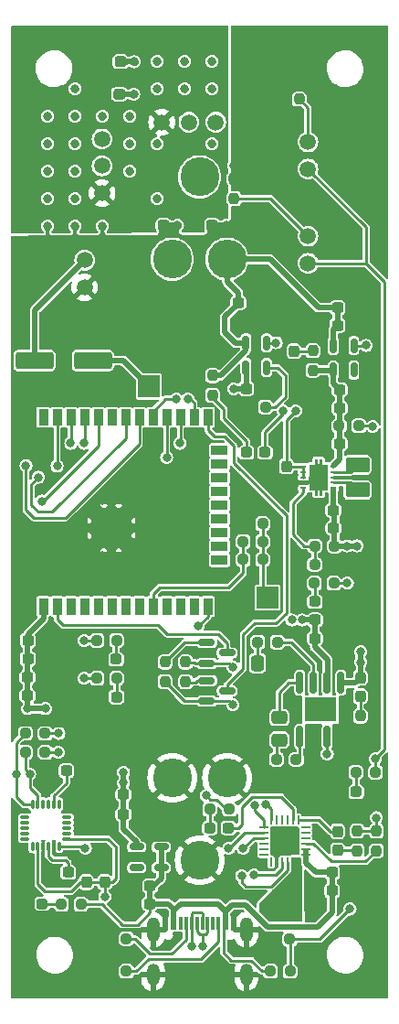
<source format=gtl>
G04 #@! TF.GenerationSoftware,KiCad,Pcbnew,7.0.2*
G04 #@! TF.CreationDate,2024-01-31T20:37:37-08:00*
G04 #@! TF.ProjectId,Lightsaber,4c696768-7473-4616-9265-722e6b696361,rev?*
G04 #@! TF.SameCoordinates,Original*
G04 #@! TF.FileFunction,Copper,L1,Top*
G04 #@! TF.FilePolarity,Positive*
%FSLAX46Y46*%
G04 Gerber Fmt 4.6, Leading zero omitted, Abs format (unit mm)*
G04 Created by KiCad (PCBNEW 7.0.2) date 2024-01-31 20:37:37*
%MOMM*%
%LPD*%
G01*
G04 APERTURE LIST*
G04 Aperture macros list*
%AMRoundRect*
0 Rectangle with rounded corners*
0 $1 Rounding radius*
0 $2 $3 $4 $5 $6 $7 $8 $9 X,Y pos of 4 corners*
0 Add a 4 corners polygon primitive as box body*
4,1,4,$2,$3,$4,$5,$6,$7,$8,$9,$2,$3,0*
0 Add four circle primitives for the rounded corners*
1,1,$1+$1,$2,$3*
1,1,$1+$1,$4,$5*
1,1,$1+$1,$6,$7*
1,1,$1+$1,$8,$9*
0 Add four rect primitives between the rounded corners*
20,1,$1+$1,$2,$3,$4,$5,0*
20,1,$1+$1,$4,$5,$6,$7,0*
20,1,$1+$1,$6,$7,$8,$9,0*
20,1,$1+$1,$8,$9,$2,$3,0*%
%AMFreePoly0*
4,1,21,-0.125000,1.200000,0.125000,1.200000,0.125000,1.700000,0.375000,1.700000,0.375000,1.200000,0.825000,1.200000,0.825000,-1.200000,0.375000,-1.200000,0.375000,-1.700000,0.125000,-1.700000,0.125000,-1.200000,-0.125000,-1.200000,-0.125000,-1.700000,-0.375000,-1.700000,-0.375000,-1.200000,-0.825000,-1.200000,-0.825000,1.200000,-0.375000,1.200000,-0.375000,1.700000,-0.125000,1.700000,
-0.125000,1.200000,-0.125000,1.200000,$1*%
G04 Aperture macros list end*
G04 #@! TA.AperFunction,SMDPad,CuDef*
%ADD10RoundRect,0.150000X-0.150000X0.512500X-0.150000X-0.512500X0.150000X-0.512500X0.150000X0.512500X0*%
G04 #@! TD*
G04 #@! TA.AperFunction,SMDPad,CuDef*
%ADD11RoundRect,0.237500X-0.237500X0.300000X-0.237500X-0.300000X0.237500X-0.300000X0.237500X0.300000X0*%
G04 #@! TD*
G04 #@! TA.AperFunction,SMDPad,CuDef*
%ADD12RoundRect,0.237500X-0.300000X-0.237500X0.300000X-0.237500X0.300000X0.237500X-0.300000X0.237500X0*%
G04 #@! TD*
G04 #@! TA.AperFunction,SMDPad,CuDef*
%ADD13RoundRect,0.237500X-0.250000X-0.237500X0.250000X-0.237500X0.250000X0.237500X-0.250000X0.237500X0*%
G04 #@! TD*
G04 #@! TA.AperFunction,SMDPad,CuDef*
%ADD14RoundRect,0.250000X-0.337500X-0.475000X0.337500X-0.475000X0.337500X0.475000X-0.337500X0.475000X0*%
G04 #@! TD*
G04 #@! TA.AperFunction,SMDPad,CuDef*
%ADD15RoundRect,0.237500X0.237500X-0.300000X0.237500X0.300000X-0.237500X0.300000X-0.237500X-0.300000X0*%
G04 #@! TD*
G04 #@! TA.AperFunction,SMDPad,CuDef*
%ADD16RoundRect,0.237500X0.300000X0.237500X-0.300000X0.237500X-0.300000X-0.237500X0.300000X-0.237500X0*%
G04 #@! TD*
G04 #@! TA.AperFunction,SMDPad,CuDef*
%ADD17RoundRect,0.062500X0.062500X-0.350000X0.062500X0.350000X-0.062500X0.350000X-0.062500X-0.350000X0*%
G04 #@! TD*
G04 #@! TA.AperFunction,SMDPad,CuDef*
%ADD18RoundRect,0.062500X0.350000X-0.062500X0.350000X0.062500X-0.350000X0.062500X-0.350000X-0.062500X0*%
G04 #@! TD*
G04 #@! TA.AperFunction,SMDPad,CuDef*
%ADD19R,2.600000X2.600000*%
G04 #@! TD*
G04 #@! TA.AperFunction,SMDPad,CuDef*
%ADD20RoundRect,0.250000X0.475000X-0.337500X0.475000X0.337500X-0.475000X0.337500X-0.475000X-0.337500X0*%
G04 #@! TD*
G04 #@! TA.AperFunction,SMDPad,CuDef*
%ADD21RoundRect,0.237500X0.237500X-0.250000X0.237500X0.250000X-0.237500X0.250000X-0.237500X-0.250000X0*%
G04 #@! TD*
G04 #@! TA.AperFunction,ComponentPad*
%ADD22C,1.498600*%
G04 #@! TD*
G04 #@! TA.AperFunction,SMDPad,CuDef*
%ADD23RoundRect,0.237500X0.250000X0.237500X-0.250000X0.237500X-0.250000X-0.237500X0.250000X-0.237500X0*%
G04 #@! TD*
G04 #@! TA.AperFunction,SMDPad,CuDef*
%ADD24RoundRect,0.150000X-0.587500X-0.150000X0.587500X-0.150000X0.587500X0.150000X-0.587500X0.150000X0*%
G04 #@! TD*
G04 #@! TA.AperFunction,SMDPad,CuDef*
%ADD25RoundRect,0.237500X-0.237500X0.250000X-0.237500X-0.250000X0.237500X-0.250000X0.237500X0.250000X0*%
G04 #@! TD*
G04 #@! TA.AperFunction,SMDPad,CuDef*
%ADD26RoundRect,0.237500X0.287500X0.237500X-0.287500X0.237500X-0.287500X-0.237500X0.287500X-0.237500X0*%
G04 #@! TD*
G04 #@! TA.AperFunction,ComponentPad*
%ADD27O,1.200000X2.000000*%
G04 #@! TD*
G04 #@! TA.AperFunction,ComponentPad*
%ADD28O,1.200000X2.300000*%
G04 #@! TD*
G04 #@! TA.AperFunction,SMDPad,CuDef*
%ADD29R,0.609600X1.143000*%
G04 #@! TD*
G04 #@! TA.AperFunction,SMDPad,CuDef*
%ADD30R,0.304800X1.143000*%
G04 #@! TD*
G04 #@! TA.AperFunction,SMDPad,CuDef*
%ADD31RoundRect,0.237500X-0.287500X-0.237500X0.287500X-0.237500X0.287500X0.237500X-0.287500X0.237500X0*%
G04 #@! TD*
G04 #@! TA.AperFunction,SMDPad,CuDef*
%ADD32RoundRect,0.150000X-0.512500X-0.150000X0.512500X-0.150000X0.512500X0.150000X-0.512500X0.150000X0*%
G04 #@! TD*
G04 #@! TA.AperFunction,SMDPad,CuDef*
%ADD33R,0.600000X0.240000*%
G04 #@! TD*
G04 #@! TA.AperFunction,ComponentPad*
%ADD34C,0.500000*%
G04 #@! TD*
G04 #@! TA.AperFunction,SMDPad,CuDef*
%ADD35FreePoly0,180.000000*%
G04 #@! TD*
G04 #@! TA.AperFunction,SMDPad,CuDef*
%ADD36RoundRect,0.075000X-0.350000X-0.075000X0.350000X-0.075000X0.350000X0.075000X-0.350000X0.075000X0*%
G04 #@! TD*
G04 #@! TA.AperFunction,SMDPad,CuDef*
%ADD37RoundRect,0.075000X0.075000X-0.350000X0.075000X0.350000X-0.075000X0.350000X-0.075000X-0.350000X0*%
G04 #@! TD*
G04 #@! TA.AperFunction,SMDPad,CuDef*
%ADD38R,0.900000X1.500000*%
G04 #@! TD*
G04 #@! TA.AperFunction,SMDPad,CuDef*
%ADD39R,1.500000X0.900000*%
G04 #@! TD*
G04 #@! TA.AperFunction,SMDPad,CuDef*
%ADD40R,0.900000X0.900000*%
G04 #@! TD*
G04 #@! TA.AperFunction,HeatsinkPad*
%ADD41C,0.600000*%
G04 #@! TD*
G04 #@! TA.AperFunction,SMDPad,CuDef*
%ADD42R,3.800000X3.800000*%
G04 #@! TD*
G04 #@! TA.AperFunction,ComponentPad*
%ADD43R,2.000000X2.000000*%
G04 #@! TD*
G04 #@! TA.AperFunction,SMDPad,CuDef*
%ADD44RoundRect,0.237500X0.237500X-0.287500X0.237500X0.287500X-0.237500X0.287500X-0.237500X-0.287500X0*%
G04 #@! TD*
G04 #@! TA.AperFunction,SMDPad,CuDef*
%ADD45RoundRect,0.150000X0.150000X-0.512500X0.150000X0.512500X-0.150000X0.512500X-0.150000X-0.512500X0*%
G04 #@! TD*
G04 #@! TA.AperFunction,SMDPad,CuDef*
%ADD46RoundRect,0.250000X1.500000X0.550000X-1.500000X0.550000X-1.500000X-0.550000X1.500000X-0.550000X0*%
G04 #@! TD*
G04 #@! TA.AperFunction,SMDPad,CuDef*
%ADD47RoundRect,0.237500X-0.237500X0.287500X-0.237500X-0.287500X0.237500X-0.287500X0.237500X0.287500X0*%
G04 #@! TD*
G04 #@! TA.AperFunction,SMDPad,CuDef*
%ADD48RoundRect,0.250001X-0.849999X0.462499X-0.849999X-0.462499X0.849999X-0.462499X0.849999X0.462499X0*%
G04 #@! TD*
G04 #@! TA.AperFunction,SMDPad,CuDef*
%ADD49RoundRect,0.150000X0.150000X-0.825000X0.150000X0.825000X-0.150000X0.825000X-0.150000X-0.825000X0*%
G04 #@! TD*
G04 #@! TA.AperFunction,SMDPad,CuDef*
%ADD50R,3.000000X2.290000*%
G04 #@! TD*
G04 #@! TA.AperFunction,ComponentPad*
%ADD51C,3.600000*%
G04 #@! TD*
G04 #@! TA.AperFunction,ViaPad*
%ADD52C,0.800000*%
G04 #@! TD*
G04 #@! TA.AperFunction,Conductor*
%ADD53C,0.254000*%
G04 #@! TD*
G04 #@! TA.AperFunction,Conductor*
%ADD54C,0.250000*%
G04 #@! TD*
G04 #@! TA.AperFunction,Conductor*
%ADD55C,0.500000*%
G04 #@! TD*
G04 APERTURE END LIST*
D10*
X23700000Y-149362500D03*
X22750000Y-149362500D03*
X21800000Y-149362500D03*
X21800000Y-151637500D03*
X23700000Y-151637500D03*
D11*
X32400000Y-180337500D03*
X32400000Y-182062500D03*
D12*
X8437500Y-123350000D03*
X10162500Y-123350000D03*
D13*
X28162500Y-169880000D03*
X29987500Y-169880000D03*
D14*
X22862500Y-179000000D03*
X24937500Y-179000000D03*
D13*
X24637500Y-187912500D03*
X26462500Y-187912500D03*
D15*
X7000000Y-199275000D03*
X7000000Y-197550000D03*
D13*
X21537500Y-167750000D03*
X23362500Y-167750000D03*
D12*
X30287500Y-146100000D03*
X32012500Y-146100000D03*
D16*
X29912500Y-166500000D03*
X28187500Y-166500000D03*
D17*
X24150000Y-197387500D03*
X24650000Y-197387500D03*
X25150000Y-197387500D03*
X25650000Y-197387500D03*
X26150000Y-197387500D03*
X26650000Y-197387500D03*
D18*
X27337500Y-196700000D03*
X27337500Y-196200000D03*
X27337500Y-195700000D03*
X27337500Y-195200000D03*
X27337500Y-194700000D03*
X27337500Y-194200000D03*
D17*
X26650000Y-193512500D03*
X26150000Y-193512500D03*
X25650000Y-193512500D03*
X25150000Y-193512500D03*
X24650000Y-193512500D03*
X24150000Y-193512500D03*
D18*
X23462500Y-194200000D03*
X23462500Y-194700000D03*
X23462500Y-195200000D03*
X23462500Y-195700000D03*
X23462500Y-196200000D03*
X23462500Y-196700000D03*
D19*
X25400000Y-195450000D03*
D20*
X24900000Y-186100000D03*
X24900000Y-184025000D03*
D12*
X30487500Y-158700000D03*
X32212500Y-158700000D03*
D16*
X12875000Y-201250000D03*
X11150000Y-201250000D03*
D12*
X16937500Y-138500000D03*
X18662500Y-138500000D03*
D21*
X32400000Y-185712500D03*
X32400000Y-183887500D03*
D22*
X27553000Y-133274999D03*
X27553000Y-130775001D03*
D16*
X29900000Y-164850000D03*
X28175000Y-164850000D03*
D12*
X29787500Y-198350000D03*
X31512500Y-198350000D03*
D23*
X10712500Y-207500000D03*
X8887500Y-207500000D03*
D16*
X5312500Y-198350000D03*
X3587500Y-198350000D03*
D12*
X29785000Y-200060000D03*
X31510000Y-200060000D03*
D24*
X18162500Y-180600000D03*
X18162500Y-182500000D03*
X20037500Y-181550000D03*
D12*
X1587500Y-178600000D03*
X3312500Y-178600000D03*
D22*
X13999878Y-128946900D03*
X16500000Y-128946900D03*
X19000122Y-128946900D03*
D25*
X33900000Y-194525000D03*
X33900000Y-196350000D03*
D21*
X20700000Y-136012500D03*
X20700000Y-134187500D03*
D26*
X33775000Y-190900000D03*
X32025000Y-190900000D03*
D27*
X13179998Y-207848800D03*
X21820002Y-207848800D03*
D28*
X13179998Y-203668801D03*
X21820002Y-203668801D03*
D29*
X14300000Y-203093800D03*
X15099999Y-203093800D03*
D30*
X16250000Y-203093800D03*
X17250000Y-203093800D03*
X17750000Y-203093800D03*
X18750000Y-203093800D03*
D29*
X19900001Y-203093800D03*
X20700000Y-203093800D03*
D30*
X19249999Y-203093800D03*
X18250001Y-203093800D03*
X16749999Y-203093800D03*
X15750001Y-203093800D03*
D12*
X30287500Y-147750000D03*
X32012500Y-147750000D03*
X30487500Y-153700000D03*
X32212500Y-153700000D03*
D31*
X1175000Y-201250000D03*
X2925000Y-201250000D03*
D22*
X27553000Y-141999998D03*
X27553000Y-139500000D03*
D32*
X11662500Y-196000000D03*
X11662500Y-196950000D03*
X11662500Y-197900000D03*
X13937500Y-197900000D03*
X13937500Y-196000000D03*
D33*
X29925000Y-162800000D03*
X29925000Y-162300000D03*
X29925000Y-161800000D03*
X29925000Y-161300000D03*
X29925000Y-160800000D03*
X27125000Y-160800000D03*
X27125000Y-161300000D03*
X27125000Y-161800000D03*
X27125000Y-162300000D03*
X27125000Y-162800000D03*
D34*
X29100000Y-161800000D03*
X28525000Y-162750000D03*
D35*
X28525000Y-161800000D03*
D34*
X28525000Y-160850000D03*
X27950000Y-161800000D03*
D26*
X29925000Y-173300000D03*
X28175000Y-173300000D03*
D36*
X1300000Y-192750000D03*
X1300000Y-193250000D03*
X1300000Y-193750000D03*
X1300000Y-194250000D03*
X1300000Y-194750000D03*
X1300000Y-195250000D03*
D37*
X2000000Y-195950000D03*
X2500000Y-195950000D03*
X3000000Y-195950000D03*
X3500000Y-195950000D03*
X4000000Y-195950000D03*
X4500000Y-195950000D03*
D36*
X5200000Y-195250000D03*
X5200000Y-194750000D03*
X5200000Y-194250000D03*
X5200000Y-193750000D03*
X5200000Y-193250000D03*
X5200000Y-192750000D03*
D37*
X4500000Y-192050000D03*
X4000000Y-192050000D03*
X3500000Y-192050000D03*
X3000000Y-192050000D03*
X2500000Y-192050000D03*
X2000000Y-192050000D03*
D23*
X10712500Y-204500000D03*
X8887500Y-204500000D03*
X29962500Y-171600000D03*
X28137500Y-171600000D03*
D13*
X7987500Y-176900000D03*
X9812500Y-176900000D03*
D12*
X10437500Y-193000000D03*
X12162500Y-193000000D03*
D38*
X1745000Y-173750000D03*
X3015000Y-173750000D03*
X4285000Y-173750000D03*
X5555000Y-173750000D03*
X6825000Y-173750000D03*
X8095000Y-173750000D03*
X9365000Y-173750000D03*
X10635000Y-173750000D03*
X11905000Y-173750000D03*
X13175000Y-173750000D03*
X14445000Y-173750000D03*
X15715000Y-173750000D03*
X16985000Y-173750000D03*
X18255000Y-173750000D03*
D39*
X19350000Y-170715000D03*
X19350000Y-169445000D03*
X19350000Y-168175000D03*
X19350000Y-166905000D03*
X19350000Y-165635000D03*
X19350000Y-164365000D03*
X19350000Y-163095000D03*
X19350000Y-161825000D03*
X19350000Y-160555000D03*
X19350000Y-159285000D03*
D38*
X18255000Y-156250000D03*
X16985000Y-156250000D03*
X15715000Y-156250000D03*
X14445000Y-156250000D03*
X13175000Y-156250000D03*
X11905000Y-156250000D03*
X10635000Y-156250000D03*
X9365000Y-156250000D03*
X8095000Y-156250000D03*
X6825000Y-156250000D03*
X5555000Y-156250000D03*
X4285000Y-156250000D03*
X3015000Y-156250000D03*
X1745000Y-156250000D03*
D40*
X7910000Y-167900000D03*
D41*
X8610000Y-167900000D03*
D40*
X9310000Y-167900000D03*
D41*
X10010000Y-167900000D03*
D40*
X10710000Y-167900000D03*
D41*
X7910000Y-167200000D03*
X9310000Y-167200000D03*
X10710000Y-167200000D03*
D40*
X7910000Y-166500000D03*
D41*
X8610000Y-166500000D03*
D40*
X9310000Y-166500000D03*
D42*
X9310000Y-166500000D03*
D41*
X10010000Y-166500000D03*
D40*
X10710000Y-166500000D03*
D41*
X7910000Y-165800000D03*
X9310000Y-165800000D03*
X10710000Y-165800000D03*
D40*
X7910000Y-165100000D03*
D41*
X8610000Y-165100000D03*
D40*
X9310000Y-165100000D03*
D41*
X10010000Y-165100000D03*
D40*
X10710000Y-165100000D03*
D15*
X8700000Y-199262500D03*
X8700000Y-197537500D03*
D23*
X23612500Y-155300000D03*
X21787500Y-155300000D03*
D12*
X12437500Y-138500000D03*
X14162500Y-138500000D03*
X26137500Y-199500000D03*
X27862500Y-199500000D03*
D23*
X6512500Y-201300000D03*
X4687500Y-201300000D03*
X3175000Y-187250000D03*
X1350000Y-187250000D03*
X30012500Y-168150000D03*
X28187500Y-168150000D03*
D12*
X26137500Y-201200000D03*
X27862500Y-201200000D03*
D21*
X14300000Y-180712500D03*
X14300000Y-178887500D03*
D43*
X23800000Y-172950000D03*
D44*
X26250000Y-151875000D03*
X26250000Y-150125000D03*
D23*
X25862500Y-204550000D03*
X24037500Y-204550000D03*
D21*
X28000000Y-151912500D03*
X28000000Y-150087500D03*
D45*
X29900000Y-151887500D03*
X30850000Y-151887500D03*
X31800000Y-151887500D03*
X31800000Y-149612500D03*
X29900000Y-149612500D03*
D16*
X12912500Y-199600000D03*
X11187500Y-199600000D03*
D12*
X30487500Y-155400000D03*
X32212500Y-155400000D03*
D31*
X8037500Y-182150000D03*
X9787500Y-182150000D03*
D26*
X20187500Y-194250000D03*
X18437500Y-194250000D03*
D13*
X7987500Y-180400000D03*
X9812500Y-180400000D03*
D22*
X6828500Y-141725001D03*
X6828500Y-144224999D03*
D12*
X28187500Y-176700000D03*
X29912500Y-176700000D03*
D13*
X21537500Y-169400000D03*
X23362500Y-169400000D03*
D12*
X8325000Y-126360000D03*
X10050000Y-126360000D03*
X1537500Y-182000000D03*
X3262500Y-182000000D03*
D11*
X25550000Y-160787500D03*
X25550000Y-162512500D03*
D31*
X8012500Y-178640000D03*
X9762500Y-178640000D03*
D12*
X1537500Y-180300000D03*
X3262500Y-180300000D03*
D46*
X7600000Y-151000000D03*
X2200000Y-151000000D03*
D12*
X10437500Y-191150000D03*
X12162500Y-191150000D03*
D13*
X24075000Y-207500000D03*
X25900000Y-207500000D03*
D24*
X18162500Y-177100000D03*
X18162500Y-179000000D03*
X20037500Y-178050000D03*
D13*
X30437500Y-157050000D03*
X32262500Y-157050000D03*
D25*
X32100000Y-194525000D03*
X32100000Y-196350000D03*
D23*
X33812500Y-189100000D03*
X31987500Y-189100000D03*
D47*
X30300000Y-194562500D03*
X30300000Y-196312500D03*
D12*
X28187500Y-175000000D03*
X29912500Y-175000000D03*
D21*
X26750000Y-126812500D03*
X26750000Y-124987500D03*
D25*
X16200000Y-178887500D03*
X16200000Y-180712500D03*
D23*
X3175000Y-185500000D03*
X1350000Y-185500000D03*
D12*
X21075000Y-145650000D03*
X22800000Y-145650000D03*
X21825000Y-153600000D03*
X23550000Y-153600000D03*
D26*
X23575000Y-159500000D03*
X21825000Y-159500000D03*
D22*
X8446900Y-135500122D03*
X8446900Y-133000000D03*
X8446900Y-130499878D03*
D16*
X5150000Y-188950000D03*
X3425000Y-188950000D03*
D23*
X24712500Y-177050000D03*
X22887500Y-177050000D03*
D43*
X12800000Y-153400000D03*
D25*
X18700000Y-152387500D03*
X18700000Y-154212500D03*
D48*
X32150000Y-160637500D03*
X32150000Y-162962500D03*
D23*
X23362500Y-166100000D03*
X21537500Y-166100000D03*
X20262500Y-192500000D03*
X18437500Y-192500000D03*
D12*
X1587500Y-176900000D03*
X3312500Y-176900000D03*
D49*
X26795000Y-185775000D03*
X28065000Y-185775000D03*
X29335000Y-185775000D03*
X30605000Y-185775000D03*
X30605000Y-180825000D03*
X29335000Y-180825000D03*
X28065000Y-180825000D03*
X26795000Y-180825000D03*
D34*
X27700000Y-183950000D03*
X28700000Y-183950000D03*
X29700000Y-183950000D03*
D50*
X28700000Y-183300000D03*
D34*
X27700000Y-182650000D03*
X28700000Y-182650000D03*
X29700000Y-182650000D03*
D51*
X20040000Y-189620000D03*
X17500000Y-197240000D03*
X14960000Y-189620000D03*
X14960000Y-141620000D03*
X17500000Y-134000000D03*
X20040000Y-141620000D03*
D52*
X33890000Y-207140000D03*
X33890000Y-204600000D03*
X33890000Y-202060000D03*
X33890000Y-184280000D03*
X33890000Y-181740000D03*
X33890000Y-141100000D03*
X33890000Y-138560000D03*
X33890000Y-136020000D03*
X33890000Y-133480000D03*
X33890000Y-130940000D03*
X33890000Y-128400000D03*
X33890000Y-125860000D03*
X33890000Y-123320000D03*
X31350000Y-166500000D03*
X31350000Y-143640000D03*
X31350000Y-141100000D03*
X31350000Y-138560000D03*
X31350000Y-133480000D03*
X31350000Y-130940000D03*
X31350000Y-128400000D03*
X28810000Y-207140000D03*
X28810000Y-191900000D03*
X28810000Y-189360000D03*
X28810000Y-158880000D03*
X28810000Y-156340000D03*
X28810000Y-153800000D03*
X28810000Y-148720000D03*
X28810000Y-143640000D03*
X28810000Y-136020000D03*
X28810000Y-128400000D03*
X28810000Y-125860000D03*
X26270000Y-189360000D03*
X26270000Y-148720000D03*
X26270000Y-146180000D03*
X26270000Y-136020000D03*
X26270000Y-128400000D03*
X23730000Y-143640000D03*
X23730000Y-138560000D03*
X23730000Y-130940000D03*
X23730000Y-128400000D03*
X23730000Y-125860000D03*
X23730000Y-123320000D03*
X21190000Y-186820000D03*
X21190000Y-174120000D03*
X21190000Y-130940000D03*
X21190000Y-128400000D03*
X21190000Y-125860000D03*
X21190000Y-123320000D03*
X18650000Y-207140000D03*
X18650000Y-186820000D03*
X18650000Y-184280000D03*
X18650000Y-151260000D03*
X18650000Y-148720000D03*
X18650000Y-130940000D03*
X18650000Y-125860000D03*
X18650000Y-123320000D03*
X16110000Y-207140000D03*
X16110000Y-199520000D03*
X16110000Y-186820000D03*
X16110000Y-184280000D03*
X16110000Y-169040000D03*
X16110000Y-166500000D03*
X16110000Y-163960000D03*
X16110000Y-161420000D03*
X16110000Y-125860000D03*
X16110000Y-123320000D03*
X13570000Y-186820000D03*
X13570000Y-184280000D03*
X13570000Y-169040000D03*
X13570000Y-166500000D03*
X13570000Y-163960000D03*
X13570000Y-161420000D03*
X13570000Y-151260000D03*
X13570000Y-148720000D03*
X13570000Y-146180000D03*
X13570000Y-136020000D03*
X13570000Y-130940000D03*
X13570000Y-125860000D03*
X13570000Y-123320000D03*
X11030000Y-186820000D03*
X11030000Y-184280000D03*
X11030000Y-181740000D03*
X11030000Y-179200000D03*
X11030000Y-176660000D03*
X11030000Y-171580000D03*
X11030000Y-169040000D03*
X11030000Y-163960000D03*
X11030000Y-161420000D03*
X11030000Y-133480000D03*
X11030000Y-130940000D03*
X11030000Y-128400000D03*
X8490000Y-194440000D03*
X8490000Y-169040000D03*
X8490000Y-163960000D03*
X8490000Y-153800000D03*
X8490000Y-148720000D03*
X8490000Y-146180000D03*
X8490000Y-143640000D03*
X8490000Y-141100000D03*
X8490000Y-138560000D03*
X8490000Y-128400000D03*
X5950000Y-186820000D03*
X5950000Y-184280000D03*
X5950000Y-153800000D03*
X5950000Y-148720000D03*
X5950000Y-146180000D03*
X5950000Y-138560000D03*
X5950000Y-136020000D03*
X5950000Y-133480000D03*
X5950000Y-130940000D03*
X5950000Y-128400000D03*
X5950000Y-125860000D03*
X3410000Y-158880000D03*
X3410000Y-153800000D03*
X3410000Y-148720000D03*
X3410000Y-141100000D03*
X3410000Y-138560000D03*
X3410000Y-136020000D03*
X3410000Y-133480000D03*
X3410000Y-130940000D03*
X3410000Y-128400000D03*
X21550000Y-164900000D03*
X20550000Y-155300000D03*
X25250000Y-155650000D03*
X32100000Y-168150000D03*
X27000000Y-175000000D03*
X31200000Y-171600000D03*
X10450000Y-190050000D03*
X20650000Y-153600000D03*
X31200000Y-168150000D03*
X10450000Y-189100000D03*
X26050000Y-175000000D03*
X12850000Y-196950000D03*
X24400000Y-162500000D03*
X28050000Y-187450000D03*
X33500000Y-155350000D03*
X33250000Y-147750000D03*
X33250000Y-146100000D03*
X33500000Y-153750000D03*
X33600000Y-185700000D03*
X27850000Y-202200000D03*
X31250000Y-169850000D03*
X550000Y-197100000D03*
X26300000Y-196300000D03*
X26750000Y-123700000D03*
X33500000Y-158750000D03*
X31200000Y-176700000D03*
X31200000Y-175000000D03*
X8900000Y-208700000D03*
X30850000Y-150700000D03*
X8900000Y-203300000D03*
X26250000Y-194600000D03*
X19950000Y-138500000D03*
X4600000Y-178600000D03*
X4550000Y-180300000D03*
X26250000Y-153100000D03*
X1700000Y-157700000D03*
X750000Y-175300000D03*
X1150000Y-202450000D03*
X24600000Y-194600000D03*
X11150000Y-202450000D03*
X24550000Y-196300000D03*
X33800000Y-192100000D03*
X3437500Y-190050000D03*
X24700000Y-153600000D03*
X24050000Y-205750000D03*
X26950000Y-166500000D03*
X11400000Y-126350000D03*
X6500000Y-192750000D03*
X31250000Y-173300000D03*
X6000000Y-197150000D03*
X20700000Y-132950000D03*
X30600000Y-187450000D03*
X26950000Y-164850000D03*
X6800000Y-182150000D03*
X15450000Y-138500000D03*
X4550000Y-182000000D03*
X26150000Y-179000000D03*
X4600000Y-176900000D03*
X11450000Y-123350000D03*
X8700000Y-196300000D03*
X17900000Y-170700000D03*
X22750000Y-150650000D03*
X13300000Y-193000000D03*
X32850000Y-198350000D03*
X32850000Y-200050000D03*
X10000000Y-199750000D03*
X12150000Y-189950000D03*
X4450000Y-199300000D03*
X6800000Y-178650000D03*
X24300000Y-202500000D03*
X4400000Y-187250000D03*
X18100000Y-191250000D03*
X33900000Y-193300000D03*
X8700000Y-200600000D03*
X3200000Y-183200000D03*
X26500000Y-202500000D03*
X1537500Y-183200000D03*
X4450000Y-185500000D03*
X25400000Y-202500000D03*
X33800000Y-187850000D03*
X33550000Y-157100000D03*
X26400000Y-155650000D03*
X32450000Y-177950000D03*
X32450000Y-178900000D03*
X24600000Y-149350000D03*
X22550000Y-198600000D03*
X17800000Y-205150000D03*
X21400000Y-198650000D03*
X16749999Y-205150001D03*
X16400000Y-154550000D03*
X15350000Y-154550000D03*
X15700000Y-158650000D03*
X14450000Y-159950000D03*
X20600000Y-179350000D03*
X22650000Y-192150000D03*
X23650000Y-192100000D03*
X20600000Y-182850000D03*
X32950000Y-149600000D03*
X31450000Y-201750000D03*
X6800000Y-180400000D03*
X1400000Y-160700000D03*
X29335000Y-187385000D03*
X2550000Y-161800000D03*
X6800000Y-176900000D03*
X5550000Y-158650000D03*
X20200000Y-196150000D03*
X21550000Y-196150000D03*
X6800000Y-158650000D03*
X500000Y-189250000D03*
X2900000Y-164000000D03*
X1750000Y-189250000D03*
X4285000Y-160765000D03*
X6900000Y-196100000D03*
X17350000Y-175550000D03*
D53*
X32062500Y-196312500D02*
X32100000Y-196350000D01*
X30300000Y-196312500D02*
X32062500Y-196312500D01*
D54*
X18255000Y-157405000D02*
X18255000Y-156250000D01*
X18900000Y-158050000D02*
X18255000Y-157405000D01*
X19850000Y-158050000D02*
X18900000Y-158050000D01*
X20650000Y-158850000D02*
X19850000Y-158050000D01*
X20650000Y-160450000D02*
X20650000Y-158850000D01*
X25550000Y-174350000D02*
X25550000Y-165350000D01*
X22600000Y-175300000D02*
X24600000Y-175300000D01*
X24600000Y-175300000D02*
X25550000Y-174350000D01*
X21550000Y-176350000D02*
X22600000Y-175300000D01*
X25550000Y-165350000D02*
X20650000Y-160450000D01*
X20037500Y-181550000D02*
X20037500Y-181012500D01*
X20037500Y-181012500D02*
X21550000Y-179500000D01*
X21550000Y-179500000D02*
X21550000Y-176350000D01*
D53*
X21537500Y-169400000D02*
X21537500Y-167750000D01*
X21550000Y-169412500D02*
X21537500Y-169400000D01*
X21550000Y-170650000D02*
X21550000Y-169412500D01*
X13175000Y-172625000D02*
X13800000Y-172000000D01*
X13800000Y-172000000D02*
X20200000Y-172000000D01*
X20200000Y-172000000D02*
X21550000Y-170650000D01*
X13175000Y-173750000D02*
X13175000Y-172625000D01*
D54*
X20037500Y-177137500D02*
X20037500Y-178050000D01*
X14500000Y-176300000D02*
X19200000Y-176300000D01*
X13650000Y-175450000D02*
X14500000Y-176300000D01*
X4800000Y-175450000D02*
X13650000Y-175450000D01*
X19200000Y-176300000D02*
X20037500Y-177137500D01*
X4285000Y-174935000D02*
X4800000Y-175450000D01*
X4285000Y-173750000D02*
X4285000Y-174935000D01*
D53*
X25250000Y-155950000D02*
X23575000Y-157625000D01*
X23575000Y-157625000D02*
X23575000Y-159500000D01*
X25250000Y-155650000D02*
X25250000Y-155950000D01*
D54*
X19750000Y-156350000D02*
X21825000Y-158425000D01*
X18700000Y-154450000D02*
X19750000Y-155500000D01*
X19750000Y-155500000D02*
X19750000Y-156350000D01*
X18700000Y-154212500D02*
X18700000Y-154450000D01*
X21825000Y-158425000D02*
X21825000Y-159400000D01*
X25550000Y-156500000D02*
X25550000Y-160787500D01*
X26400000Y-155650000D02*
X25550000Y-156500000D01*
X23712500Y-151650000D02*
X23700000Y-151637500D01*
X24500000Y-155300000D02*
X25450000Y-154350000D01*
X25450000Y-152350000D02*
X24750000Y-151650000D01*
X24750000Y-151650000D02*
X23712500Y-151650000D01*
X23612500Y-155300000D02*
X24500000Y-155300000D01*
X25450000Y-154350000D02*
X25450000Y-152350000D01*
D55*
X21800000Y-150050000D02*
X19462500Y-152387500D01*
X21800000Y-149362500D02*
X21800000Y-150050000D01*
X19462500Y-152387500D02*
X18700000Y-152387500D01*
D54*
X33500000Y-157050000D02*
X33550000Y-157100000D01*
X32262500Y-157050000D02*
X33500000Y-157050000D01*
D55*
X30487500Y-157112500D02*
X30487500Y-153700000D01*
X30450000Y-157150000D02*
X30487500Y-157112500D01*
X30400000Y-158800000D02*
X30450000Y-158750000D01*
X30450000Y-158750000D02*
X30450000Y-157150000D01*
D54*
X30300000Y-194562500D02*
X29612500Y-194562500D01*
X28562500Y-193512500D02*
X27800000Y-193512500D01*
D53*
X27800000Y-193512500D02*
X28062500Y-193512500D01*
X26650000Y-193512500D02*
X27800000Y-193512500D01*
D54*
X29612500Y-194562500D02*
X28562500Y-193512500D01*
D53*
X32100000Y-194525000D02*
X33900000Y-194525000D01*
X34650000Y-143700000D02*
X32950000Y-142000000D01*
X34650000Y-187000000D02*
X34650000Y-143700000D01*
X33800000Y-187850000D02*
X34650000Y-187000000D01*
X23362500Y-169450000D02*
X23362500Y-172512500D01*
D55*
X28187500Y-176700000D02*
X28187500Y-177487500D01*
X11662500Y-196000000D02*
X11662500Y-195562500D01*
X20650000Y-153600000D02*
X21825000Y-153600000D01*
X11662500Y-195562500D02*
X10437500Y-194337500D01*
X29350000Y-178650000D02*
X29350000Y-180810000D01*
D53*
X31200000Y-171600000D02*
X29962500Y-171600000D01*
D55*
X28187500Y-175000000D02*
X28187500Y-176700000D01*
X10450000Y-190050000D02*
X10450000Y-189100000D01*
X29900000Y-164850000D02*
X29900000Y-162902000D01*
X28187500Y-177487500D02*
X29350000Y-178650000D01*
X10437500Y-194337500D02*
X10437500Y-193000000D01*
X29350000Y-180810000D02*
X29335000Y-180825000D01*
X32100000Y-168150000D02*
X31950000Y-168150000D01*
X10437500Y-191150000D02*
X10450000Y-190050000D01*
X10450000Y-189100000D02*
X10437500Y-189162500D01*
X32100000Y-168150000D02*
X31200000Y-168150000D01*
X30012500Y-164962500D02*
X29900000Y-164850000D01*
X10437500Y-193000000D02*
X10437500Y-191150000D01*
X26050000Y-175000000D02*
X26200000Y-175000000D01*
X30012500Y-168150000D02*
X30012500Y-164962500D01*
X28187500Y-175000000D02*
X27000000Y-175000000D01*
X30012500Y-168150000D02*
X31200000Y-168150000D01*
X21825000Y-151662500D02*
X21800000Y-151637500D01*
X21825000Y-153600000D02*
X21825000Y-151662500D01*
X10162500Y-123350000D02*
X11450000Y-123350000D01*
X14162500Y-138500000D02*
X15450000Y-138500000D01*
X18662500Y-138500000D02*
X19950000Y-138500000D01*
D53*
X3425000Y-188950000D02*
X3425000Y-190037500D01*
D55*
X11390000Y-126360000D02*
X11400000Y-126350000D01*
X10050000Y-126360000D02*
X11390000Y-126360000D01*
D53*
X3150000Y-200100000D02*
X2500000Y-199450000D01*
D55*
X3015000Y-174885000D02*
X3015000Y-173750000D01*
X1537500Y-176950000D02*
X1587500Y-176900000D01*
D53*
X19050000Y-191600000D02*
X19950000Y-192500000D01*
X9387500Y-199262500D02*
X9750000Y-198900000D01*
X32950000Y-138671999D02*
X27553000Y-133274999D01*
X7012500Y-199262500D02*
X7000000Y-199275000D01*
X4400000Y-187250000D02*
X3175000Y-187250000D01*
X19950000Y-192500000D02*
X20262500Y-192500000D01*
X18100000Y-191250000D02*
X18450000Y-191600000D01*
X8700000Y-200600000D02*
X8700000Y-199262500D01*
X32100000Y-196350000D02*
X32100000Y-196325000D01*
X33812500Y-187862500D02*
X33800000Y-187850000D01*
X3175000Y-185500000D02*
X4450000Y-185500000D01*
D55*
X1537500Y-183200000D02*
X1537500Y-176950000D01*
X1537500Y-183200000D02*
X3200000Y-183200000D01*
D53*
X8700000Y-199262500D02*
X7012500Y-199262500D01*
X9750000Y-198900000D02*
X9750000Y-196000000D01*
X5600000Y-200100000D02*
X3150000Y-200100000D01*
D55*
X1537500Y-183200000D02*
X1537500Y-182000000D01*
D53*
X9000000Y-195250000D02*
X5200000Y-195250000D01*
X27553002Y-142000000D02*
X27553000Y-141999998D01*
X9750000Y-196000000D02*
X9000000Y-195250000D01*
X7000000Y-199275000D02*
X6425000Y-199275000D01*
X18450000Y-191600000D02*
X19050000Y-191600000D01*
D55*
X1587500Y-176312500D02*
X3015000Y-174885000D01*
D53*
X32950000Y-142000000D02*
X32950000Y-138671999D01*
D55*
X1587500Y-176900000D02*
X1587500Y-176312500D01*
D53*
X2500000Y-199450000D02*
X2500000Y-195950000D01*
X8700000Y-199262500D02*
X9387500Y-199262500D01*
X6425000Y-199275000D02*
X5600000Y-200100000D01*
X32950000Y-142000000D02*
X27553002Y-142000000D01*
X33812500Y-189100000D02*
X33812500Y-187862500D01*
X33900000Y-194525000D02*
X33900000Y-193300000D01*
D55*
X30287500Y-147750000D02*
X29900000Y-148137500D01*
X19850000Y-148400000D02*
X20800000Y-149350000D01*
X21075000Y-144725000D02*
X21075000Y-145650000D01*
X20040000Y-143690000D02*
X21075000Y-144725000D01*
X19850000Y-146950000D02*
X19850000Y-148400000D01*
X20040000Y-141620000D02*
X20040000Y-143690000D01*
X21075000Y-145650000D02*
X21075000Y-145725000D01*
X20800000Y-149350000D02*
X21787500Y-149350000D01*
X29900000Y-148137500D02*
X29900000Y-149612500D01*
X30287500Y-146100000D02*
X30287500Y-147750000D01*
X21787500Y-149350000D02*
X21800000Y-149362500D01*
X21075000Y-145725000D02*
X19850000Y-146950000D01*
X20040000Y-141620000D02*
X24020000Y-141620000D01*
X24020000Y-141620000D02*
X28500000Y-146100000D01*
X28500000Y-146100000D02*
X30287500Y-146100000D01*
X12912500Y-199600000D02*
X12837500Y-199525000D01*
X29785000Y-200060000D02*
X29785000Y-198352500D01*
X27350000Y-197450000D02*
X27350000Y-196350000D01*
X14600000Y-201250000D02*
X12875000Y-201250000D01*
D53*
X12875000Y-202075000D02*
X12875000Y-201250000D01*
D55*
X29787500Y-198350000D02*
X28250000Y-198350000D01*
X12912500Y-199600000D02*
X13250000Y-199600000D01*
X12875000Y-201250000D02*
X12875000Y-199637500D01*
X19200000Y-201250000D02*
X19900001Y-201950001D01*
X13250000Y-199600000D02*
X13950000Y-198900000D01*
X15099999Y-201900001D02*
X15750000Y-201250000D01*
D53*
X24075000Y-207500000D02*
X23300000Y-207500000D01*
X8450000Y-201300000D02*
X10350000Y-203200000D01*
D55*
X19900001Y-201950001D02*
X20500002Y-201350000D01*
D53*
X20450000Y-206500000D02*
X19750000Y-205800000D01*
D55*
X13937500Y-197900000D02*
X13937500Y-196000000D01*
X28450000Y-203400000D02*
X29785000Y-202065000D01*
X12875000Y-199637500D02*
X12912500Y-199600000D01*
D53*
X10350000Y-203200000D02*
X11750000Y-203200000D01*
D55*
X13950000Y-197912500D02*
X13937500Y-197900000D01*
X15750000Y-201250000D02*
X19200000Y-201250000D01*
D53*
X6512500Y-201300000D02*
X8450000Y-201300000D01*
X19750000Y-205800000D02*
X19750000Y-203243801D01*
D55*
X15099999Y-201749999D02*
X14600000Y-201250000D01*
X15099999Y-202400000D02*
X15099999Y-201900001D01*
D53*
X11750000Y-203200000D02*
X12875000Y-202075000D01*
D55*
X28250000Y-198350000D02*
X27350000Y-197450000D01*
X29785000Y-202065000D02*
X29785000Y-200060000D01*
X15099999Y-203093800D02*
X15099999Y-202400000D01*
X19900001Y-201950001D02*
X19900001Y-203093800D01*
X20500002Y-201350000D02*
X21750000Y-201350000D01*
X21750000Y-201350000D02*
X23800000Y-203400000D01*
X23800000Y-203400000D02*
X28450000Y-203400000D01*
D53*
X22300000Y-206500000D02*
X20450000Y-206500000D01*
D55*
X13950000Y-198900000D02*
X13950000Y-197912500D01*
D53*
X23300000Y-207500000D02*
X22300000Y-206500000D01*
D55*
X15099999Y-202400000D02*
X15099999Y-201749999D01*
D53*
X19750000Y-203243801D02*
X19900001Y-203093800D01*
D55*
X29785000Y-198352500D02*
X29787500Y-198350000D01*
X29900000Y-160700000D02*
X30450000Y-160150000D01*
X29900000Y-151887500D02*
X29900000Y-153112500D01*
X28000000Y-151912500D02*
X29875000Y-151912500D01*
X30450000Y-160150000D02*
X30450000Y-158750000D01*
X29900000Y-153112500D02*
X30487500Y-153700000D01*
X29875000Y-151912500D02*
X29900000Y-151887500D01*
D53*
X27125000Y-161800000D02*
X27125000Y-160800000D01*
X27125000Y-160800000D02*
X25562500Y-160800000D01*
X25562500Y-160800000D02*
X25550000Y-160787500D01*
X24637500Y-187912500D02*
X24650000Y-187900000D01*
X24650000Y-187900000D02*
X24650000Y-186350000D01*
X24650000Y-186350000D02*
X24900000Y-186100000D01*
X25775000Y-180825000D02*
X26795000Y-180825000D01*
X24900000Y-184025000D02*
X24900000Y-181700000D01*
X24900000Y-181700000D02*
X25775000Y-180825000D01*
X22862500Y-179000000D02*
X22862500Y-177075000D01*
X22862500Y-177075000D02*
X22887500Y-177050000D01*
D55*
X30605000Y-180825000D02*
X31912500Y-180825000D01*
X32400000Y-178000000D02*
X32400000Y-178550000D01*
X32450000Y-177950000D02*
X32400000Y-178000000D01*
X7600000Y-151000000D02*
X10400000Y-151000000D01*
X32450000Y-178900000D02*
X32450000Y-180287500D01*
X31912500Y-180825000D02*
X32400000Y-180337500D01*
X10400000Y-151000000D02*
X12800000Y-153400000D01*
X32450000Y-180287500D02*
X32400000Y-180337500D01*
D53*
X32400000Y-182062500D02*
X32400000Y-183887500D01*
D55*
X2200000Y-151000000D02*
X2200000Y-146353501D01*
X2200000Y-146353501D02*
X6828500Y-141725001D01*
D53*
X3500000Y-196850000D02*
X3850000Y-197200000D01*
X5100000Y-198300000D02*
X5050000Y-198350000D01*
X3500000Y-195950000D02*
X3500000Y-196850000D01*
X5300000Y-197450000D02*
X5300000Y-198337500D01*
X3850000Y-197200000D02*
X5050000Y-197200000D01*
X5300000Y-198337500D02*
X5312500Y-198350000D01*
X5050000Y-197200000D02*
X5300000Y-197450000D01*
X5150000Y-190100000D02*
X5150000Y-188950000D01*
X4000000Y-192050000D02*
X4000000Y-191250000D01*
X4000000Y-191250000D02*
X5150000Y-190100000D01*
X26150000Y-193512500D02*
X26150000Y-192450000D01*
X25050000Y-191350000D02*
X22350000Y-191350000D01*
X22350000Y-191350000D02*
X21400000Y-192300000D01*
X21400000Y-193900000D02*
X21050000Y-194250000D01*
X21050000Y-194250000D02*
X20187500Y-194250000D01*
X21400000Y-192300000D02*
X21400000Y-193900000D01*
X26150000Y-192450000D02*
X25050000Y-191350000D01*
X18437500Y-194250000D02*
X18437500Y-192500000D01*
X30287500Y-196300000D02*
X30300000Y-196312500D01*
X32062500Y-194562500D02*
X32100000Y-194525000D01*
X24587500Y-149362500D02*
X23700000Y-149362500D01*
X24550000Y-149350000D02*
X24537500Y-149362500D01*
X24600000Y-149350000D02*
X24550000Y-149350000D01*
X24587500Y-149362500D02*
X24600000Y-149350000D01*
X9812500Y-180400000D02*
X9812500Y-182125000D01*
X9812500Y-182125000D02*
X9787500Y-182150000D01*
X9762500Y-178640000D02*
X9762500Y-176950000D01*
X9762500Y-176950000D02*
X9812500Y-176900000D01*
X32025000Y-190900000D02*
X32025000Y-189137500D01*
X32025000Y-189137500D02*
X31987500Y-189100000D01*
X26250000Y-150125000D02*
X27962500Y-150125000D01*
X27962500Y-150125000D02*
X28000000Y-150087500D01*
X4687500Y-201300000D02*
X2975000Y-201300000D01*
X2975000Y-201300000D02*
X2925000Y-201250000D01*
X28175000Y-173300000D02*
X28175000Y-171637500D01*
X28175000Y-171637500D02*
X28137500Y-171600000D01*
X10912500Y-204500000D02*
X11500000Y-204500000D01*
X11500000Y-204500000D02*
X12900000Y-205900000D01*
X14950000Y-205900000D02*
X16250000Y-204600000D01*
X12900000Y-205900000D02*
X14950000Y-205900000D01*
X16250000Y-204600000D02*
X16250000Y-203093800D01*
X25150000Y-197387500D02*
X25150000Y-197950000D01*
X17800000Y-204100000D02*
X18049999Y-204100000D01*
X18250001Y-203899998D02*
X18250001Y-203093800D01*
X24550000Y-198550000D02*
X22600000Y-198550000D01*
X17250000Y-203093800D02*
X17250000Y-203850000D01*
X17500000Y-204100000D02*
X17800000Y-204100000D01*
X17250000Y-203850000D02*
X17500000Y-204100000D01*
X18049999Y-204100000D02*
X18250001Y-203899998D01*
X25150000Y-197950000D02*
X24550000Y-198550000D01*
X22600000Y-198550000D02*
X22550000Y-198600000D01*
X17800000Y-204100000D02*
X17800000Y-205150000D01*
X16749999Y-203093800D02*
X16749999Y-204100000D01*
X17750000Y-202150000D02*
X17750000Y-203093800D01*
X21800000Y-199650000D02*
X24150000Y-199650000D01*
X21400000Y-198650000D02*
X21400000Y-199250000D01*
X17650000Y-202050000D02*
X17750000Y-202150000D01*
X25650000Y-198150000D02*
X25650000Y-197387500D01*
X16749999Y-204100000D02*
X16749999Y-205150001D01*
X24150000Y-199650000D02*
X25650000Y-198150000D01*
X21400000Y-199250000D02*
X21800000Y-199650000D01*
X16749999Y-203093800D02*
X16749999Y-202150001D01*
X16749999Y-202150001D02*
X16850000Y-202050000D01*
X16749999Y-205150001D02*
X16650000Y-205250000D01*
X16850000Y-202050000D02*
X17650000Y-202050000D01*
X19249999Y-204800001D02*
X17650000Y-206400000D01*
X17650000Y-206400000D02*
X12750000Y-206400000D01*
X19249999Y-203093800D02*
X19249999Y-204800001D01*
X12750000Y-206400000D02*
X11640000Y-207510000D01*
X11640000Y-207510000D02*
X10912500Y-207510000D01*
X24065500Y-136012500D02*
X27553000Y-139500000D01*
X20700000Y-136012500D02*
X24065500Y-136012500D01*
D54*
X16600000Y-154550000D02*
X16985000Y-154935000D01*
X16985000Y-154935000D02*
X16985000Y-156250000D01*
X16400000Y-154550000D02*
X16600000Y-154550000D01*
X13175000Y-155725000D02*
X14350000Y-154550000D01*
X13175000Y-156250000D02*
X13175000Y-155725000D01*
D53*
X27553000Y-127615500D02*
X26750000Y-126812500D01*
D54*
X14350000Y-154550000D02*
X15350000Y-154550000D01*
X15350000Y-154550000D02*
X15300000Y-154550000D01*
D53*
X27553000Y-130775001D02*
X27553000Y-127615500D01*
X15715000Y-158635000D02*
X15715000Y-156250000D01*
X15700000Y-158650000D02*
X15715000Y-158635000D01*
X14450000Y-159950000D02*
X14445000Y-159945000D01*
X14445000Y-159945000D02*
X14445000Y-156250000D01*
X29925000Y-161300000D02*
X31487500Y-161300000D01*
X31487500Y-161300000D02*
X32150000Y-160637500D01*
X31487500Y-162300000D02*
X32150000Y-162962500D01*
X29925000Y-162300000D02*
X31487500Y-162300000D01*
X14300000Y-178887500D02*
X16087500Y-177100000D01*
X16087500Y-177100000D02*
X18162500Y-177100000D01*
X22650000Y-192650000D02*
X23462500Y-193462500D01*
X20250000Y-179000000D02*
X18162500Y-179000000D01*
X23462500Y-193462500D02*
X23462500Y-194200000D01*
X17037500Y-178937500D02*
X17100000Y-179000000D01*
X20600000Y-179350000D02*
X20250000Y-179000000D01*
X17100000Y-179000000D02*
X18162500Y-179000000D01*
X16300000Y-178937500D02*
X17037500Y-178937500D01*
X22650000Y-192150000D02*
X22650000Y-192650000D01*
X16300000Y-180762500D02*
X17087500Y-180762500D01*
X17250000Y-180600000D02*
X18162500Y-180600000D01*
X17087500Y-180762500D02*
X17250000Y-180600000D01*
X23650000Y-192100000D02*
X23600000Y-192050000D01*
X23700000Y-192050000D02*
X23650000Y-192100000D01*
X24150000Y-193512500D02*
X24150000Y-192500000D01*
X16087500Y-182500000D02*
X18162500Y-182500000D01*
X14300000Y-180712500D02*
X16087500Y-182500000D01*
X20250000Y-182500000D02*
X18162500Y-182500000D01*
X24150000Y-192500000D02*
X23700000Y-192050000D01*
X20600000Y-182850000D02*
X20250000Y-182500000D01*
X25900000Y-204587500D02*
X25862500Y-204550000D01*
X28650000Y-204550000D02*
X31450000Y-201750000D01*
X32900000Y-149600000D02*
X32950000Y-149600000D01*
X25900000Y-207500000D02*
X25900000Y-204587500D01*
X25862500Y-204550000D02*
X28650000Y-204550000D01*
X32887500Y-149612500D02*
X32900000Y-149600000D01*
X31800000Y-149612500D02*
X32887500Y-149612500D01*
X23700000Y-151637500D02*
X23712500Y-151637500D01*
X26150000Y-167100000D02*
X26150000Y-164200000D01*
X26150000Y-164200000D02*
X27125000Y-163225000D01*
X27125000Y-163225000D02*
X27125000Y-162800000D01*
X28162500Y-168175000D02*
X28187500Y-168150000D01*
X28162500Y-169880000D02*
X28162500Y-168175000D01*
X27200000Y-168150000D02*
X26150000Y-167100000D01*
X28187500Y-168150000D02*
X27200000Y-168150000D01*
X7987500Y-180400000D02*
X6800000Y-180400000D01*
X5050000Y-165550000D02*
X11905000Y-158695000D01*
X2150000Y-165550000D02*
X5050000Y-165550000D01*
X1400000Y-164800000D02*
X2150000Y-165550000D01*
X1400000Y-160700000D02*
X1400000Y-164800000D01*
X11905000Y-158695000D02*
X11905000Y-156250000D01*
X23362500Y-169450000D02*
X23362500Y-166050000D01*
X29335000Y-185775000D02*
X29335000Y-187385000D01*
X23362500Y-172512500D02*
X23800000Y-172950000D01*
X1900000Y-162450000D02*
X2550000Y-161800000D01*
X10635000Y-158215000D02*
X3850000Y-165000000D01*
X2550000Y-165000000D02*
X1900000Y-164350000D01*
X10635000Y-156250000D02*
X10635000Y-158215000D01*
X1900000Y-164350000D02*
X1900000Y-162450000D01*
X7987500Y-176900000D02*
X6800000Y-176900000D01*
X3850000Y-165000000D02*
X2550000Y-165000000D01*
X26000000Y-177050000D02*
X28065000Y-179115000D01*
X24712500Y-177050000D02*
X26000000Y-177050000D01*
X28065000Y-179115000D02*
X28065000Y-180825000D01*
X26795000Y-187580000D02*
X26795000Y-185775000D01*
X26462500Y-187912500D02*
X26795000Y-187580000D01*
X20200000Y-196150000D02*
X20200000Y-196200000D01*
X20200000Y-196200000D02*
X20250000Y-196150000D01*
X20250000Y-196150000D02*
X20200000Y-196150000D01*
X21700000Y-194700000D02*
X20250000Y-196150000D01*
X5555000Y-156250000D02*
X5555000Y-158795000D01*
X5555000Y-158795000D02*
X5550000Y-158800000D01*
X23462500Y-194700000D02*
X21700000Y-194700000D01*
X22500000Y-195200000D02*
X23462500Y-195200000D01*
X6900000Y-158650000D02*
X6850000Y-158600000D01*
X6800000Y-158650000D02*
X6900000Y-158650000D01*
X6800000Y-158550000D02*
X6800000Y-158650000D01*
X21550000Y-196150000D02*
X22500000Y-195200000D01*
X6825000Y-158575000D02*
X6800000Y-158550000D01*
X6825000Y-156250000D02*
X6825000Y-158575000D01*
X500000Y-189250000D02*
X500000Y-191350000D01*
X1200000Y-192050000D02*
X2000000Y-192050000D01*
X500000Y-191350000D02*
X1200000Y-192050000D01*
X8095000Y-156250000D02*
X8095000Y-158905000D01*
X500000Y-186350000D02*
X1350000Y-185500000D01*
X500000Y-189250000D02*
X500000Y-186350000D01*
X8095000Y-158905000D02*
X2950000Y-164050000D01*
X2150000Y-190900000D02*
X2500000Y-191250000D01*
X2500000Y-191250000D02*
X2500000Y-192050000D01*
X1350000Y-188850000D02*
X1350000Y-187250000D01*
X4285000Y-160765000D02*
X4285000Y-156250000D01*
X1750000Y-189250000D02*
X1750000Y-190500000D01*
X1750000Y-190500000D02*
X2500000Y-191250000D01*
X1750000Y-189250000D02*
X1350000Y-188850000D01*
X32900000Y-197350000D02*
X33900000Y-196350000D01*
X27337500Y-195700000D02*
X28050000Y-195700000D01*
X28050000Y-195700000D02*
X29700000Y-197350000D01*
X29700000Y-197350000D02*
X32900000Y-197350000D01*
X17400000Y-175550000D02*
X17350000Y-175550000D01*
X6950000Y-195950000D02*
X6600000Y-195950000D01*
X17350000Y-175550000D02*
X17350000Y-175600000D01*
X6750000Y-195950000D02*
X6900000Y-196100000D01*
X6900000Y-196000000D02*
X6950000Y-195950000D01*
X4500000Y-195950000D02*
X6750000Y-195950000D01*
X18255000Y-173750000D02*
X18255000Y-174695000D01*
X17350000Y-175600000D02*
X17400000Y-175550000D01*
X18255000Y-174695000D02*
X17400000Y-175550000D01*
X6900000Y-196100000D02*
X6900000Y-196000000D01*
G04 #@! TA.AperFunction,Conductor*
G36*
X20143039Y-120020185D02*
G01*
X20188794Y-120072989D01*
X20200000Y-120124500D01*
X20200000Y-128915241D01*
X20191705Y-128943489D01*
X20197828Y-128955453D01*
X20200000Y-128978558D01*
X20200000Y-132573090D01*
X20180315Y-132640129D01*
X20175596Y-132646839D01*
X20114955Y-132793239D01*
X20094317Y-132950000D01*
X20114956Y-133106762D01*
X20181711Y-133267924D01*
X20180886Y-133268265D01*
X20199569Y-133316596D01*
X20199999Y-133326909D01*
X20199999Y-133524265D01*
X20180314Y-133591304D01*
X20149635Y-133624033D01*
X20149290Y-133624287D01*
X20070884Y-133730523D01*
X20027274Y-133855154D01*
X20024770Y-133881856D01*
X20024769Y-133881873D01*
X20024500Y-133884744D01*
X20024500Y-134490256D01*
X20024769Y-134493127D01*
X20024770Y-134493143D01*
X20027274Y-134519845D01*
X20070884Y-134644476D01*
X20149288Y-134750710D01*
X20149289Y-134750711D01*
X20149631Y-134750963D01*
X20191883Y-134806609D01*
X20199999Y-134850734D01*
X20199999Y-135349265D01*
X20180314Y-135416304D01*
X20149635Y-135449033D01*
X20149290Y-135449287D01*
X20070884Y-135555523D01*
X20027274Y-135680154D01*
X20024770Y-135706856D01*
X20024769Y-135706873D01*
X20024500Y-135709744D01*
X20024500Y-136315256D01*
X20024769Y-136318127D01*
X20024770Y-136318143D01*
X20027274Y-136344845D01*
X20070884Y-136469476D01*
X20124958Y-136542744D01*
X20149289Y-136575711D01*
X20149631Y-136575963D01*
X20191883Y-136631609D01*
X20199999Y-136675734D01*
X20199999Y-137785836D01*
X20180314Y-137852875D01*
X20127510Y-137898630D01*
X20059814Y-137908775D01*
X19950000Y-137894317D01*
X19793237Y-137914956D01*
X19647161Y-137975462D01*
X19623525Y-137993598D01*
X19584065Y-138023876D01*
X19518898Y-138049070D01*
X19508581Y-138049500D01*
X19412268Y-138049500D01*
X19345229Y-138029815D01*
X19312497Y-137999133D01*
X19275709Y-137949286D01*
X19169478Y-137870885D01*
X19155679Y-137866056D01*
X19044849Y-137827275D01*
X19044847Y-137827274D01*
X19044845Y-137827274D01*
X19018143Y-137824770D01*
X19018127Y-137824769D01*
X19015256Y-137824500D01*
X18309744Y-137824500D01*
X18306873Y-137824769D01*
X18306856Y-137824770D01*
X18280154Y-137827274D01*
X18155521Y-137870885D01*
X18049288Y-137949288D01*
X17970885Y-138055521D01*
X17927274Y-138180154D01*
X17924770Y-138206856D01*
X17924769Y-138206873D01*
X17924500Y-138209744D01*
X17924500Y-138790256D01*
X17924769Y-138793127D01*
X17924770Y-138793143D01*
X17927274Y-138819845D01*
X17927274Y-138819847D01*
X17927275Y-138819849D01*
X17942319Y-138862841D01*
X17970884Y-138944476D01*
X17984822Y-138963361D01*
X18008792Y-139028990D01*
X17993476Y-139097160D01*
X17943736Y-139146228D01*
X17885640Y-139160993D01*
X15928771Y-139170290D01*
X15861639Y-139150924D01*
X15815634Y-139098338D01*
X15805362Y-139029227D01*
X15834084Y-138965534D01*
X15852696Y-138947915D01*
X15878282Y-138928282D01*
X15974536Y-138802841D01*
X16035044Y-138656762D01*
X16055682Y-138500000D01*
X16035044Y-138343238D01*
X15974536Y-138197159D01*
X15961485Y-138180151D01*
X15878282Y-138071717D01*
X15752840Y-137975463D01*
X15606762Y-137914956D01*
X15449999Y-137894317D01*
X15293237Y-137914956D01*
X15147161Y-137975462D01*
X15123525Y-137993598D01*
X15084065Y-138023876D01*
X15018898Y-138049070D01*
X15008581Y-138049500D01*
X14912268Y-138049500D01*
X14845229Y-138029815D01*
X14812497Y-137999133D01*
X14775709Y-137949286D01*
X14669478Y-137870885D01*
X14655679Y-137866056D01*
X14544849Y-137827275D01*
X14544847Y-137827274D01*
X14544845Y-137827274D01*
X14518143Y-137824770D01*
X14518127Y-137824769D01*
X14515256Y-137824500D01*
X13809744Y-137824500D01*
X13806873Y-137824769D01*
X13806856Y-137824770D01*
X13780154Y-137827274D01*
X13655521Y-137870885D01*
X13549288Y-137949288D01*
X13470885Y-138055521D01*
X13427274Y-138180154D01*
X13424770Y-138206856D01*
X13424769Y-138206873D01*
X13424500Y-138209744D01*
X13424500Y-138790256D01*
X13424769Y-138793127D01*
X13424770Y-138793143D01*
X13427274Y-138819845D01*
X13427274Y-138819847D01*
X13427275Y-138819849D01*
X13442319Y-138862841D01*
X13470884Y-138944476D01*
X13500544Y-138984664D01*
X13524514Y-139050293D01*
X13509198Y-139118463D01*
X13459458Y-139167531D01*
X13401362Y-139182296D01*
X9004093Y-139203186D01*
X8936961Y-139183820D01*
X8890956Y-139131234D01*
X8880684Y-139062123D01*
X8909406Y-138998430D01*
X8913386Y-138994662D01*
X8918282Y-138988282D01*
X9014536Y-138862841D01*
X9075044Y-138716762D01*
X9095682Y-138560000D01*
X9075044Y-138403238D01*
X9014536Y-138257159D01*
X8980374Y-138212638D01*
X8918282Y-138131717D01*
X8792840Y-138035463D01*
X8646762Y-137974956D01*
X8490000Y-137954317D01*
X8333237Y-137974956D01*
X8187159Y-138035463D01*
X8061717Y-138131717D01*
X7965463Y-138257159D01*
X7904956Y-138403237D01*
X7884317Y-138560000D01*
X7904956Y-138716762D01*
X7965463Y-138862840D01*
X8071656Y-139001234D01*
X8070384Y-139002209D01*
X8099501Y-139042082D01*
X8103659Y-139111828D01*
X8069450Y-139172749D01*
X8007734Y-139205505D01*
X7983403Y-139208034D01*
X6448270Y-139215327D01*
X6381138Y-139195961D01*
X6335133Y-139143375D01*
X6324861Y-139074264D01*
X6353583Y-139010571D01*
X6372190Y-138992956D01*
X6378282Y-138988282D01*
X6474536Y-138862841D01*
X6535044Y-138716762D01*
X6555682Y-138560000D01*
X6535044Y-138403238D01*
X6474536Y-138257159D01*
X6440374Y-138212638D01*
X6378282Y-138131717D01*
X6252840Y-138035463D01*
X6106762Y-137974956D01*
X5949999Y-137954317D01*
X5793237Y-137974956D01*
X5647159Y-138035463D01*
X5521717Y-138131717D01*
X5425463Y-138257159D01*
X5364956Y-138403237D01*
X5344317Y-138560000D01*
X5364956Y-138716762D01*
X5425463Y-138862840D01*
X5521717Y-138988281D01*
X5533930Y-138997653D01*
X5575132Y-139054082D01*
X5579286Y-139123828D01*
X5545073Y-139184748D01*
X5483355Y-139217500D01*
X5459031Y-139220027D01*
X3892447Y-139227469D01*
X3825315Y-139208103D01*
X3779310Y-139155517D01*
X3769038Y-139086406D01*
X3797760Y-139022713D01*
X3816373Y-139005093D01*
X3838282Y-138988282D01*
X3934536Y-138862841D01*
X3995044Y-138716762D01*
X4015682Y-138560000D01*
X3995044Y-138403238D01*
X3934536Y-138257159D01*
X3900374Y-138212638D01*
X3838282Y-138131717D01*
X3712840Y-138035463D01*
X3566762Y-137974956D01*
X3410000Y-137954317D01*
X3253237Y-137974956D01*
X3107159Y-138035463D01*
X2981717Y-138131717D01*
X2885463Y-138257159D01*
X2824956Y-138403237D01*
X2804317Y-138560000D01*
X2824956Y-138716762D01*
X2885463Y-138862840D01*
X2981717Y-138988282D01*
X3009557Y-139009644D01*
X3050760Y-139066072D01*
X3054915Y-139135818D01*
X3020703Y-139196738D01*
X2958985Y-139229491D01*
X2934660Y-139232019D01*
X125089Y-139245366D01*
X57957Y-139226000D01*
X11952Y-139173414D01*
X500Y-139121367D01*
X500Y-136020000D01*
X2804317Y-136020000D01*
X2824956Y-136176762D01*
X2885463Y-136322840D01*
X2981717Y-136448282D01*
X3104822Y-136542743D01*
X3107159Y-136544536D01*
X3253238Y-136605044D01*
X3389360Y-136622964D01*
X3409999Y-136625682D01*
X3409999Y-136625681D01*
X3410000Y-136625682D01*
X3566762Y-136605044D01*
X3712841Y-136544536D01*
X3838282Y-136448282D01*
X3934536Y-136322841D01*
X3995044Y-136176762D01*
X4015682Y-136020000D01*
X5344317Y-136020000D01*
X5364956Y-136176762D01*
X5425463Y-136322840D01*
X5521717Y-136448282D01*
X5644822Y-136542743D01*
X5647159Y-136544536D01*
X5793238Y-136605044D01*
X5950000Y-136625682D01*
X6106762Y-136605044D01*
X6252841Y-136544536D01*
X6378282Y-136448282D01*
X6474536Y-136322841D01*
X6535044Y-136176762D01*
X6555682Y-136020000D01*
X6535044Y-135863238D01*
X6474536Y-135717159D01*
X6461372Y-135700003D01*
X6378282Y-135591717D01*
X6258912Y-135500122D01*
X7192827Y-135500122D01*
X7211879Y-135717886D01*
X7268458Y-135929041D01*
X7360841Y-136127158D01*
X7404277Y-136189190D01*
X7404277Y-136189191D01*
X7967609Y-135625858D01*
X7991727Y-135707993D01*
X8068728Y-135827810D01*
X8176367Y-135921079D01*
X8305923Y-135980246D01*
X8318517Y-135982056D01*
X7757829Y-136542743D01*
X7757830Y-136542744D01*
X7819863Y-136586180D01*
X8017980Y-136678563D01*
X8229135Y-136735142D01*
X8446899Y-136754194D01*
X8664664Y-136735142D01*
X8875819Y-136678563D01*
X9073936Y-136586179D01*
X9135969Y-136542743D01*
X8575282Y-135982056D01*
X8587877Y-135980246D01*
X8717433Y-135921079D01*
X8825072Y-135827810D01*
X8902073Y-135707993D01*
X8926189Y-135625859D01*
X9489521Y-136189191D01*
X9532957Y-136127158D01*
X9582926Y-136020000D01*
X12964317Y-136020000D01*
X12984956Y-136176762D01*
X13045463Y-136322840D01*
X13141717Y-136448282D01*
X13264822Y-136542743D01*
X13267159Y-136544536D01*
X13413238Y-136605044D01*
X13549361Y-136622964D01*
X13569999Y-136625682D01*
X13569999Y-136625681D01*
X13570000Y-136625682D01*
X13726762Y-136605044D01*
X13872841Y-136544536D01*
X13998282Y-136448282D01*
X14094536Y-136322841D01*
X14155044Y-136176762D01*
X14175682Y-136020000D01*
X14155044Y-135863238D01*
X14094536Y-135717159D01*
X14081372Y-135700003D01*
X13998282Y-135591717D01*
X13872840Y-135495463D01*
X13726762Y-135434956D01*
X13569999Y-135414317D01*
X13413237Y-135434956D01*
X13267159Y-135495463D01*
X13141717Y-135591717D01*
X13045463Y-135717159D01*
X12984956Y-135863237D01*
X12964317Y-136020000D01*
X9582926Y-136020000D01*
X9625341Y-135929041D01*
X9681920Y-135717886D01*
X9700972Y-135500122D01*
X9681920Y-135282357D01*
X9625341Y-135071202D01*
X9532958Y-134873085D01*
X9489522Y-134811052D01*
X9489521Y-134811051D01*
X8926189Y-135374383D01*
X8902073Y-135292251D01*
X8825072Y-135172434D01*
X8717433Y-135079165D01*
X8587877Y-135019998D01*
X8575280Y-135018187D01*
X9135969Y-134457499D01*
X9073936Y-134414063D01*
X8875819Y-134321680D01*
X8664664Y-134265101D01*
X8446899Y-134246049D01*
X8229135Y-134265101D01*
X8017980Y-134321680D01*
X7819864Y-134414063D01*
X7757829Y-134457499D01*
X8318516Y-135018187D01*
X8305923Y-135019998D01*
X8176367Y-135079165D01*
X8068728Y-135172434D01*
X7991727Y-135292251D01*
X7967609Y-135374384D01*
X7404277Y-134811052D01*
X7360841Y-134873086D01*
X7268458Y-135071202D01*
X7211879Y-135282357D01*
X7192827Y-135500122D01*
X6258912Y-135500122D01*
X6252840Y-135495463D01*
X6106762Y-135434956D01*
X5950000Y-135414317D01*
X5793237Y-135434956D01*
X5647159Y-135495463D01*
X5521717Y-135591717D01*
X5425463Y-135717159D01*
X5364956Y-135863237D01*
X5344317Y-136020000D01*
X4015682Y-136020000D01*
X3995044Y-135863238D01*
X3934536Y-135717159D01*
X3921372Y-135700003D01*
X3838282Y-135591717D01*
X3712840Y-135495463D01*
X3566762Y-135434956D01*
X3409999Y-135414317D01*
X3253237Y-135434956D01*
X3107159Y-135495463D01*
X2981717Y-135591717D01*
X2885463Y-135717159D01*
X2824956Y-135863237D01*
X2804317Y-136020000D01*
X500Y-136020000D01*
X500Y-133480000D01*
X2804317Y-133480000D01*
X2824956Y-133636762D01*
X2885463Y-133782840D01*
X2981717Y-133908282D01*
X3041815Y-133954396D01*
X3107159Y-134004536D01*
X3253238Y-134065044D01*
X3410000Y-134085682D01*
X3566762Y-134065044D01*
X3712841Y-134004536D01*
X3838282Y-133908282D01*
X3934536Y-133782841D01*
X3995044Y-133636762D01*
X4015682Y-133480000D01*
X5344317Y-133480000D01*
X5364956Y-133636762D01*
X5425463Y-133782840D01*
X5521717Y-133908282D01*
X5581815Y-133954396D01*
X5647159Y-134004536D01*
X5793238Y-134065044D01*
X5929361Y-134082964D01*
X5949999Y-134085682D01*
X5949999Y-134085681D01*
X5950000Y-134085682D01*
X6106762Y-134065044D01*
X6252841Y-134004536D01*
X6378282Y-133908282D01*
X6474536Y-133782841D01*
X6535044Y-133636762D01*
X6555682Y-133480000D01*
X6535044Y-133323238D01*
X6474536Y-133177159D01*
X6420519Y-133106762D01*
X6378282Y-133051717D01*
X6310882Y-133000000D01*
X7492504Y-133000000D01*
X7510841Y-133186190D01*
X7510842Y-133186193D01*
X7552414Y-133323238D01*
X7565154Y-133365234D01*
X7653349Y-133530234D01*
X7772039Y-133674860D01*
X7839868Y-133730525D01*
X7916666Y-133793551D01*
X8081668Y-133881747D01*
X8260707Y-133936058D01*
X8446900Y-133954396D01*
X8633093Y-133936058D01*
X8812132Y-133881747D01*
X8977134Y-133793551D01*
X9121760Y-133674860D01*
X9240451Y-133530234D01*
X9267302Y-133480000D01*
X10424317Y-133480000D01*
X10444956Y-133636762D01*
X10505463Y-133782840D01*
X10601717Y-133908282D01*
X10661815Y-133954396D01*
X10727159Y-134004536D01*
X10873238Y-134065044D01*
X11009360Y-134082964D01*
X11029999Y-134085682D01*
X11029999Y-134085681D01*
X11030000Y-134085682D01*
X11186762Y-134065044D01*
X11332841Y-134004536D01*
X11338752Y-134000000D01*
X15494389Y-134000000D01*
X15514804Y-134285429D01*
X15575629Y-134565041D01*
X15575631Y-134565046D01*
X15674124Y-134829116D01*
X15675634Y-134833163D01*
X15812772Y-135084313D01*
X15878739Y-135172434D01*
X15984261Y-135313395D01*
X16186605Y-135515739D01*
X16358415Y-135644354D01*
X16415686Y-135687227D01*
X16555435Y-135763535D01*
X16666839Y-135824367D01*
X16934954Y-135924369D01*
X16934957Y-135924369D01*
X16934958Y-135924370D01*
X16956431Y-135929041D01*
X17214572Y-135985196D01*
X17500000Y-136005610D01*
X17785428Y-135985196D01*
X18065046Y-135924369D01*
X18333161Y-135824367D01*
X18584315Y-135687226D01*
X18813395Y-135515739D01*
X19015739Y-135313395D01*
X19187226Y-135084315D01*
X19324367Y-134833161D01*
X19424369Y-134565046D01*
X19485196Y-134285428D01*
X19505610Y-134000000D01*
X19485196Y-133714572D01*
X19424369Y-133434954D01*
X19324367Y-133166839D01*
X19208947Y-132955463D01*
X19187227Y-132915686D01*
X19144354Y-132858414D01*
X19015739Y-132686605D01*
X18813395Y-132484261D01*
X18626453Y-132344318D01*
X18584313Y-132312772D01*
X18333163Y-132175634D01*
X18333162Y-132175633D01*
X18333161Y-132175633D01*
X18065046Y-132075631D01*
X18065041Y-132075629D01*
X17785429Y-132014804D01*
X17500000Y-131994389D01*
X17214570Y-132014804D01*
X16934958Y-132075629D01*
X16666836Y-132175634D01*
X16415686Y-132312772D01*
X16186602Y-132484263D01*
X15984263Y-132686602D01*
X15812772Y-132915686D01*
X15675634Y-133166836D01*
X15575629Y-133434958D01*
X15514804Y-133714570D01*
X15494389Y-134000000D01*
X11338752Y-134000000D01*
X11458282Y-133908282D01*
X11554536Y-133782841D01*
X11615044Y-133636762D01*
X11635682Y-133480000D01*
X11615044Y-133323238D01*
X11554536Y-133177159D01*
X11500519Y-133106762D01*
X11458282Y-133051717D01*
X11332840Y-132955463D01*
X11186762Y-132894956D01*
X11029999Y-132874317D01*
X10873237Y-132894956D01*
X10727159Y-132955463D01*
X10601717Y-133051717D01*
X10505463Y-133177159D01*
X10444956Y-133323237D01*
X10424317Y-133480000D01*
X9267302Y-133480000D01*
X9328647Y-133365232D01*
X9382958Y-133186193D01*
X9401296Y-133000000D01*
X9382958Y-132813807D01*
X9328647Y-132634768D01*
X9240451Y-132469766D01*
X9219165Y-132443829D01*
X9121760Y-132325139D01*
X8977134Y-132206449D01*
X8812134Y-132118254D01*
X8812133Y-132118253D01*
X8812132Y-132118253D01*
X8633093Y-132063942D01*
X8633090Y-132063941D01*
X8446900Y-132045604D01*
X8260709Y-132063941D01*
X8081665Y-132118254D01*
X7916665Y-132206449D01*
X7772039Y-132325139D01*
X7653349Y-132469765D01*
X7565154Y-132634765D01*
X7510841Y-132813809D01*
X7492504Y-133000000D01*
X6310882Y-133000000D01*
X6252840Y-132955463D01*
X6106762Y-132894956D01*
X5949999Y-132874317D01*
X5793237Y-132894956D01*
X5647159Y-132955463D01*
X5521717Y-133051717D01*
X5425463Y-133177159D01*
X5364956Y-133323237D01*
X5344317Y-133480000D01*
X4015682Y-133480000D01*
X3995044Y-133323238D01*
X3934536Y-133177159D01*
X3880519Y-133106762D01*
X3838282Y-133051717D01*
X3712840Y-132955463D01*
X3566762Y-132894956D01*
X3410000Y-132874317D01*
X3253237Y-132894956D01*
X3107159Y-132955463D01*
X2981717Y-133051717D01*
X2885463Y-133177159D01*
X2824956Y-133323237D01*
X2804317Y-133480000D01*
X500Y-133480000D01*
X500Y-130940000D01*
X2804317Y-130940000D01*
X2824956Y-131096762D01*
X2885463Y-131242840D01*
X2981717Y-131368282D01*
X3093784Y-131454273D01*
X3107159Y-131464536D01*
X3253238Y-131525044D01*
X3389360Y-131542964D01*
X3409999Y-131545682D01*
X3409999Y-131545681D01*
X3410000Y-131545682D01*
X3566762Y-131525044D01*
X3712841Y-131464536D01*
X3838282Y-131368282D01*
X3934536Y-131242841D01*
X3995044Y-131096762D01*
X4015682Y-130940000D01*
X5344317Y-130940000D01*
X5364956Y-131096762D01*
X5425463Y-131242840D01*
X5521717Y-131368282D01*
X5633784Y-131454273D01*
X5647159Y-131464536D01*
X5793238Y-131525044D01*
X5950000Y-131545682D01*
X6106762Y-131525044D01*
X6252841Y-131464536D01*
X6378282Y-131368282D01*
X6474536Y-131242841D01*
X6535044Y-131096762D01*
X6555682Y-130940000D01*
X6535044Y-130783238D01*
X6474536Y-130637159D01*
X6474536Y-130637158D01*
X6378282Y-130511717D01*
X6362853Y-130499878D01*
X7492504Y-130499878D01*
X7510841Y-130686068D01*
X7510842Y-130686071D01*
X7540317Y-130783238D01*
X7565154Y-130865112D01*
X7653349Y-131030112D01*
X7772039Y-131174738D01*
X7855023Y-131242840D01*
X7916666Y-131293429D01*
X8081668Y-131381625D01*
X8260707Y-131435936D01*
X8446900Y-131454274D01*
X8633093Y-131435936D01*
X8812132Y-131381625D01*
X8977134Y-131293429D01*
X9121760Y-131174738D01*
X9240451Y-131030112D01*
X9288617Y-130940000D01*
X10424317Y-130940000D01*
X10444956Y-131096762D01*
X10505463Y-131242840D01*
X10601717Y-131368282D01*
X10713784Y-131454273D01*
X10727159Y-131464536D01*
X10873238Y-131525044D01*
X11030000Y-131545682D01*
X11186762Y-131525044D01*
X11332841Y-131464536D01*
X11458282Y-131368282D01*
X11554536Y-131242841D01*
X11615044Y-131096762D01*
X11635682Y-130940000D01*
X11615044Y-130783238D01*
X11554536Y-130637159D01*
X11458282Y-130511717D01*
X11332840Y-130415463D01*
X11186762Y-130354956D01*
X11030000Y-130334317D01*
X10873237Y-130354956D01*
X10727159Y-130415463D01*
X10601717Y-130511717D01*
X10505463Y-130637159D01*
X10444956Y-130783237D01*
X10424317Y-130940000D01*
X9288617Y-130940000D01*
X9328647Y-130865110D01*
X9382958Y-130686071D01*
X9401296Y-130499878D01*
X9382958Y-130313685D01*
X9328647Y-130134646D01*
X9240451Y-129969644D01*
X9219165Y-129943707D01*
X9121760Y-129825017D01*
X8977134Y-129706327D01*
X8812134Y-129618132D01*
X8812133Y-129618131D01*
X8812132Y-129618131D01*
X8633093Y-129563820D01*
X8633090Y-129563819D01*
X8469735Y-129547731D01*
X8446900Y-129545482D01*
X8446899Y-129545482D01*
X8260709Y-129563819D01*
X8081665Y-129618132D01*
X7916665Y-129706327D01*
X7772039Y-129825017D01*
X7653349Y-129969643D01*
X7565154Y-130134643D01*
X7510841Y-130313687D01*
X7492504Y-130499878D01*
X6362853Y-130499878D01*
X6252840Y-130415463D01*
X6106762Y-130354956D01*
X5950000Y-130334317D01*
X5793237Y-130354956D01*
X5647159Y-130415463D01*
X5521717Y-130511717D01*
X5425463Y-130637159D01*
X5364956Y-130783237D01*
X5344317Y-130940000D01*
X4015682Y-130940000D01*
X3995044Y-130783238D01*
X3934536Y-130637159D01*
X3934535Y-130637158D01*
X3838282Y-130511717D01*
X3712840Y-130415463D01*
X3566762Y-130354956D01*
X3409999Y-130334317D01*
X3253237Y-130354956D01*
X3107159Y-130415463D01*
X2981717Y-130511717D01*
X2885463Y-130637159D01*
X2824956Y-130783237D01*
X2804317Y-130940000D01*
X500Y-130940000D01*
X500Y-128400000D01*
X2804317Y-128400000D01*
X2824956Y-128556762D01*
X2885463Y-128702840D01*
X2981717Y-128828282D01*
X3095045Y-128915241D01*
X3107159Y-128924536D01*
X3253238Y-128985044D01*
X3410000Y-129005682D01*
X3566762Y-128985044D01*
X3712841Y-128924536D01*
X3838282Y-128828282D01*
X3934536Y-128702841D01*
X3995044Y-128556762D01*
X4015682Y-128400000D01*
X5344317Y-128400000D01*
X5364956Y-128556762D01*
X5425463Y-128702840D01*
X5521717Y-128828282D01*
X5635045Y-128915241D01*
X5647159Y-128924536D01*
X5793238Y-128985044D01*
X5929360Y-129002964D01*
X5949999Y-129005682D01*
X5949999Y-129005681D01*
X5950000Y-129005682D01*
X6106762Y-128985044D01*
X6252841Y-128924536D01*
X6378282Y-128828282D01*
X6474536Y-128702841D01*
X6535044Y-128556762D01*
X6555682Y-128400000D01*
X7884317Y-128400000D01*
X7904956Y-128556762D01*
X7965463Y-128702840D01*
X8061717Y-128828282D01*
X8175045Y-128915241D01*
X8187159Y-128924536D01*
X8333238Y-128985044D01*
X8490000Y-129005682D01*
X8646762Y-128985044D01*
X8792841Y-128924536D01*
X8918282Y-128828282D01*
X9014536Y-128702841D01*
X9075044Y-128556762D01*
X9095682Y-128400000D01*
X10424317Y-128400000D01*
X10444956Y-128556762D01*
X10505463Y-128702840D01*
X10601717Y-128828282D01*
X10715045Y-128915241D01*
X10727159Y-128924536D01*
X10873238Y-128985044D01*
X11009360Y-129002964D01*
X11029999Y-129005682D01*
X11029999Y-129005681D01*
X11030000Y-129005682D01*
X11186762Y-128985044D01*
X11278850Y-128946900D01*
X12745805Y-128946900D01*
X12764857Y-129164664D01*
X12821436Y-129375819D01*
X12913819Y-129573936D01*
X12957255Y-129635968D01*
X12957255Y-129635969D01*
X13520587Y-129072636D01*
X13544705Y-129154771D01*
X13621706Y-129274588D01*
X13729345Y-129367857D01*
X13858901Y-129427024D01*
X13871495Y-129428834D01*
X13310807Y-129989521D01*
X13310808Y-129989522D01*
X13372841Y-130032958D01*
X13534664Y-130108417D01*
X13587103Y-130154589D01*
X13606255Y-130221783D01*
X13586039Y-130288664D01*
X13532874Y-130333998D01*
X13498445Y-130343738D01*
X13413237Y-130354956D01*
X13267159Y-130415463D01*
X13141717Y-130511717D01*
X13045463Y-130637159D01*
X12984956Y-130783237D01*
X12964317Y-130940000D01*
X12984956Y-131096762D01*
X13045463Y-131242840D01*
X13141717Y-131368282D01*
X13253784Y-131454273D01*
X13267159Y-131464536D01*
X13413238Y-131525044D01*
X13549360Y-131542964D01*
X13569999Y-131545682D01*
X13569999Y-131545681D01*
X13570000Y-131545682D01*
X13726762Y-131525044D01*
X13872841Y-131464536D01*
X13998282Y-131368282D01*
X14094536Y-131242841D01*
X14155044Y-131096762D01*
X14175682Y-130940000D01*
X18044317Y-130940000D01*
X18064956Y-131096762D01*
X18125463Y-131242840D01*
X18221717Y-131368282D01*
X18333784Y-131454273D01*
X18347159Y-131464536D01*
X18493238Y-131525044D01*
X18629360Y-131542964D01*
X18649999Y-131545682D01*
X18649999Y-131545681D01*
X18650000Y-131545682D01*
X18806762Y-131525044D01*
X18952841Y-131464536D01*
X19078282Y-131368282D01*
X19174536Y-131242841D01*
X19235044Y-131096762D01*
X19255682Y-130940000D01*
X19235044Y-130783238D01*
X19174536Y-130637159D01*
X19174536Y-130637158D01*
X19078282Y-130511717D01*
X18952840Y-130415463D01*
X18806762Y-130354956D01*
X18650000Y-130334317D01*
X18493237Y-130354956D01*
X18347159Y-130415463D01*
X18221717Y-130511717D01*
X18125463Y-130637159D01*
X18064956Y-130783237D01*
X18044317Y-130940000D01*
X14175682Y-130940000D01*
X14155044Y-130783238D01*
X14094536Y-130637159D01*
X14094536Y-130637158D01*
X13998282Y-130511717D01*
X13878501Y-130419807D01*
X13837298Y-130363379D01*
X13833143Y-130293633D01*
X13867355Y-130232713D01*
X13929072Y-130199960D01*
X13964794Y-130197903D01*
X13999878Y-130200972D01*
X14217642Y-130181920D01*
X14428797Y-130125341D01*
X14626914Y-130032957D01*
X14688947Y-129989521D01*
X14128260Y-129428834D01*
X14140855Y-129427024D01*
X14270411Y-129367857D01*
X14378050Y-129274588D01*
X14455051Y-129154771D01*
X14479168Y-129072637D01*
X15042499Y-129635969D01*
X15085935Y-129573936D01*
X15178319Y-129375819D01*
X15234898Y-129164664D01*
X15253950Y-128946900D01*
X15545604Y-128946900D01*
X15563941Y-129133090D01*
X15563942Y-129133093D01*
X15614710Y-129300453D01*
X15618254Y-129312134D01*
X15706449Y-129477134D01*
X15825139Y-129621760D01*
X15943829Y-129719165D01*
X15969766Y-129740451D01*
X16134768Y-129828647D01*
X16313807Y-129882958D01*
X16500000Y-129901296D01*
X16686193Y-129882958D01*
X16865232Y-129828647D01*
X17030234Y-129740451D01*
X17174860Y-129621760D01*
X17293551Y-129477134D01*
X17381747Y-129312132D01*
X17436058Y-129133093D01*
X17454396Y-128946900D01*
X17454396Y-128946899D01*
X18045726Y-128946899D01*
X18064063Y-129133090D01*
X18064064Y-129133093D01*
X18114832Y-129300453D01*
X18118376Y-129312134D01*
X18206571Y-129477134D01*
X18325261Y-129621760D01*
X18443952Y-129719165D01*
X18469888Y-129740451D01*
X18634890Y-129828647D01*
X18813929Y-129882958D01*
X19000122Y-129901296D01*
X19186315Y-129882958D01*
X19365354Y-129828647D01*
X19530356Y-129740451D01*
X19674982Y-129621760D01*
X19793673Y-129477134D01*
X19881869Y-129312132D01*
X19936180Y-129133093D01*
X19952597Y-128966403D01*
X19958329Y-128952208D01*
X19957023Y-128950176D01*
X19952597Y-128927395D01*
X19936180Y-128760709D01*
X19936180Y-128760707D01*
X19881869Y-128581668D01*
X19793673Y-128416666D01*
X19714230Y-128319864D01*
X19674982Y-128272039D01*
X19530356Y-128153349D01*
X19365356Y-128065154D01*
X19365355Y-128065153D01*
X19365354Y-128065153D01*
X19186315Y-128010842D01*
X19186312Y-128010841D01*
X19000122Y-127992504D01*
X18813931Y-128010841D01*
X18634887Y-128065154D01*
X18469887Y-128153349D01*
X18325261Y-128272039D01*
X18206571Y-128416665D01*
X18118376Y-128581665D01*
X18064063Y-128760709D01*
X18045726Y-128946899D01*
X17454396Y-128946899D01*
X17436058Y-128760707D01*
X17381747Y-128581668D01*
X17293551Y-128416666D01*
X17214108Y-128319864D01*
X17174860Y-128272039D01*
X17030234Y-128153349D01*
X16865234Y-128065154D01*
X16865233Y-128065153D01*
X16865232Y-128065153D01*
X16686193Y-128010842D01*
X16686190Y-128010841D01*
X16500000Y-127992504D01*
X16313809Y-128010841D01*
X16134765Y-128065154D01*
X15969765Y-128153349D01*
X15825139Y-128272039D01*
X15706449Y-128416665D01*
X15618254Y-128581665D01*
X15563941Y-128760709D01*
X15545604Y-128946900D01*
X15253950Y-128946900D01*
X15234898Y-128729135D01*
X15178319Y-128517980D01*
X15085936Y-128319863D01*
X15042500Y-128257830D01*
X15042498Y-128257829D01*
X14479167Y-128821160D01*
X14455051Y-128739029D01*
X14378050Y-128619212D01*
X14270411Y-128525943D01*
X14140855Y-128466776D01*
X14128259Y-128464965D01*
X14688947Y-127904277D01*
X14626914Y-127860841D01*
X14428797Y-127768458D01*
X14217642Y-127711879D01*
X13999878Y-127692827D01*
X13782113Y-127711879D01*
X13570958Y-127768458D01*
X13372842Y-127860841D01*
X13310808Y-127904277D01*
X13871496Y-128464965D01*
X13858901Y-128466776D01*
X13729345Y-128525943D01*
X13621706Y-128619212D01*
X13544705Y-128739029D01*
X13520587Y-128821162D01*
X12957255Y-128257830D01*
X12913819Y-128319864D01*
X12821436Y-128517980D01*
X12764857Y-128729135D01*
X12745805Y-128946900D01*
X11278850Y-128946900D01*
X11332841Y-128924536D01*
X11458282Y-128828282D01*
X11554536Y-128702841D01*
X11615044Y-128556762D01*
X11635682Y-128400000D01*
X11615044Y-128243238D01*
X11554536Y-128097159D01*
X11488303Y-128010842D01*
X11458282Y-127971717D01*
X11332840Y-127875463D01*
X11186762Y-127814956D01*
X11030000Y-127794317D01*
X10873237Y-127814956D01*
X10727159Y-127875463D01*
X10601717Y-127971717D01*
X10505463Y-128097159D01*
X10444956Y-128243237D01*
X10424317Y-128400000D01*
X9095682Y-128400000D01*
X9075044Y-128243238D01*
X9014536Y-128097159D01*
X8948303Y-128010842D01*
X8918282Y-127971717D01*
X8792840Y-127875463D01*
X8646762Y-127814956D01*
X8490000Y-127794317D01*
X8333237Y-127814956D01*
X8187159Y-127875463D01*
X8061717Y-127971717D01*
X7965463Y-128097159D01*
X7904956Y-128243237D01*
X7884317Y-128400000D01*
X6555682Y-128400000D01*
X6535044Y-128243238D01*
X6474536Y-128097159D01*
X6408303Y-128010842D01*
X6378282Y-127971717D01*
X6252840Y-127875463D01*
X6106762Y-127814956D01*
X5950000Y-127794317D01*
X5793237Y-127814956D01*
X5647159Y-127875463D01*
X5521717Y-127971717D01*
X5425463Y-128097159D01*
X5364956Y-128243237D01*
X5344317Y-128400000D01*
X4015682Y-128400000D01*
X3995044Y-128243238D01*
X3934536Y-128097159D01*
X3868303Y-128010842D01*
X3838282Y-127971717D01*
X3712840Y-127875463D01*
X3566762Y-127814956D01*
X3410000Y-127794317D01*
X3253237Y-127814956D01*
X3107159Y-127875463D01*
X2981717Y-127971717D01*
X2885463Y-128097159D01*
X2824956Y-128243237D01*
X2804317Y-128400000D01*
X500Y-128400000D01*
X500Y-126650256D01*
X9312000Y-126650256D01*
X9312269Y-126653127D01*
X9312270Y-126653143D01*
X9314774Y-126679845D01*
X9358385Y-126804478D01*
X9436788Y-126910711D01*
X9543021Y-126989114D01*
X9543023Y-126989114D01*
X9543025Y-126989116D01*
X9667651Y-127032725D01*
X9697244Y-127035500D01*
X9700138Y-127035500D01*
X10399862Y-127035500D01*
X10402756Y-127035500D01*
X10432349Y-127032725D01*
X10556975Y-126989116D01*
X10630241Y-126935044D01*
X10663209Y-126910713D01*
X10663209Y-126910711D01*
X10663211Y-126910711D01*
X10699997Y-126860866D01*
X10755644Y-126818616D01*
X10799768Y-126810500D01*
X10971613Y-126810500D01*
X11038652Y-126830185D01*
X11047100Y-126836124D01*
X11097159Y-126874536D01*
X11243238Y-126935044D01*
X11400000Y-126955682D01*
X11556762Y-126935044D01*
X11702841Y-126874536D01*
X11828282Y-126778282D01*
X11924536Y-126652841D01*
X11985044Y-126506762D01*
X12005682Y-126350000D01*
X11985044Y-126193238D01*
X11924536Y-126047159D01*
X11901212Y-126016762D01*
X11828282Y-125921717D01*
X11747850Y-125860000D01*
X12964317Y-125860000D01*
X12984956Y-126016762D01*
X13045463Y-126162840D01*
X13141717Y-126288282D01*
X13267158Y-126384536D01*
X13267159Y-126384536D01*
X13413238Y-126445044D01*
X13570000Y-126465682D01*
X13726762Y-126445044D01*
X13872841Y-126384536D01*
X13998282Y-126288282D01*
X14094536Y-126162841D01*
X14155044Y-126016762D01*
X14175682Y-125860000D01*
X15504317Y-125860000D01*
X15524956Y-126016762D01*
X15585463Y-126162840D01*
X15681717Y-126288282D01*
X15807159Y-126384536D01*
X15953238Y-126445044D01*
X16110000Y-126465682D01*
X16266762Y-126445044D01*
X16412841Y-126384536D01*
X16538282Y-126288282D01*
X16634536Y-126162841D01*
X16695044Y-126016762D01*
X16715682Y-125860000D01*
X18044317Y-125860000D01*
X18064956Y-126016762D01*
X18125463Y-126162840D01*
X18221717Y-126288282D01*
X18347158Y-126384536D01*
X18347159Y-126384536D01*
X18493238Y-126445044D01*
X18650000Y-126465682D01*
X18806762Y-126445044D01*
X18952841Y-126384536D01*
X19078282Y-126288282D01*
X19174536Y-126162841D01*
X19235044Y-126016762D01*
X19255682Y-125860000D01*
X19235044Y-125703238D01*
X19174536Y-125557159D01*
X19104587Y-125465999D01*
X19078282Y-125431717D01*
X18952840Y-125335463D01*
X18806762Y-125274956D01*
X18650000Y-125254317D01*
X18493237Y-125274956D01*
X18347159Y-125335463D01*
X18221717Y-125431717D01*
X18125463Y-125557159D01*
X18064956Y-125703237D01*
X18044317Y-125860000D01*
X16715682Y-125860000D01*
X16695044Y-125703238D01*
X16634536Y-125557159D01*
X16564587Y-125465999D01*
X16538282Y-125431717D01*
X16412840Y-125335463D01*
X16266762Y-125274956D01*
X16110000Y-125254317D01*
X15953237Y-125274956D01*
X15807159Y-125335463D01*
X15681717Y-125431717D01*
X15585463Y-125557159D01*
X15524956Y-125703237D01*
X15504317Y-125860000D01*
X14175682Y-125860000D01*
X14155044Y-125703238D01*
X14094536Y-125557159D01*
X14024587Y-125465999D01*
X13998282Y-125431717D01*
X13872840Y-125335463D01*
X13726762Y-125274956D01*
X13570000Y-125254317D01*
X13413237Y-125274956D01*
X13267159Y-125335463D01*
X13141717Y-125431717D01*
X13045463Y-125557159D01*
X12984956Y-125703237D01*
X12964317Y-125860000D01*
X11747850Y-125860000D01*
X11702840Y-125825463D01*
X11556762Y-125764956D01*
X11400000Y-125744317D01*
X11243237Y-125764956D01*
X11097161Y-125825462D01*
X11070210Y-125846142D01*
X11021033Y-125883876D01*
X10955867Y-125909070D01*
X10945549Y-125909500D01*
X10799768Y-125909500D01*
X10732729Y-125889815D01*
X10699997Y-125859133D01*
X10663209Y-125809286D01*
X10556978Y-125730885D01*
X10543179Y-125726056D01*
X10432349Y-125687275D01*
X10432347Y-125687274D01*
X10432345Y-125687274D01*
X10405643Y-125684770D01*
X10405627Y-125684769D01*
X10402756Y-125684500D01*
X9697244Y-125684500D01*
X9694373Y-125684769D01*
X9694356Y-125684770D01*
X9667654Y-125687274D01*
X9543021Y-125730885D01*
X9436788Y-125809288D01*
X9358385Y-125915521D01*
X9314774Y-126040154D01*
X9312270Y-126066856D01*
X9312269Y-126066873D01*
X9312000Y-126069744D01*
X9312000Y-126650256D01*
X500Y-126650256D01*
X500Y-125860000D01*
X5344317Y-125860000D01*
X5364956Y-126016762D01*
X5425463Y-126162840D01*
X5521717Y-126288282D01*
X5647159Y-126384536D01*
X5793238Y-126445044D01*
X5950000Y-126465682D01*
X6106762Y-126445044D01*
X6252841Y-126384536D01*
X6378282Y-126288282D01*
X6474536Y-126162841D01*
X6535044Y-126016762D01*
X6555682Y-125860000D01*
X6535044Y-125703238D01*
X6474536Y-125557159D01*
X6404587Y-125465999D01*
X6378282Y-125431717D01*
X6252840Y-125335463D01*
X6106762Y-125274956D01*
X5950000Y-125254317D01*
X5793237Y-125274956D01*
X5647159Y-125335463D01*
X5521717Y-125431717D01*
X5425463Y-125557159D01*
X5364956Y-125703237D01*
X5344317Y-125860000D01*
X500Y-125860000D01*
X500Y-123934675D01*
X2295747Y-123934675D01*
X2305036Y-124177013D01*
X2305749Y-124195593D01*
X2330790Y-124324713D01*
X2355463Y-124451930D01*
X2443719Y-124697664D01*
X2568460Y-124927060D01*
X2726749Y-125134715D01*
X2914887Y-125315779D01*
X3128453Y-125465997D01*
X3128456Y-125465999D01*
X3254513Y-125528414D01*
X3362453Y-125581859D01*
X3611391Y-125660640D01*
X3611392Y-125660640D01*
X3611395Y-125660641D01*
X3869445Y-125700500D01*
X3869447Y-125700500D01*
X4062798Y-125700500D01*
X4065177Y-125700500D01*
X4260344Y-125685516D01*
X4514586Y-125626021D01*
X4685445Y-125557159D01*
X4756762Y-125528416D01*
X4756764Y-125528414D01*
X4756766Y-125528414D01*
X4981208Y-125394982D01*
X5182652Y-125228852D01*
X5356375Y-125033920D01*
X5498306Y-124814753D01*
X5605118Y-124576489D01*
X5674307Y-124324713D01*
X5704252Y-124065325D01*
X5694251Y-123804407D01*
X5662416Y-123640256D01*
X9424500Y-123640256D01*
X9424769Y-123643127D01*
X9424770Y-123643143D01*
X9427274Y-123669845D01*
X9427274Y-123669847D01*
X9427275Y-123669849D01*
X9429178Y-123675287D01*
X9470885Y-123794478D01*
X9549288Y-123900711D01*
X9655521Y-123979114D01*
X9655523Y-123979114D01*
X9655525Y-123979116D01*
X9780151Y-124022725D01*
X9809744Y-124025500D01*
X9812638Y-124025500D01*
X10512362Y-124025500D01*
X10515256Y-124025500D01*
X10544849Y-124022725D01*
X10669475Y-123979116D01*
X10669478Y-123979114D01*
X10775709Y-123900713D01*
X10775709Y-123900711D01*
X10775711Y-123900711D01*
X10812497Y-123850866D01*
X10868144Y-123808616D01*
X10912268Y-123800500D01*
X11008581Y-123800500D01*
X11075620Y-123820185D01*
X11084055Y-123826115D01*
X11147159Y-123874536D01*
X11293238Y-123935044D01*
X11450000Y-123955682D01*
X11606762Y-123935044D01*
X11752841Y-123874536D01*
X11878282Y-123778282D01*
X11974536Y-123652841D01*
X12035044Y-123506762D01*
X12055682Y-123350000D01*
X12051732Y-123320000D01*
X12964317Y-123320000D01*
X12984956Y-123476762D01*
X13045463Y-123622840D01*
X13141717Y-123748282D01*
X13214863Y-123804408D01*
X13267159Y-123844536D01*
X13413238Y-123905044D01*
X13570000Y-123925682D01*
X13726762Y-123905044D01*
X13872841Y-123844536D01*
X13998282Y-123748282D01*
X14094536Y-123622841D01*
X14155044Y-123476762D01*
X14175682Y-123320000D01*
X15504317Y-123320000D01*
X15524956Y-123476762D01*
X15585463Y-123622840D01*
X15681717Y-123748282D01*
X15754863Y-123804408D01*
X15807159Y-123844536D01*
X15953238Y-123905044D01*
X16110000Y-123925682D01*
X16266762Y-123905044D01*
X16412841Y-123844536D01*
X16538282Y-123748282D01*
X16634536Y-123622841D01*
X16695044Y-123476762D01*
X16715682Y-123320000D01*
X18044317Y-123320000D01*
X18064956Y-123476762D01*
X18125463Y-123622840D01*
X18221717Y-123748282D01*
X18294863Y-123804408D01*
X18347159Y-123844536D01*
X18493238Y-123905044D01*
X18650000Y-123925682D01*
X18806762Y-123905044D01*
X18952841Y-123844536D01*
X19078282Y-123748282D01*
X19174536Y-123622841D01*
X19235044Y-123476762D01*
X19255682Y-123320000D01*
X19235044Y-123163238D01*
X19174536Y-123017159D01*
X19078282Y-122891717D01*
X18952840Y-122795463D01*
X18806762Y-122734956D01*
X18650000Y-122714317D01*
X18493237Y-122734956D01*
X18347159Y-122795463D01*
X18221717Y-122891717D01*
X18125463Y-123017159D01*
X18064956Y-123163237D01*
X18044317Y-123320000D01*
X16715682Y-123320000D01*
X16695044Y-123163238D01*
X16634536Y-123017159D01*
X16538282Y-122891717D01*
X16412840Y-122795463D01*
X16266762Y-122734956D01*
X16110000Y-122714317D01*
X15953237Y-122734956D01*
X15807159Y-122795463D01*
X15681717Y-122891717D01*
X15585463Y-123017159D01*
X15524956Y-123163237D01*
X15504317Y-123320000D01*
X14175682Y-123320000D01*
X14155044Y-123163238D01*
X14094536Y-123017159D01*
X14094536Y-123017158D01*
X13998282Y-122891717D01*
X13872840Y-122795463D01*
X13726762Y-122734956D01*
X13570000Y-122714317D01*
X13413237Y-122734956D01*
X13267159Y-122795463D01*
X13141717Y-122891717D01*
X13045463Y-123017159D01*
X12984956Y-123163237D01*
X12964317Y-123320000D01*
X12051732Y-123320000D01*
X12035044Y-123193238D01*
X11974536Y-123047159D01*
X11912324Y-122966082D01*
X11878282Y-122921717D01*
X11752840Y-122825463D01*
X11606762Y-122764956D01*
X11450000Y-122744317D01*
X11293237Y-122764956D01*
X11147161Y-122825462D01*
X11123525Y-122843598D01*
X11084065Y-122873876D01*
X11018898Y-122899070D01*
X11008581Y-122899500D01*
X10912268Y-122899500D01*
X10845229Y-122879815D01*
X10812497Y-122849133D01*
X10775709Y-122799286D01*
X10669478Y-122720885D01*
X10650708Y-122714317D01*
X10544849Y-122677275D01*
X10544847Y-122677274D01*
X10544845Y-122677274D01*
X10518143Y-122674770D01*
X10518127Y-122674769D01*
X10515256Y-122674500D01*
X9809744Y-122674500D01*
X9806873Y-122674769D01*
X9806856Y-122674770D01*
X9780154Y-122677274D01*
X9655521Y-122720885D01*
X9549288Y-122799288D01*
X9470885Y-122905521D01*
X9427274Y-123030154D01*
X9424770Y-123056856D01*
X9424769Y-123056873D01*
X9424500Y-123059744D01*
X9424500Y-123640256D01*
X5662416Y-123640256D01*
X5644538Y-123548073D01*
X5556279Y-123302332D01*
X5431541Y-123072943D01*
X5431539Y-123072939D01*
X5273250Y-122865284D01*
X5085112Y-122684220D01*
X4871546Y-122534002D01*
X4637546Y-122418140D01*
X4388608Y-122339359D01*
X4227562Y-122314484D01*
X4130555Y-122299500D01*
X3934823Y-122299500D01*
X3932456Y-122299681D01*
X3932448Y-122299682D01*
X3739656Y-122314484D01*
X3485412Y-122373979D01*
X3243237Y-122471583D01*
X3018791Y-122605017D01*
X2817346Y-122771148D01*
X2643622Y-122966082D01*
X2501693Y-123185247D01*
X2394881Y-123423509D01*
X2325693Y-123675283D01*
X2295747Y-123934675D01*
X500Y-123934675D01*
X500Y-120124500D01*
X20185Y-120057461D01*
X72989Y-120011706D01*
X124500Y-120000500D01*
X20076000Y-120000500D01*
X20143039Y-120020185D01*
G37*
G04 #@! TD.AperFunction*
G04 #@! TA.AperFunction,Conductor*
G36*
X26824151Y-196969685D02*
G01*
X26826001Y-196970897D01*
X26844389Y-196983183D01*
X26889195Y-197036794D01*
X26899500Y-197086286D01*
X26899500Y-197417738D01*
X26898720Y-197431622D01*
X26894729Y-197467034D01*
X26905356Y-197523194D01*
X26906133Y-197527766D01*
X26915550Y-197590248D01*
X26917163Y-197595148D01*
X26946687Y-197651010D01*
X26948777Y-197655150D01*
X26981682Y-197723477D01*
X26979419Y-197724566D01*
X26998068Y-197761983D01*
X27000000Y-197783787D01*
X27000000Y-201200000D01*
X27000040Y-201201808D01*
X27046199Y-202770767D01*
X27028494Y-202838356D01*
X26977058Y-202885643D01*
X26920722Y-202898403D01*
X23948655Y-202861711D01*
X23881864Y-202841200D01*
X23862505Y-202825401D01*
X23036319Y-201999215D01*
X23002834Y-201937892D01*
X23000000Y-201911534D01*
X23000000Y-201300115D01*
X23019685Y-201233076D01*
X23034820Y-201213958D01*
X23048305Y-201200000D01*
X24211795Y-199995685D01*
X24246313Y-199976057D01*
X24244798Y-199973433D01*
X24262267Y-199963346D01*
X24289704Y-199951980D01*
X24290539Y-199951394D01*
X24290543Y-199951394D01*
X24321696Y-199929579D01*
X24330810Y-199923772D01*
X24363760Y-199904750D01*
X24388213Y-199875606D01*
X24395511Y-199867641D01*
X25867647Y-198395506D01*
X25875601Y-198388217D01*
X25904750Y-198363760D01*
X25923773Y-198330810D01*
X25929578Y-198321697D01*
X25951394Y-198290543D01*
X25951394Y-198290539D01*
X25951980Y-198289704D01*
X25962317Y-198264750D01*
X25962494Y-198263743D01*
X25962497Y-198263739D01*
X25969106Y-198226250D01*
X25971435Y-198215744D01*
X25981286Y-198178985D01*
X25977972Y-198141105D01*
X25977500Y-198130297D01*
X25977500Y-197358847D01*
X25977384Y-197358190D01*
X25975499Y-197336652D01*
X25975499Y-197074500D01*
X25995184Y-197007461D01*
X26047988Y-196961706D01*
X26099499Y-196950500D01*
X26729396Y-196950500D01*
X26734473Y-196950000D01*
X26757112Y-196950000D01*
X26824151Y-196969685D01*
G37*
G04 #@! TD.AperFunction*
G04 #@! TA.AperFunction,Conductor*
G36*
X34958691Y-120019407D02*
G01*
X34994655Y-120068907D01*
X34999500Y-120099500D01*
X34999500Y-143347338D01*
X34980593Y-143405529D01*
X34931093Y-143441493D01*
X34869907Y-143441493D01*
X34830496Y-143417342D01*
X33306495Y-141893341D01*
X33278718Y-141838824D01*
X33277499Y-141823337D01*
X33277499Y-140293551D01*
X33277499Y-138690597D01*
X33277874Y-138682015D01*
X33281287Y-138643015D01*
X33271157Y-138605213D01*
X33269289Y-138596784D01*
X33263499Y-138563942D01*
X33262497Y-138558260D01*
X33261697Y-138556874D01*
X33251808Y-138533000D01*
X33251395Y-138531456D01*
X33228945Y-138499396D01*
X33224310Y-138492119D01*
X33204751Y-138458240D01*
X33203134Y-138456883D01*
X33174775Y-138433087D01*
X33168419Y-138427263D01*
X28464285Y-133723130D01*
X28436508Y-133668613D01*
X28439551Y-133624392D01*
X28489058Y-133461192D01*
X28489058Y-133461190D01*
X28489059Y-133461188D01*
X28507396Y-133274999D01*
X28493113Y-133129977D01*
X28489058Y-133088806D01*
X28434747Y-132909767D01*
X28434747Y-132909766D01*
X28346552Y-132744766D01*
X28308194Y-132698027D01*
X28227860Y-132600139D01*
X28083234Y-132481448D01*
X28083235Y-132481448D01*
X28083232Y-132481446D01*
X27918232Y-132393251D01*
X27739191Y-132338940D01*
X27553000Y-132320602D01*
X27366808Y-132338940D01*
X27187767Y-132393251D01*
X27022767Y-132481446D01*
X26878140Y-132600139D01*
X26759447Y-132744766D01*
X26671252Y-132909766D01*
X26616941Y-133088807D01*
X26598603Y-133274999D01*
X26616941Y-133461190D01*
X26671252Y-133640231D01*
X26759447Y-133805231D01*
X26777831Y-133827632D01*
X26878140Y-133949859D01*
X27000775Y-134050502D01*
X27022767Y-134068551D01*
X27187767Y-134156746D01*
X27277287Y-134183901D01*
X27366807Y-134211057D01*
X27553000Y-134229395D01*
X27739189Y-134211058D01*
X27739191Y-134211057D01*
X27739193Y-134211057D01*
X27902391Y-134161551D01*
X27963562Y-134162752D01*
X28001131Y-134186284D01*
X32593503Y-138778657D01*
X32621280Y-138833174D01*
X32622499Y-138848661D01*
X32622500Y-141573500D01*
X32603593Y-141631691D01*
X32554093Y-141667655D01*
X32523500Y-141672500D01*
X28514254Y-141672500D01*
X28456063Y-141653593D01*
X28426944Y-141620168D01*
X28346552Y-141469764D01*
X28287205Y-141397451D01*
X28227860Y-141325138D01*
X28093839Y-141215150D01*
X28083232Y-141206445D01*
X27918232Y-141118250D01*
X27739191Y-141063939D01*
X27553000Y-141045601D01*
X27366808Y-141063939D01*
X27187767Y-141118250D01*
X27022767Y-141206445D01*
X26878140Y-141325138D01*
X26759447Y-141469765D01*
X26671252Y-141634765D01*
X26616941Y-141813806D01*
X26598603Y-141999998D01*
X26616941Y-142186189D01*
X26671252Y-142365230D01*
X26759447Y-142530230D01*
X26759449Y-142530232D01*
X26878140Y-142674858D01*
X26914028Y-142704310D01*
X27022767Y-142793550D01*
X27187767Y-142881745D01*
X27277287Y-142908900D01*
X27366807Y-142936056D01*
X27553000Y-142954394D01*
X27739193Y-142936056D01*
X27918232Y-142881745D01*
X28083234Y-142793549D01*
X28227860Y-142674858D01*
X28346551Y-142530232D01*
X28426942Y-142379831D01*
X28471049Y-142337425D01*
X28514253Y-142327500D01*
X32773338Y-142327500D01*
X32831529Y-142346407D01*
X32843342Y-142356496D01*
X34293504Y-143806658D01*
X34321281Y-143861175D01*
X34322500Y-143876662D01*
X34322500Y-156898090D01*
X34303593Y-156956281D01*
X34254093Y-156992245D01*
X34192907Y-156992245D01*
X34143407Y-156956281D01*
X34132036Y-156935976D01*
X34116343Y-156898090D01*
X34074536Y-156797159D01*
X34015655Y-156720423D01*
X33978282Y-156671717D01*
X33852841Y-156575464D01*
X33706761Y-156514955D01*
X33550000Y-156494318D01*
X33393238Y-156514955D01*
X33247158Y-156575464D01*
X33121717Y-156671717D01*
X33110937Y-156685767D01*
X33060513Y-156720423D01*
X33032395Y-156724500D01*
X33015992Y-156724500D01*
X32957801Y-156705593D01*
X32922548Y-156658199D01*
X32913631Y-156632717D01*
X32904116Y-156605525D01*
X32825711Y-156499289D01*
X32734382Y-156431886D01*
X32719474Y-156420883D01*
X32594851Y-156377275D01*
X32567552Y-156374715D01*
X32567545Y-156374714D01*
X32565256Y-156374500D01*
X31959744Y-156374500D01*
X31957455Y-156374714D01*
X31957447Y-156374715D01*
X31930148Y-156377275D01*
X31805525Y-156420883D01*
X31699289Y-156499289D01*
X31620883Y-156605525D01*
X31577275Y-156730148D01*
X31577275Y-156730151D01*
X31574500Y-156759744D01*
X31574500Y-157340256D01*
X31574714Y-157342545D01*
X31574715Y-157342552D01*
X31577275Y-157369851D01*
X31620883Y-157494474D01*
X31638277Y-157518042D01*
X31699289Y-157600711D01*
X31805524Y-157679115D01*
X31805525Y-157679116D01*
X31881442Y-157705681D01*
X31930151Y-157722725D01*
X31959744Y-157725500D01*
X31962055Y-157725500D01*
X32562945Y-157725500D01*
X32565256Y-157725500D01*
X32594849Y-157722725D01*
X32719475Y-157679116D01*
X32825711Y-157600711D01*
X32904116Y-157494475D01*
X32904115Y-157494475D01*
X32912977Y-157482469D01*
X32913505Y-157482858D01*
X32940712Y-157447122D01*
X32999311Y-157429522D01*
X33057064Y-157449726D01*
X33075638Y-157468230D01*
X33121717Y-157528282D01*
X33194063Y-157583794D01*
X33247159Y-157624536D01*
X33393238Y-157685044D01*
X33550000Y-157705682D01*
X33706762Y-157685044D01*
X33852841Y-157624536D01*
X33978282Y-157528282D01*
X34074536Y-157402841D01*
X34132036Y-157264022D01*
X34171773Y-157217498D01*
X34231268Y-157203214D01*
X34287795Y-157226629D01*
X34319765Y-157278798D01*
X34322500Y-157301909D01*
X34322500Y-186823337D01*
X34303593Y-186881528D01*
X34293503Y-186893341D01*
X33960466Y-187226377D01*
X33905950Y-187254154D01*
X33877542Y-187254526D01*
X33800000Y-187244318D01*
X33643238Y-187264955D01*
X33497158Y-187325464D01*
X33371717Y-187421717D01*
X33275464Y-187547158D01*
X33214955Y-187693238D01*
X33194318Y-187850000D01*
X33214955Y-188006761D01*
X33275463Y-188152841D01*
X33275464Y-188152841D01*
X33371718Y-188278282D01*
X33393734Y-188295175D01*
X33428388Y-188345599D01*
X33426786Y-188406763D01*
X33389539Y-188455305D01*
X33366167Y-188467159D01*
X33355526Y-188470883D01*
X33249289Y-188549289D01*
X33170883Y-188655525D01*
X33127275Y-188780148D01*
X33127275Y-188780151D01*
X33124500Y-188809744D01*
X33124500Y-189390256D01*
X33124714Y-189392545D01*
X33124715Y-189392552D01*
X33127275Y-189419851D01*
X33170883Y-189544474D01*
X33170884Y-189544475D01*
X33249289Y-189650711D01*
X33332552Y-189712161D01*
X33355525Y-189729116D01*
X33407085Y-189747158D01*
X33480151Y-189772725D01*
X33509744Y-189775500D01*
X33512055Y-189775500D01*
X34112945Y-189775500D01*
X34115256Y-189775500D01*
X34144849Y-189772725D01*
X34269475Y-189729116D01*
X34375711Y-189650711D01*
X34454116Y-189544475D01*
X34497725Y-189419849D01*
X34500500Y-189390256D01*
X34500500Y-188809744D01*
X34497725Y-188780151D01*
X34454116Y-188655525D01*
X34375711Y-188549289D01*
X34269475Y-188470884D01*
X34258830Y-188467159D01*
X34241664Y-188461152D01*
X34192984Y-188424086D01*
X34175388Y-188365485D01*
X34195597Y-188307734D01*
X34214095Y-188289167D01*
X34228282Y-188278282D01*
X34324536Y-188152841D01*
X34385044Y-188006762D01*
X34405682Y-187850000D01*
X34395472Y-187772454D01*
X34406622Y-187712296D01*
X34423618Y-187689534D01*
X34830498Y-187282655D01*
X34885013Y-187254879D01*
X34945445Y-187264450D01*
X34988710Y-187307715D01*
X34999500Y-187352660D01*
X34999500Y-209900500D01*
X34980593Y-209958691D01*
X34931093Y-209994655D01*
X34900500Y-209999500D01*
X99500Y-209999500D01*
X41309Y-209980593D01*
X5345Y-209931093D01*
X500Y-209900500D01*
X500Y-205934678D01*
X2362148Y-205934678D01*
X2372148Y-206195591D01*
X2421862Y-206451927D01*
X2510120Y-206697666D01*
X2634859Y-206927059D01*
X2739318Y-207064095D01*
X2793150Y-207134716D01*
X2981286Y-207315778D01*
X3092573Y-207394055D01*
X3194859Y-207466001D01*
X3428851Y-207581859D01*
X3568397Y-207626020D01*
X3677795Y-207660641D01*
X3935845Y-207700500D01*
X3935847Y-207700500D01*
X4129672Y-207700500D01*
X4131577Y-207700500D01*
X4326744Y-207685516D01*
X4580986Y-207626021D01*
X4823166Y-207528414D01*
X5047608Y-207394982D01*
X5249052Y-207228852D01*
X5264022Y-207212055D01*
X5303577Y-207167670D01*
X5422775Y-207033920D01*
X5564706Y-206814753D01*
X5671518Y-206576489D01*
X5740707Y-206324713D01*
X5770652Y-206065325D01*
X5760651Y-205804407D01*
X5710938Y-205548073D01*
X5622679Y-205302332D01*
X5559010Y-205185247D01*
X5497940Y-205072940D01*
X5362394Y-204895121D01*
X5339650Y-204865284D01*
X5151514Y-204684222D01*
X4979337Y-204563116D01*
X4937940Y-204533998D01*
X4703948Y-204418140D01*
X4455009Y-204339360D01*
X4455007Y-204339359D01*
X4455005Y-204339359D01*
X4196955Y-204299500D01*
X4001223Y-204299500D01*
X3999336Y-204299644D01*
X3999332Y-204299645D01*
X3806054Y-204314484D01*
X3551814Y-204373979D01*
X3309631Y-204471587D01*
X3085195Y-204605015D01*
X2883745Y-204771149D01*
X2710023Y-204966081D01*
X2568095Y-205185244D01*
X2461281Y-205423513D01*
X2392093Y-205675284D01*
X2385194Y-205735044D01*
X2365748Y-205903496D01*
X2362148Y-205934678D01*
X500Y-205934678D01*
X500Y-191509313D01*
X19407Y-191451122D01*
X68907Y-191415158D01*
X130093Y-191415158D01*
X179593Y-191451122D01*
X185239Y-191459817D01*
X188305Y-191465128D01*
X198192Y-191488999D01*
X198605Y-191490543D01*
X221045Y-191522589D01*
X225680Y-191529864D01*
X236070Y-191547861D01*
X245250Y-191563761D01*
X275223Y-191588911D01*
X281591Y-191594745D01*
X955264Y-192268419D01*
X961088Y-192274775D01*
X973117Y-192289110D01*
X986241Y-192304751D01*
X1020118Y-192324309D01*
X1027403Y-192328950D01*
X1041855Y-192339069D01*
X1059457Y-192351394D01*
X1060995Y-192351806D01*
X1084873Y-192361696D01*
X1086261Y-192362497D01*
X1124805Y-192369293D01*
X1133210Y-192371155D01*
X1171015Y-192381286D01*
X1171015Y-192381285D01*
X1171016Y-192381286D01*
X1196595Y-192379048D01*
X1209980Y-192377876D01*
X1218608Y-192377500D01*
X1558381Y-192377500D01*
X1616572Y-192396407D01*
X1652536Y-192445907D01*
X1655479Y-192457187D01*
X1665485Y-192507496D01*
X1726375Y-192598624D01*
X1831001Y-192668533D01*
X1868881Y-192716582D01*
X1875000Y-192750848D01*
X1875000Y-192818226D01*
X1856093Y-192876417D01*
X1806593Y-192912381D01*
X1756686Y-192915324D01*
X1753850Y-192914760D01*
X1720524Y-192908131D01*
X1677133Y-192899500D01*
X1677132Y-192899500D01*
X922868Y-192899500D01*
X842503Y-192915485D01*
X751376Y-192976374D01*
X690485Y-193067504D01*
X674500Y-193147868D01*
X674500Y-193352131D01*
X690485Y-193432496D01*
X698839Y-193444998D01*
X715448Y-193503886D01*
X698840Y-193554999D01*
X690485Y-193567502D01*
X674500Y-193647868D01*
X674500Y-193852131D01*
X690485Y-193932496D01*
X698839Y-193944998D01*
X715448Y-194003886D01*
X698840Y-194054999D01*
X690485Y-194067502D01*
X681284Y-194113760D01*
X675189Y-194144406D01*
X674500Y-194147868D01*
X674500Y-194352131D01*
X690485Y-194432496D01*
X698839Y-194444998D01*
X715448Y-194503886D01*
X698840Y-194554999D01*
X690485Y-194567502D01*
X674500Y-194647868D01*
X674500Y-194852131D01*
X690485Y-194932496D01*
X698839Y-194944998D01*
X715448Y-195003886D01*
X698840Y-195054999D01*
X690485Y-195067502D01*
X674500Y-195147868D01*
X674500Y-195352131D01*
X690485Y-195432496D01*
X751374Y-195523623D01*
X768226Y-195534883D01*
X842505Y-195584515D01*
X922867Y-195600500D01*
X1550500Y-195600499D01*
X1608691Y-195619406D01*
X1644655Y-195668906D01*
X1649500Y-195699499D01*
X1649500Y-196327131D01*
X1665485Y-196407496D01*
X1726374Y-196498623D01*
X1770762Y-196528282D01*
X1817505Y-196559515D01*
X1897867Y-196575500D01*
X2073499Y-196575499D01*
X2131690Y-196594406D01*
X2167654Y-196643906D01*
X2172500Y-196674499D01*
X2172500Y-199431382D01*
X2172123Y-199440012D01*
X2168712Y-199478984D01*
X2178839Y-199516778D01*
X2180708Y-199525207D01*
X2187502Y-199563737D01*
X2187502Y-199563738D01*
X2187503Y-199563739D01*
X2187592Y-199563894D01*
X2188303Y-199565124D01*
X2198192Y-199588999D01*
X2198605Y-199590543D01*
X2221045Y-199622589D01*
X2225680Y-199629864D01*
X2234332Y-199644849D01*
X2245250Y-199663761D01*
X2275223Y-199688911D01*
X2281591Y-199694745D01*
X2905264Y-200318419D01*
X2911088Y-200324775D01*
X2936240Y-200354750D01*
X2970134Y-200374318D01*
X2977397Y-200378945D01*
X2999476Y-200394405D01*
X3036297Y-200443269D01*
X3037365Y-200504445D01*
X3002271Y-200554565D01*
X2944419Y-200574485D01*
X2942691Y-200574500D01*
X2584744Y-200574500D01*
X2582455Y-200574714D01*
X2582447Y-200574715D01*
X2555148Y-200577275D01*
X2430525Y-200620883D01*
X2324289Y-200699289D01*
X2245883Y-200805525D01*
X2202275Y-200930148D01*
X2200077Y-200953593D01*
X2199500Y-200959744D01*
X2199500Y-201540256D01*
X2199714Y-201542545D01*
X2199715Y-201542552D01*
X2202275Y-201569851D01*
X2245883Y-201694474D01*
X2258294Y-201711290D01*
X2324289Y-201800711D01*
X2430525Y-201879116D01*
X2555151Y-201922725D01*
X2584744Y-201925500D01*
X2587055Y-201925500D01*
X3262945Y-201925500D01*
X3265256Y-201925500D01*
X3294849Y-201922725D01*
X3419475Y-201879116D01*
X3525711Y-201800711D01*
X3604116Y-201694475D01*
X3604116Y-201694474D01*
X3604352Y-201693801D01*
X3612861Y-201682625D01*
X3612977Y-201682469D01*
X3612979Y-201682470D01*
X3641419Y-201645121D01*
X3697796Y-201627500D01*
X3934708Y-201627500D01*
X3992899Y-201646407D01*
X4028152Y-201693802D01*
X4045883Y-201744474D01*
X4053323Y-201754555D01*
X4124289Y-201850711D01*
X4230525Y-201929116D01*
X4355151Y-201972725D01*
X4384744Y-201975500D01*
X4387055Y-201975500D01*
X4987945Y-201975500D01*
X4990256Y-201975500D01*
X5019849Y-201972725D01*
X5144475Y-201929116D01*
X5250711Y-201850711D01*
X5329116Y-201744475D01*
X5372725Y-201619849D01*
X5375500Y-201590256D01*
X5375500Y-201009744D01*
X5372725Y-200980151D01*
X5370358Y-200973388D01*
X5329116Y-200855525D01*
X5304771Y-200822539D01*
X5250711Y-200749289D01*
X5144475Y-200670884D01*
X5144474Y-200670883D01*
X5019851Y-200627275D01*
X4996313Y-200625068D01*
X4940142Y-200600810D01*
X4908956Y-200548169D01*
X4914669Y-200487251D01*
X4955097Y-200441324D01*
X5005556Y-200427500D01*
X5581382Y-200427500D01*
X5590012Y-200427877D01*
X5628982Y-200431287D01*
X5628982Y-200431286D01*
X5628984Y-200431287D01*
X5666785Y-200421157D01*
X5675211Y-200419290D01*
X5713736Y-200412498D01*
X5713737Y-200412497D01*
X5713739Y-200412497D01*
X5715116Y-200411701D01*
X5739003Y-200401806D01*
X5740543Y-200401394D01*
X5772591Y-200378952D01*
X5779873Y-200374313D01*
X5813760Y-200354750D01*
X5838916Y-200324768D01*
X5844734Y-200318419D01*
X6293911Y-199869241D01*
X6348426Y-199841466D01*
X6408858Y-199851037D01*
X6443567Y-199880458D01*
X6449289Y-199888211D01*
X6555525Y-199966616D01*
X6680151Y-200010225D01*
X6709744Y-200013000D01*
X6712055Y-200013000D01*
X7287945Y-200013000D01*
X7290256Y-200013000D01*
X7319849Y-200010225D01*
X7444475Y-199966616D01*
X7550711Y-199888211D01*
X7629116Y-199781975D01*
X7644742Y-199737318D01*
X7673092Y-199656302D01*
X7710158Y-199607621D01*
X7766536Y-199590000D01*
X7937838Y-199590000D01*
X7996029Y-199608907D01*
X8031282Y-199656302D01*
X8070883Y-199769474D01*
X8080109Y-199781975D01*
X8149289Y-199875711D01*
X8255525Y-199954116D01*
X8288539Y-199965668D01*
X8337219Y-200002733D01*
X8354816Y-200061333D01*
X8334608Y-200119085D01*
X8316110Y-200137653D01*
X8271717Y-200171717D01*
X8175464Y-200297158D01*
X8114955Y-200443238D01*
X8094318Y-200600000D01*
X8114955Y-200756761D01*
X8147618Y-200835614D01*
X8152419Y-200896611D01*
X8120450Y-200948780D01*
X8063922Y-200972195D01*
X8056154Y-200972500D01*
X7265292Y-200972500D01*
X7207101Y-200953593D01*
X7171848Y-200906198D01*
X7154116Y-200855525D01*
X7129771Y-200822539D01*
X7075711Y-200749289D01*
X6969475Y-200670884D01*
X6969474Y-200670883D01*
X6844851Y-200627275D01*
X6817552Y-200624715D01*
X6817545Y-200624714D01*
X6815256Y-200624500D01*
X6209744Y-200624500D01*
X6207455Y-200624714D01*
X6207447Y-200624715D01*
X6180148Y-200627275D01*
X6055525Y-200670883D01*
X5949289Y-200749289D01*
X5870883Y-200855525D01*
X5827275Y-200980148D01*
X5827275Y-200980151D01*
X5824500Y-201009744D01*
X5824500Y-201590256D01*
X5824714Y-201592545D01*
X5824715Y-201592552D01*
X5827275Y-201619851D01*
X5870883Y-201744474D01*
X5878323Y-201754555D01*
X5949289Y-201850711D01*
X6055525Y-201929116D01*
X6180151Y-201972725D01*
X6209744Y-201975500D01*
X6212055Y-201975500D01*
X6812945Y-201975500D01*
X6815256Y-201975500D01*
X6844849Y-201972725D01*
X6969475Y-201929116D01*
X7075711Y-201850711D01*
X7154116Y-201744475D01*
X7165728Y-201711290D01*
X7171848Y-201693802D01*
X7208914Y-201645121D01*
X7265292Y-201627500D01*
X8273338Y-201627500D01*
X8331529Y-201646407D01*
X8343342Y-201656496D01*
X10105264Y-203418419D01*
X10111088Y-203424775D01*
X10135750Y-203454166D01*
X10136241Y-203454751D01*
X10170120Y-203474310D01*
X10177397Y-203478945D01*
X10209457Y-203501395D01*
X10211001Y-203501808D01*
X10234875Y-203511697D01*
X10236261Y-203512497D01*
X10274787Y-203519289D01*
X10283214Y-203521157D01*
X10321016Y-203531287D01*
X10359988Y-203527876D01*
X10368618Y-203527500D01*
X11731382Y-203527500D01*
X11740012Y-203527877D01*
X11778982Y-203531287D01*
X11778982Y-203531286D01*
X11778984Y-203531287D01*
X11816785Y-203521157D01*
X11825211Y-203519290D01*
X11863736Y-203512498D01*
X11863737Y-203512497D01*
X11863739Y-203512497D01*
X11865116Y-203511701D01*
X11889003Y-203501806D01*
X11890543Y-203501394D01*
X11922591Y-203478952D01*
X11929876Y-203474312D01*
X11963760Y-203454750D01*
X11964250Y-203454165D01*
X12016137Y-203421742D01*
X12040089Y-203418801D01*
X12875198Y-203418801D01*
X12875198Y-203918801D01*
X12079999Y-203918801D01*
X12079998Y-203918802D01*
X12079998Y-204268850D01*
X12080221Y-204273545D01*
X12090309Y-204379184D01*
X12077019Y-204438909D01*
X12031161Y-204479415D01*
X11970253Y-204485231D01*
X11921753Y-204458599D01*
X11744745Y-204281591D01*
X11738911Y-204275223D01*
X11713761Y-204245250D01*
X11697861Y-204236070D01*
X11679864Y-204225680D01*
X11672589Y-204221045D01*
X11640543Y-204198605D01*
X11638999Y-204198192D01*
X11615126Y-204188303D01*
X11613739Y-204187503D01*
X11613738Y-204187502D01*
X11613737Y-204187502D01*
X11575207Y-204180708D01*
X11566778Y-204178839D01*
X11528984Y-204168712D01*
X11490012Y-204172123D01*
X11481382Y-204172500D01*
X11465292Y-204172500D01*
X11407101Y-204153593D01*
X11371848Y-204106198D01*
X11354116Y-204055525D01*
X11343057Y-204040541D01*
X11275711Y-203949289D01*
X11169475Y-203870884D01*
X11169474Y-203870883D01*
X11044851Y-203827275D01*
X11017552Y-203824715D01*
X11017545Y-203824714D01*
X11015256Y-203824500D01*
X10409744Y-203824500D01*
X10407455Y-203824714D01*
X10407447Y-203824715D01*
X10380148Y-203827275D01*
X10255525Y-203870883D01*
X10149289Y-203949289D01*
X10070883Y-204055525D01*
X10027275Y-204180148D01*
X10025077Y-204203593D01*
X10024500Y-204209744D01*
X10024500Y-204790256D01*
X10024714Y-204792545D01*
X10024715Y-204792552D01*
X10027275Y-204819851D01*
X10070883Y-204944474D01*
X10070884Y-204944475D01*
X10149289Y-205050711D01*
X10255525Y-205129116D01*
X10380151Y-205172725D01*
X10409744Y-205175500D01*
X10412055Y-205175500D01*
X11012945Y-205175500D01*
X11015256Y-205175500D01*
X11044849Y-205172725D01*
X11169475Y-205129116D01*
X11275711Y-205050711D01*
X11339819Y-204963846D01*
X11389585Y-204928254D01*
X11450768Y-204928712D01*
X11489477Y-204952631D01*
X12538640Y-206001795D01*
X12566417Y-206056312D01*
X12556846Y-206116744D01*
X12544474Y-206135436D01*
X12511089Y-206175222D01*
X12505255Y-206181589D01*
X11537381Y-207149464D01*
X11482864Y-207177241D01*
X11422432Y-207167670D01*
X11379167Y-207124405D01*
X11373933Y-207112158D01*
X11354116Y-207055525D01*
X11334510Y-207028960D01*
X11275711Y-206949289D01*
X11169475Y-206870884D01*
X11169474Y-206870883D01*
X11044851Y-206827275D01*
X11017552Y-206824715D01*
X11017545Y-206824714D01*
X11015256Y-206824500D01*
X10409744Y-206824500D01*
X10407455Y-206824714D01*
X10407447Y-206824715D01*
X10380148Y-206827275D01*
X10255525Y-206870883D01*
X10149289Y-206949289D01*
X10070883Y-207055525D01*
X10027275Y-207180148D01*
X10027055Y-207182500D01*
X10024500Y-207209744D01*
X10024500Y-207790256D01*
X10024714Y-207792545D01*
X10024715Y-207792552D01*
X10027275Y-207819851D01*
X10070883Y-207944474D01*
X10070884Y-207944475D01*
X10149289Y-208050711D01*
X10255525Y-208129116D01*
X10380151Y-208172725D01*
X10409744Y-208175500D01*
X10412055Y-208175500D01*
X11012945Y-208175500D01*
X11015256Y-208175500D01*
X11044849Y-208172725D01*
X11169475Y-208129116D01*
X11275711Y-208050711D01*
X11354116Y-207944475D01*
X11368348Y-207903801D01*
X11405415Y-207855121D01*
X11461793Y-207837500D01*
X11621382Y-207837500D01*
X11630012Y-207837877D01*
X11668982Y-207841287D01*
X11668982Y-207841286D01*
X11668984Y-207841287D01*
X11706785Y-207831157D01*
X11715211Y-207829290D01*
X11753736Y-207822498D01*
X11753737Y-207822497D01*
X11753739Y-207822497D01*
X11755116Y-207821701D01*
X11779003Y-207811806D01*
X11780543Y-207811394D01*
X11812591Y-207788952D01*
X11819876Y-207784312D01*
X11853760Y-207764750D01*
X11878916Y-207734768D01*
X11884742Y-207728411D01*
X11985358Y-207627796D01*
X12039874Y-207600019D01*
X12055361Y-207598800D01*
X12875198Y-207598800D01*
X12875198Y-208098800D01*
X12079999Y-208098800D01*
X12079998Y-208098801D01*
X12079998Y-208298849D01*
X12080221Y-208303544D01*
X12094963Y-208457924D01*
X12154147Y-208659489D01*
X12250409Y-208846210D01*
X12380269Y-209011341D01*
X12539029Y-209148907D01*
X12720965Y-209253947D01*
X12919484Y-209322656D01*
X12929997Y-209324167D01*
X12929998Y-209324166D01*
X12929998Y-208419229D01*
X12950846Y-208452900D01*
X13041783Y-208521572D01*
X13151387Y-208552757D01*
X13264855Y-208542243D01*
X13366863Y-208491449D01*
X13429997Y-208422193D01*
X13429997Y-209320058D01*
X13541410Y-209293030D01*
X13732496Y-209205763D01*
X13903621Y-209083905D01*
X14048590Y-208931866D01*
X14162166Y-208755139D01*
X14240242Y-208560116D01*
X14279998Y-208353837D01*
X14279998Y-208098801D01*
X14279997Y-208098800D01*
X13484798Y-208098800D01*
X13484798Y-207598800D01*
X14279997Y-207598800D01*
X14279998Y-207598799D01*
X14279998Y-207398750D01*
X14279774Y-207394055D01*
X14265032Y-207239675D01*
X14205848Y-207038110D01*
X14120142Y-206871864D01*
X14110283Y-206811479D01*
X14137801Y-206756830D01*
X14192185Y-206728794D01*
X14208137Y-206727500D01*
X17631382Y-206727500D01*
X17640012Y-206727877D01*
X17678982Y-206731287D01*
X17678982Y-206731286D01*
X17678984Y-206731287D01*
X17716785Y-206721157D01*
X17725211Y-206719290D01*
X17763736Y-206712498D01*
X17763737Y-206712497D01*
X17763739Y-206712497D01*
X17765116Y-206711701D01*
X17789003Y-206701806D01*
X17790543Y-206701394D01*
X17822591Y-206678952D01*
X17829876Y-206674312D01*
X17863760Y-206654750D01*
X17888916Y-206624768D01*
X17894730Y-206618422D01*
X19253497Y-205259656D01*
X19308013Y-205231880D01*
X19368445Y-205241451D01*
X19411710Y-205284716D01*
X19422500Y-205329661D01*
X19422500Y-205781382D01*
X19422123Y-205790012D01*
X19418712Y-205828984D01*
X19428839Y-205866778D01*
X19430708Y-205875207D01*
X19437502Y-205913737D01*
X19438303Y-205915124D01*
X19448192Y-205938999D01*
X19448605Y-205940543D01*
X19471045Y-205972589D01*
X19475680Y-205979864D01*
X19486070Y-205997861D01*
X19495250Y-206013761D01*
X19525223Y-206038911D01*
X19531591Y-206044745D01*
X20205264Y-206718419D01*
X20211088Y-206724775D01*
X20236240Y-206754750D01*
X20236241Y-206754751D01*
X20270118Y-206774309D01*
X20277403Y-206778950D01*
X20300171Y-206794892D01*
X20309457Y-206801394D01*
X20310995Y-206801806D01*
X20334873Y-206811696D01*
X20336261Y-206812497D01*
X20374805Y-206819293D01*
X20383210Y-206821155D01*
X20421015Y-206831286D01*
X20421015Y-206831285D01*
X20421016Y-206831286D01*
X20441653Y-206829480D01*
X20459980Y-206827876D01*
X20468608Y-206827500D01*
X20737585Y-206827500D01*
X20795776Y-206846407D01*
X20831740Y-206895907D01*
X20831740Y-206957093D01*
X20829493Y-206963295D01*
X20759757Y-207137483D01*
X20720002Y-207343762D01*
X20720002Y-207598799D01*
X20720003Y-207598800D01*
X21515202Y-207598800D01*
X21515202Y-208098800D01*
X20720003Y-208098800D01*
X20720002Y-208098801D01*
X20720002Y-208298849D01*
X20720225Y-208303544D01*
X20734967Y-208457924D01*
X20794151Y-208659489D01*
X20890413Y-208846210D01*
X21020273Y-209011341D01*
X21179033Y-209148907D01*
X21360969Y-209253947D01*
X21559488Y-209322656D01*
X21570001Y-209324167D01*
X21570002Y-209324166D01*
X21570002Y-208419229D01*
X21590850Y-208452900D01*
X21681787Y-208521572D01*
X21791391Y-208552757D01*
X21904859Y-208542243D01*
X22006867Y-208491449D01*
X22070002Y-208422192D01*
X22070002Y-209320057D01*
X22181414Y-209293030D01*
X22372500Y-209205763D01*
X22543625Y-209083905D01*
X22688594Y-208931866D01*
X22802170Y-208755139D01*
X22880246Y-208560116D01*
X22920002Y-208353837D01*
X22920002Y-208098801D01*
X22920001Y-208098800D01*
X22124802Y-208098800D01*
X22124802Y-207598800D01*
X22894639Y-207598800D01*
X22952830Y-207617707D01*
X22964636Y-207627791D01*
X23022360Y-207685515D01*
X23055259Y-207718414D01*
X23061083Y-207724769D01*
X23086240Y-207754750D01*
X23086241Y-207754751D01*
X23120120Y-207774310D01*
X23127397Y-207778945D01*
X23159457Y-207801395D01*
X23161001Y-207801808D01*
X23184875Y-207811697D01*
X23186261Y-207812497D01*
X23224787Y-207819289D01*
X23233214Y-207821157D01*
X23271016Y-207831287D01*
X23309993Y-207827876D01*
X23318621Y-207827500D01*
X23322208Y-207827500D01*
X23380399Y-207846407D01*
X23415652Y-207893802D01*
X23433383Y-207944474D01*
X23433384Y-207944475D01*
X23511789Y-208050711D01*
X23618025Y-208129116D01*
X23742651Y-208172725D01*
X23772244Y-208175500D01*
X23774555Y-208175500D01*
X24375445Y-208175500D01*
X24377756Y-208175500D01*
X24407349Y-208172725D01*
X24531975Y-208129116D01*
X24638211Y-208050711D01*
X24716616Y-207944475D01*
X24760225Y-207819849D01*
X24763000Y-207790256D01*
X24763000Y-207209744D01*
X24760225Y-207180151D01*
X24716616Y-207055525D01*
X24638211Y-206949289D01*
X24531975Y-206870884D01*
X24531974Y-206870883D01*
X24407351Y-206827275D01*
X24380052Y-206824715D01*
X24380045Y-206824714D01*
X24377756Y-206824500D01*
X23772244Y-206824500D01*
X23769955Y-206824714D01*
X23769947Y-206824715D01*
X23742648Y-206827275D01*
X23618025Y-206870883D01*
X23511788Y-206949289D01*
X23452989Y-207028960D01*
X23403221Y-207064553D01*
X23342038Y-207064095D01*
X23303330Y-207040176D01*
X22544745Y-206281591D01*
X22538911Y-206275223D01*
X22513761Y-206245250D01*
X22497861Y-206236070D01*
X22479864Y-206225680D01*
X22472589Y-206221045D01*
X22440543Y-206198605D01*
X22438999Y-206198192D01*
X22415126Y-206188303D01*
X22413739Y-206187503D01*
X22413738Y-206187502D01*
X22413737Y-206187502D01*
X22375207Y-206180708D01*
X22366778Y-206178839D01*
X22328984Y-206168712D01*
X22290012Y-206172123D01*
X22281382Y-206172500D01*
X20626663Y-206172500D01*
X20568472Y-206153593D01*
X20556659Y-206143504D01*
X20106496Y-205693341D01*
X20078719Y-205638824D01*
X20077500Y-205623337D01*
X20077500Y-204657271D01*
X20096407Y-204599080D01*
X20145907Y-204563116D01*
X20205677Y-204562669D01*
X20325082Y-204599500D01*
X20325083Y-204599500D01*
X20422279Y-204599500D01*
X20486349Y-204589842D01*
X20518385Y-204585014D01*
X20635363Y-204528681D01*
X20635363Y-204528680D01*
X20643463Y-204524780D01*
X20704095Y-204516567D01*
X20757974Y-204545561D01*
X20781406Y-204586083D01*
X20794151Y-204629487D01*
X20890413Y-204816211D01*
X21020273Y-204981342D01*
X21179033Y-205118908D01*
X21360969Y-205223948D01*
X21559488Y-205292657D01*
X21570001Y-205294168D01*
X21570002Y-205294167D01*
X21570002Y-204390030D01*
X21590850Y-204423701D01*
X21681787Y-204492373D01*
X21791391Y-204523558D01*
X21904859Y-204513044D01*
X22006867Y-204462250D01*
X22070002Y-204392993D01*
X22070002Y-205290058D01*
X22181414Y-205263031D01*
X22372500Y-205175764D01*
X22543625Y-205053906D01*
X22688594Y-204901867D01*
X22802170Y-204725140D01*
X22880246Y-204530117D01*
X22920002Y-204323838D01*
X22920002Y-203918802D01*
X22920001Y-203918801D01*
X22124802Y-203918801D01*
X22124802Y-203418801D01*
X22920001Y-203418801D01*
X22920002Y-203418799D01*
X22920002Y-203396113D01*
X22938909Y-203337922D01*
X22988409Y-203301958D01*
X23049595Y-203301958D01*
X23089006Y-203326109D01*
X23459628Y-203696731D01*
X23467025Y-203705009D01*
X23490121Y-203733971D01*
X23537744Y-203766440D01*
X23540762Y-203768581D01*
X23551315Y-203776369D01*
X23587118Y-203802793D01*
X23587120Y-203802793D01*
X23589909Y-203804852D01*
X23599019Y-203809451D01*
X23602325Y-203810470D01*
X23602327Y-203810472D01*
X23657425Y-203827466D01*
X23660925Y-203828618D01*
X23715301Y-203847646D01*
X23715302Y-203847646D01*
X23718569Y-203848789D01*
X23728637Y-203850500D01*
X23732098Y-203850500D01*
X23789700Y-203850500D01*
X23793402Y-203850569D01*
X23798465Y-203850758D01*
X23851010Y-203852725D01*
X23851010Y-203852724D01*
X23854464Y-203852854D01*
X23872348Y-203850500D01*
X25212993Y-203850500D01*
X25271184Y-203869407D01*
X25307148Y-203918907D01*
X25307148Y-203980093D01*
X25292649Y-204008285D01*
X25279276Y-204026406D01*
X25220883Y-204105525D01*
X25177275Y-204230148D01*
X25176066Y-204243047D01*
X25174500Y-204259744D01*
X25174500Y-204840256D01*
X25174714Y-204842545D01*
X25174715Y-204842552D01*
X25177275Y-204869851D01*
X25220883Y-204994474D01*
X25220884Y-204994475D01*
X25299289Y-205100711D01*
X25405525Y-205179116D01*
X25506199Y-205214343D01*
X25554878Y-205251408D01*
X25572500Y-205307787D01*
X25572500Y-206755334D01*
X25553593Y-206813525D01*
X25506198Y-206848778D01*
X25443025Y-206870883D01*
X25336789Y-206949289D01*
X25258383Y-207055525D01*
X25214775Y-207180148D01*
X25214555Y-207182500D01*
X25212000Y-207209744D01*
X25212000Y-207790256D01*
X25212214Y-207792545D01*
X25212215Y-207792552D01*
X25214775Y-207819851D01*
X25258383Y-207944474D01*
X25258384Y-207944475D01*
X25336789Y-208050711D01*
X25443025Y-208129116D01*
X25567651Y-208172725D01*
X25597244Y-208175500D01*
X25599555Y-208175500D01*
X26200445Y-208175500D01*
X26202756Y-208175500D01*
X26232349Y-208172725D01*
X26356975Y-208129116D01*
X26463211Y-208050711D01*
X26541616Y-207944475D01*
X26585225Y-207819849D01*
X26588000Y-207790256D01*
X26588000Y-207209744D01*
X26585225Y-207180151D01*
X26541616Y-207055525D01*
X26463211Y-206949289D01*
X26356975Y-206870884D01*
X26356974Y-206870883D01*
X26293801Y-206848778D01*
X26245121Y-206811713D01*
X26227499Y-206755337D01*
X26227499Y-205934678D01*
X29295748Y-205934678D01*
X29305748Y-206195591D01*
X29355462Y-206451927D01*
X29443720Y-206697666D01*
X29568459Y-206927059D01*
X29672918Y-207064095D01*
X29726750Y-207134716D01*
X29914886Y-207315778D01*
X30026173Y-207394055D01*
X30128459Y-207466001D01*
X30362451Y-207581859D01*
X30501997Y-207626020D01*
X30611395Y-207660641D01*
X30869445Y-207700500D01*
X30869447Y-207700500D01*
X31063272Y-207700500D01*
X31065177Y-207700500D01*
X31260344Y-207685516D01*
X31514586Y-207626021D01*
X31756766Y-207528414D01*
X31981208Y-207394982D01*
X32182652Y-207228852D01*
X32197622Y-207212055D01*
X32237177Y-207167670D01*
X32356375Y-207033920D01*
X32498306Y-206814753D01*
X32605118Y-206576489D01*
X32674307Y-206324713D01*
X32704252Y-206065325D01*
X32694251Y-205804407D01*
X32644538Y-205548073D01*
X32556279Y-205302332D01*
X32492610Y-205185247D01*
X32431540Y-205072940D01*
X32295994Y-204895121D01*
X32273250Y-204865284D01*
X32085114Y-204684222D01*
X31912937Y-204563116D01*
X31871540Y-204533998D01*
X31637548Y-204418140D01*
X31388609Y-204339360D01*
X31388607Y-204339359D01*
X31388605Y-204339359D01*
X31130555Y-204299500D01*
X30934823Y-204299500D01*
X30932936Y-204299644D01*
X30932932Y-204299645D01*
X30739654Y-204314484D01*
X30485414Y-204373979D01*
X30243231Y-204471587D01*
X30018795Y-204605015D01*
X29817345Y-204771149D01*
X29643623Y-204966081D01*
X29501695Y-205185244D01*
X29394881Y-205423513D01*
X29325693Y-205675284D01*
X29318794Y-205735044D01*
X29299348Y-205903496D01*
X29295748Y-205934678D01*
X26227499Y-205934678D01*
X26227499Y-205281542D01*
X26246406Y-205223352D01*
X26293800Y-205188099D01*
X26319475Y-205179116D01*
X26425711Y-205100711D01*
X26504116Y-204994475D01*
X26521612Y-204944475D01*
X26521848Y-204943802D01*
X26558914Y-204895121D01*
X26615292Y-204877500D01*
X28631382Y-204877500D01*
X28640012Y-204877877D01*
X28678982Y-204881287D01*
X28678982Y-204881286D01*
X28678984Y-204881287D01*
X28716785Y-204871157D01*
X28725211Y-204869290D01*
X28763736Y-204862498D01*
X28763737Y-204862497D01*
X28763739Y-204862497D01*
X28765116Y-204861701D01*
X28789003Y-204851806D01*
X28790543Y-204851394D01*
X28822591Y-204828952D01*
X28829876Y-204824312D01*
X28863760Y-204804750D01*
X28888916Y-204774768D01*
X28894730Y-204768422D01*
X31289533Y-202373619D01*
X31344048Y-202345844D01*
X31372451Y-202345472D01*
X31450000Y-202355682D01*
X31606762Y-202335044D01*
X31752841Y-202274536D01*
X31878282Y-202178282D01*
X31974536Y-202052841D01*
X32035044Y-201906762D01*
X32055682Y-201750000D01*
X32035044Y-201593238D01*
X31974536Y-201447159D01*
X31952139Y-201417971D01*
X31878282Y-201321717D01*
X31752841Y-201225464D01*
X31606761Y-201164955D01*
X31450000Y-201144318D01*
X31293238Y-201164955D01*
X31147158Y-201225464D01*
X31021717Y-201321717D01*
X30925464Y-201447158D01*
X30864955Y-201593238D01*
X30844318Y-201750000D01*
X30854526Y-201827542D01*
X30843376Y-201887702D01*
X30826377Y-201910467D01*
X30348539Y-202388305D01*
X30294022Y-202416082D01*
X30233590Y-202406511D01*
X30190325Y-202363246D01*
X30180754Y-202302814D01*
X30185090Y-202285606D01*
X30186323Y-202282082D01*
X30194450Y-202265982D01*
X30195469Y-202262676D01*
X30195472Y-202262673D01*
X30212482Y-202207522D01*
X30213590Y-202204154D01*
X30232646Y-202149699D01*
X30232646Y-202149693D01*
X30233790Y-202146425D01*
X30235500Y-202136364D01*
X30235500Y-202075284D01*
X30235569Y-202071582D01*
X30236743Y-202040201D01*
X30237724Y-202013990D01*
X30237723Y-202013989D01*
X30237853Y-202010534D01*
X30235500Y-201992657D01*
X30235500Y-200779121D01*
X30254407Y-200720930D01*
X30281847Y-200700522D01*
X30279969Y-200697977D01*
X30294939Y-200686928D01*
X30398211Y-200610711D01*
X30476616Y-200504475D01*
X30520225Y-200379849D01*
X30523000Y-200350256D01*
X30523000Y-199769744D01*
X30520225Y-199740151D01*
X30476616Y-199615525D01*
X30398211Y-199509289D01*
X30291975Y-199430884D01*
X30279969Y-199422023D01*
X30282011Y-199419254D01*
X30253117Y-199397250D01*
X30235500Y-199340878D01*
X30235500Y-199069996D01*
X30254407Y-199011805D01*
X30283877Y-198989885D01*
X30282469Y-198987977D01*
X30302124Y-198973471D01*
X30400711Y-198900711D01*
X30479116Y-198794475D01*
X30522725Y-198669849D01*
X30525500Y-198640256D01*
X30525500Y-198059744D01*
X30522725Y-198030151D01*
X30479116Y-197905525D01*
X30427278Y-197835287D01*
X30407937Y-197777240D01*
X30426408Y-197718910D01*
X30475638Y-197682577D01*
X30506934Y-197677500D01*
X32881382Y-197677500D01*
X32890012Y-197677877D01*
X32928982Y-197681287D01*
X32928982Y-197681286D01*
X32928984Y-197681287D01*
X32966785Y-197671157D01*
X32975211Y-197669290D01*
X33013736Y-197662498D01*
X33013737Y-197662497D01*
X33013739Y-197662497D01*
X33015116Y-197661701D01*
X33039003Y-197651806D01*
X33040543Y-197651394D01*
X33072591Y-197628952D01*
X33079876Y-197624312D01*
X33113760Y-197604750D01*
X33138922Y-197574761D01*
X33144735Y-197568417D01*
X33646158Y-197066996D01*
X33700675Y-197039219D01*
X33716162Y-197038000D01*
X34187945Y-197038000D01*
X34190256Y-197038000D01*
X34219849Y-197035225D01*
X34344475Y-196991616D01*
X34450711Y-196913211D01*
X34529116Y-196806975D01*
X34572725Y-196682349D01*
X34575500Y-196652756D01*
X34575500Y-196047244D01*
X34572725Y-196017651D01*
X34546686Y-195943238D01*
X34529116Y-195893025D01*
X34524124Y-195886261D01*
X34450711Y-195786789D01*
X34344475Y-195708384D01*
X34344474Y-195708383D01*
X34219851Y-195664775D01*
X34192552Y-195662215D01*
X34192545Y-195662214D01*
X34190256Y-195662000D01*
X33609744Y-195662000D01*
X33607455Y-195662214D01*
X33607447Y-195662215D01*
X33580148Y-195664775D01*
X33455525Y-195708383D01*
X33349289Y-195786789D01*
X33270883Y-195893025D01*
X33227275Y-196017648D01*
X33225495Y-196036635D01*
X33224500Y-196047244D01*
X33224499Y-196049533D01*
X33224499Y-196049555D01*
X33224499Y-196521338D01*
X33205592Y-196579529D01*
X33195503Y-196591341D01*
X32900851Y-196885994D01*
X32846334Y-196913772D01*
X32785902Y-196904201D01*
X32742637Y-196860936D01*
X32733066Y-196800504D01*
X32737403Y-196783293D01*
X32764343Y-196706302D01*
X32772725Y-196682349D01*
X32775500Y-196652756D01*
X32775500Y-196047244D01*
X32772725Y-196017651D01*
X32746686Y-195943238D01*
X32729116Y-195893025D01*
X32724124Y-195886261D01*
X32650711Y-195786789D01*
X32544475Y-195708384D01*
X32544474Y-195708383D01*
X32419851Y-195664775D01*
X32392552Y-195662215D01*
X32392545Y-195662214D01*
X32390256Y-195662000D01*
X31809744Y-195662000D01*
X31807455Y-195662214D01*
X31807447Y-195662215D01*
X31780148Y-195664775D01*
X31655525Y-195708383D01*
X31549289Y-195786789D01*
X31470884Y-195893024D01*
X31461900Y-195918699D01*
X31424834Y-195967379D01*
X31368456Y-195985000D01*
X31057788Y-195985000D01*
X30999597Y-195966093D01*
X30964344Y-195918698D01*
X30929116Y-195818025D01*
X30913716Y-195797159D01*
X30850711Y-195711789D01*
X30744475Y-195633384D01*
X30744474Y-195633383D01*
X30619851Y-195589775D01*
X30592552Y-195587215D01*
X30592545Y-195587214D01*
X30590256Y-195587000D01*
X30009744Y-195587000D01*
X30007455Y-195587214D01*
X30007447Y-195587215D01*
X29980148Y-195589775D01*
X29855525Y-195633383D01*
X29749289Y-195711789D01*
X29670883Y-195818025D01*
X29627275Y-195942648D01*
X29625077Y-195966093D01*
X29624500Y-195972244D01*
X29624500Y-195974555D01*
X29624500Y-196572337D01*
X29605593Y-196630528D01*
X29556093Y-196666492D01*
X29494907Y-196666492D01*
X29455496Y-196642341D01*
X28294745Y-195481591D01*
X28288911Y-195475223D01*
X28263761Y-195445250D01*
X28247861Y-195436070D01*
X28229864Y-195425680D01*
X28222589Y-195421045D01*
X28190543Y-195398605D01*
X28188999Y-195398192D01*
X28165126Y-195388303D01*
X28163739Y-195387503D01*
X28163738Y-195387502D01*
X28163737Y-195387502D01*
X28125207Y-195380708D01*
X28116778Y-195378839D01*
X28078982Y-195368712D01*
X28058127Y-195370537D01*
X27998510Y-195356773D01*
X27958369Y-195310596D01*
X27950499Y-195271918D01*
X27950499Y-195111600D01*
X27935240Y-195034883D01*
X27915272Y-195004999D01*
X27898664Y-194946114D01*
X27915274Y-194894998D01*
X27935240Y-194865117D01*
X27950500Y-194788401D01*
X27950499Y-194611600D01*
X27935240Y-194534883D01*
X27915272Y-194504999D01*
X27898664Y-194446114D01*
X27915274Y-194394998D01*
X27935240Y-194365117D01*
X27950500Y-194288401D01*
X27950499Y-194111600D01*
X27935240Y-194034883D01*
X27907922Y-193993999D01*
X27891315Y-193935113D01*
X27912493Y-193877709D01*
X27963367Y-193843717D01*
X27990239Y-193840000D01*
X28091152Y-193840000D01*
X28093965Y-193839504D01*
X28111156Y-193838000D01*
X28386666Y-193838000D01*
X28444857Y-193856907D01*
X28456669Y-193866995D01*
X28921363Y-194331690D01*
X29369241Y-194779568D01*
X29375065Y-194785924D01*
X29400045Y-194815694D01*
X29400047Y-194815695D01*
X29433703Y-194835127D01*
X29440973Y-194839757D01*
X29472816Y-194862054D01*
X29474261Y-194862441D01*
X29474268Y-194862443D01*
X29498150Y-194872334D01*
X29499455Y-194873088D01*
X29499456Y-194873088D01*
X29499458Y-194873089D01*
X29524529Y-194877508D01*
X29537728Y-194879836D01*
X29546150Y-194881703D01*
X29559071Y-194885165D01*
X29565577Y-194886909D01*
X29616890Y-194920235D01*
X29633393Y-194949836D01*
X29670883Y-195056974D01*
X29670884Y-195056975D01*
X29749289Y-195163211D01*
X29855525Y-195241616D01*
X29980151Y-195285225D01*
X30009744Y-195288000D01*
X30012055Y-195288000D01*
X30587945Y-195288000D01*
X30590256Y-195288000D01*
X30619849Y-195285225D01*
X30744475Y-195241616D01*
X30850711Y-195163211D01*
X30929116Y-195056975D01*
X30972725Y-194932349D01*
X30975500Y-194902756D01*
X30975500Y-194827756D01*
X31424500Y-194827756D01*
X31424714Y-194830045D01*
X31424715Y-194830052D01*
X31427275Y-194857351D01*
X31470883Y-194981974D01*
X31491423Y-195009805D01*
X31549289Y-195088211D01*
X31655525Y-195166616D01*
X31780151Y-195210225D01*
X31809744Y-195213000D01*
X31812055Y-195213000D01*
X32387945Y-195213000D01*
X32390256Y-195213000D01*
X32419849Y-195210225D01*
X32544475Y-195166616D01*
X32650711Y-195088211D01*
X32729116Y-194981975D01*
X32740362Y-194949836D01*
X32751222Y-194918802D01*
X32788288Y-194870121D01*
X32844666Y-194852500D01*
X33155334Y-194852500D01*
X33213525Y-194871407D01*
X33248778Y-194918802D01*
X33270883Y-194981974D01*
X33291423Y-195009805D01*
X33349289Y-195088211D01*
X33455525Y-195166616D01*
X33580151Y-195210225D01*
X33609744Y-195213000D01*
X33612055Y-195213000D01*
X34187945Y-195213000D01*
X34190256Y-195213000D01*
X34219849Y-195210225D01*
X34344475Y-195166616D01*
X34450711Y-195088211D01*
X34529116Y-194981975D01*
X34572725Y-194857349D01*
X34575500Y-194827756D01*
X34575500Y-194222244D01*
X34572725Y-194192651D01*
X34558114Y-194150897D01*
X34529116Y-194068025D01*
X34508835Y-194040545D01*
X34450711Y-193961789D01*
X34344475Y-193883384D01*
X34339031Y-193879366D01*
X34303438Y-193829599D01*
X34303896Y-193768415D01*
X34323438Y-193740994D01*
X34320348Y-193738623D01*
X34389211Y-193648877D01*
X34424536Y-193602841D01*
X34485044Y-193456762D01*
X34505682Y-193300000D01*
X34485044Y-193143238D01*
X34424536Y-192997159D01*
X34384110Y-192944475D01*
X34328282Y-192871717D01*
X34202841Y-192775464D01*
X34056761Y-192714955D01*
X33900000Y-192694318D01*
X33743238Y-192714955D01*
X33597158Y-192775464D01*
X33471717Y-192871717D01*
X33375464Y-192997158D01*
X33314955Y-193143238D01*
X33294318Y-193300000D01*
X33314955Y-193456761D01*
X33375464Y-193602841D01*
X33479652Y-193738623D01*
X33476241Y-193741239D01*
X33497102Y-193771591D01*
X33495502Y-193832756D01*
X33460968Y-193879366D01*
X33349289Y-193961788D01*
X33270883Y-194068025D01*
X33248778Y-194131198D01*
X33211712Y-194179879D01*
X33155334Y-194197500D01*
X32844666Y-194197500D01*
X32786475Y-194178593D01*
X32751222Y-194131198D01*
X32729116Y-194068025D01*
X32708835Y-194040545D01*
X32650711Y-193961789D01*
X32572305Y-193903923D01*
X32544474Y-193883383D01*
X32419851Y-193839775D01*
X32392552Y-193837215D01*
X32392545Y-193837214D01*
X32390256Y-193837000D01*
X31809744Y-193837000D01*
X31807455Y-193837214D01*
X31807447Y-193837215D01*
X31780148Y-193839775D01*
X31655525Y-193883383D01*
X31549289Y-193961789D01*
X31470883Y-194068025D01*
X31427275Y-194192648D01*
X31427275Y-194192651D01*
X31424500Y-194222244D01*
X31424500Y-194827756D01*
X30975500Y-194827756D01*
X30975500Y-194222244D01*
X30972725Y-194192651D01*
X30958114Y-194150897D01*
X30929116Y-194068025D01*
X30908835Y-194040545D01*
X30850711Y-193961789D01*
X30772305Y-193903923D01*
X30744474Y-193883383D01*
X30619851Y-193839775D01*
X30592552Y-193837215D01*
X30592545Y-193837214D01*
X30590256Y-193837000D01*
X30009744Y-193837000D01*
X30007455Y-193837214D01*
X30007447Y-193837215D01*
X29980148Y-193839775D01*
X29855525Y-193883383D01*
X29749290Y-193961788D01*
X29699904Y-194028703D01*
X29650136Y-194064295D01*
X29588952Y-194063837D01*
X29550245Y-194039918D01*
X28805768Y-193295442D01*
X28799934Y-193289074D01*
X28774954Y-193259305D01*
X28741294Y-193239870D01*
X28734014Y-193235232D01*
X28702185Y-193212946D01*
X28700725Y-193212555D01*
X28676852Y-193202666D01*
X28675545Y-193201912D01*
X28675543Y-193201911D01*
X28675542Y-193201911D01*
X28637278Y-193195163D01*
X28628850Y-193193295D01*
X28591307Y-193183235D01*
X28555830Y-193186339D01*
X28552593Y-193186623D01*
X28543966Y-193187000D01*
X28111156Y-193187000D01*
X28093965Y-193185496D01*
X28091152Y-193185000D01*
X27828652Y-193185000D01*
X27066374Y-193185000D01*
X27008183Y-193166093D01*
X26972219Y-193116593D01*
X26969276Y-193105313D01*
X26960240Y-193059883D01*
X26902112Y-192972888D01*
X26815117Y-192914760D01*
X26738401Y-192899500D01*
X26738400Y-192899500D01*
X26576500Y-192899500D01*
X26518309Y-192880593D01*
X26482345Y-192831093D01*
X26477500Y-192800500D01*
X26477500Y-192468617D01*
X26477877Y-192459987D01*
X26481287Y-192421015D01*
X26471160Y-192383224D01*
X26469290Y-192374788D01*
X26462497Y-192336262D01*
X26462497Y-192336261D01*
X26461698Y-192334878D01*
X26451806Y-192310997D01*
X26451394Y-192309457D01*
X26428945Y-192277397D01*
X26424318Y-192270134D01*
X26404750Y-192236240D01*
X26374775Y-192211088D01*
X26368419Y-192205264D01*
X25353410Y-191190256D01*
X31299500Y-191190256D01*
X31299714Y-191192545D01*
X31299715Y-191192552D01*
X31302275Y-191219851D01*
X31345883Y-191344474D01*
X31345884Y-191344475D01*
X31424289Y-191450711D01*
X31530525Y-191529116D01*
X31655151Y-191572725D01*
X31684744Y-191575500D01*
X31687055Y-191575500D01*
X32362945Y-191575500D01*
X32365256Y-191575500D01*
X32394849Y-191572725D01*
X32519475Y-191529116D01*
X32625711Y-191450711D01*
X32704116Y-191344475D01*
X32747725Y-191219849D01*
X32750500Y-191190256D01*
X32750500Y-190609744D01*
X32747725Y-190580151D01*
X32704116Y-190455525D01*
X32625711Y-190349289D01*
X32531656Y-190279874D01*
X32519474Y-190270883D01*
X32418802Y-190235656D01*
X32370121Y-190198590D01*
X32352500Y-190142212D01*
X32352500Y-189831543D01*
X32371407Y-189773352D01*
X32418802Y-189738099D01*
X32444475Y-189729116D01*
X32550711Y-189650711D01*
X32629116Y-189544475D01*
X32672725Y-189419849D01*
X32675500Y-189390256D01*
X32675500Y-188809744D01*
X32672725Y-188780151D01*
X32629116Y-188655525D01*
X32550711Y-188549289D01*
X32444475Y-188470884D01*
X32444474Y-188470883D01*
X32319851Y-188427275D01*
X32292552Y-188424715D01*
X32292545Y-188424714D01*
X32290256Y-188424500D01*
X31684744Y-188424500D01*
X31682455Y-188424714D01*
X31682447Y-188424715D01*
X31655148Y-188427275D01*
X31530525Y-188470883D01*
X31424289Y-188549289D01*
X31345883Y-188655525D01*
X31302275Y-188780148D01*
X31302275Y-188780151D01*
X31299500Y-188809744D01*
X31299500Y-189390256D01*
X31299714Y-189392545D01*
X31299715Y-189392552D01*
X31302275Y-189419851D01*
X31345883Y-189544474D01*
X31345884Y-189544475D01*
X31424289Y-189650711D01*
X31530525Y-189729116D01*
X31631199Y-189764343D01*
X31679878Y-189801408D01*
X31697500Y-189857787D01*
X31697500Y-190142212D01*
X31678593Y-190200403D01*
X31631198Y-190235656D01*
X31530525Y-190270883D01*
X31424289Y-190349289D01*
X31345883Y-190455525D01*
X31302275Y-190580148D01*
X31302275Y-190580151D01*
X31299500Y-190609744D01*
X31299500Y-191190256D01*
X25353410Y-191190256D01*
X25294745Y-191131591D01*
X25288911Y-191125223D01*
X25263761Y-191095250D01*
X25247861Y-191086070D01*
X25229864Y-191075680D01*
X25222589Y-191071045D01*
X25190543Y-191048605D01*
X25188999Y-191048192D01*
X25165126Y-191038303D01*
X25163739Y-191037503D01*
X25163738Y-191037502D01*
X25163737Y-191037502D01*
X25125207Y-191030708D01*
X25116778Y-191028839D01*
X25078984Y-191018712D01*
X25040012Y-191022123D01*
X25031382Y-191022500D01*
X22368618Y-191022500D01*
X22359988Y-191022123D01*
X22321015Y-191018712D01*
X22283223Y-191028839D01*
X22274794Y-191030708D01*
X22236256Y-191037503D01*
X22234867Y-191038306D01*
X22211007Y-191048189D01*
X22209459Y-191048603D01*
X22177397Y-191071052D01*
X22170119Y-191075688D01*
X22136240Y-191095248D01*
X22111093Y-191125217D01*
X22105260Y-191131583D01*
X21181589Y-192055255D01*
X21175223Y-192061088D01*
X21145249Y-192086240D01*
X21125683Y-192120128D01*
X21121044Y-192127410D01*
X21103933Y-192151847D01*
X21055068Y-192188669D01*
X20993892Y-192189737D01*
X20943772Y-192154643D01*
X20929393Y-192127761D01*
X20904116Y-192055525D01*
X20903917Y-192055255D01*
X20825711Y-191949289D01*
X20823059Y-191947332D01*
X20787469Y-191897566D01*
X20787927Y-191836382D01*
X20824260Y-191787153D01*
X20850028Y-191773933D01*
X20918987Y-191750524D01*
X20924972Y-191748045D01*
X21189555Y-191617568D01*
X21195163Y-191614331D01*
X21440465Y-191450425D01*
X21445588Y-191446495D01*
X21481470Y-191415025D01*
X20485682Y-190419235D01*
X20580786Y-190364328D01*
X20723723Y-190235627D01*
X20836778Y-190080020D01*
X20841952Y-190068397D01*
X21835025Y-191061470D01*
X21866495Y-191025588D01*
X21870425Y-191020465D01*
X22034331Y-190775163D01*
X22037568Y-190769555D01*
X22168044Y-190504974D01*
X22170524Y-190498988D01*
X22265355Y-190219626D01*
X22267027Y-190213387D01*
X22324585Y-189924025D01*
X22325427Y-189917625D01*
X22344723Y-189623234D01*
X22344723Y-189616765D01*
X22325427Y-189322374D01*
X22324585Y-189315974D01*
X22267027Y-189026612D01*
X22265355Y-189020373D01*
X22170523Y-188741007D01*
X22168048Y-188735032D01*
X22037567Y-188470444D01*
X22034330Y-188464836D01*
X21870427Y-188219536D01*
X21866490Y-188214406D01*
X21856273Y-188202756D01*
X23949500Y-188202756D01*
X23949714Y-188205045D01*
X23949715Y-188205052D01*
X23952275Y-188232351D01*
X23995883Y-188356974D01*
X24016423Y-188384804D01*
X24074289Y-188463211D01*
X24180525Y-188541616D01*
X24305151Y-188585225D01*
X24334744Y-188588000D01*
X24337055Y-188588000D01*
X24937945Y-188588000D01*
X24940256Y-188588000D01*
X24969849Y-188585225D01*
X25094475Y-188541616D01*
X25200711Y-188463211D01*
X25279116Y-188356975D01*
X25322725Y-188232349D01*
X25325500Y-188202756D01*
X25325500Y-187622244D01*
X25322725Y-187592651D01*
X25306806Y-187547159D01*
X25279116Y-187468025D01*
X25233902Y-187406762D01*
X25200711Y-187361789D01*
X25094475Y-187283384D01*
X25094474Y-187283383D01*
X25043802Y-187265652D01*
X24995121Y-187228586D01*
X24977500Y-187172208D01*
X24977500Y-186987000D01*
X24996407Y-186928809D01*
X25045907Y-186892845D01*
X25076500Y-186888000D01*
X25426955Y-186888000D01*
X25429266Y-186888000D01*
X25459699Y-186885146D01*
X25587882Y-186840293D01*
X25697150Y-186759650D01*
X25777793Y-186650382D01*
X25822646Y-186522199D01*
X25825500Y-186491766D01*
X25825500Y-185708234D01*
X25822646Y-185677801D01*
X25777793Y-185549618D01*
X25697150Y-185440350D01*
X25587882Y-185359707D01*
X25459699Y-185314854D01*
X25459697Y-185314853D01*
X25459695Y-185314853D01*
X25431577Y-185312216D01*
X25431561Y-185312215D01*
X25429266Y-185312000D01*
X24370734Y-185312000D01*
X24368439Y-185312215D01*
X24368422Y-185312216D01*
X24340304Y-185314853D01*
X24340301Y-185314853D01*
X24340301Y-185314854D01*
X24212118Y-185359707D01*
X24212117Y-185359707D01*
X24212116Y-185359708D01*
X24102850Y-185440350D01*
X24022208Y-185549616D01*
X23977353Y-185677804D01*
X23974716Y-185705922D01*
X23974715Y-185705939D01*
X23974500Y-185708234D01*
X23974500Y-186491766D01*
X23974715Y-186494061D01*
X23974716Y-186494077D01*
X23977353Y-186522195D01*
X23977353Y-186522197D01*
X23977354Y-186522199D01*
X24022207Y-186650382D01*
X24102850Y-186759650D01*
X24212118Y-186840293D01*
X24256198Y-186855717D01*
X24304878Y-186892781D01*
X24322500Y-186949161D01*
X24322500Y-187163460D01*
X24303593Y-187221651D01*
X24256198Y-187256904D01*
X24180525Y-187283383D01*
X24074289Y-187361789D01*
X23995883Y-187468025D01*
X23952275Y-187592648D01*
X23952275Y-187592651D01*
X23949500Y-187622244D01*
X23949500Y-188202756D01*
X21856273Y-188202756D01*
X21835025Y-188178528D01*
X20841952Y-189171600D01*
X20836778Y-189159980D01*
X20723723Y-189004373D01*
X20580786Y-188875672D01*
X20485680Y-188820762D01*
X21481470Y-187824973D01*
X21445597Y-187793512D01*
X21440464Y-187789573D01*
X21195163Y-187625668D01*
X21189555Y-187622431D01*
X20924974Y-187491955D01*
X20918988Y-187489475D01*
X20639626Y-187394644D01*
X20633387Y-187392972D01*
X20344025Y-187335414D01*
X20337625Y-187334572D01*
X20043234Y-187315277D01*
X20036766Y-187315277D01*
X19742374Y-187334572D01*
X19735974Y-187335414D01*
X19446612Y-187392972D01*
X19440373Y-187394644D01*
X19161007Y-187489476D01*
X19155032Y-187491951D01*
X18890444Y-187622432D01*
X18884836Y-187625669D01*
X18639538Y-187789571D01*
X18634405Y-187793510D01*
X18598528Y-187824973D01*
X19594318Y-188820763D01*
X19499214Y-188875672D01*
X19356277Y-189004373D01*
X19243222Y-189159980D01*
X19238047Y-189171601D01*
X18244973Y-188178528D01*
X18213510Y-188214405D01*
X18209571Y-188219538D01*
X18045669Y-188464836D01*
X18042432Y-188470444D01*
X17911951Y-188735032D01*
X17909476Y-188741007D01*
X17814644Y-189020373D01*
X17812972Y-189026612D01*
X17755414Y-189315974D01*
X17754572Y-189322374D01*
X17735277Y-189616765D01*
X17735277Y-189623234D01*
X17754572Y-189917625D01*
X17755414Y-189924025D01*
X17812972Y-190213387D01*
X17814644Y-190219626D01*
X17909475Y-190498990D01*
X17911951Y-190504966D01*
X17936023Y-190553780D01*
X17944802Y-190614332D01*
X17916313Y-190668480D01*
X17885118Y-190689030D01*
X17797158Y-190725464D01*
X17671717Y-190821717D01*
X17575464Y-190947158D01*
X17514955Y-191093238D01*
X17494318Y-191250000D01*
X17514955Y-191406761D01*
X17575464Y-191552841D01*
X17671717Y-191678282D01*
X17796373Y-191773933D01*
X17797159Y-191774536D01*
X17838093Y-191791491D01*
X17884615Y-191831225D01*
X17898899Y-191890719D01*
X17879860Y-191941741D01*
X17874289Y-191949288D01*
X17874289Y-191949289D01*
X17844839Y-191989191D01*
X17795882Y-192055527D01*
X17752275Y-192180148D01*
X17752275Y-192180151D01*
X17749500Y-192209744D01*
X17749500Y-192790256D01*
X17749714Y-192792545D01*
X17749715Y-192792552D01*
X17752275Y-192819851D01*
X17795883Y-192944474D01*
X17815811Y-192971476D01*
X17874289Y-193050711D01*
X17980525Y-193129116D01*
X18043699Y-193151221D01*
X18092378Y-193188286D01*
X18110000Y-193244665D01*
X18110000Y-193492212D01*
X18091093Y-193550403D01*
X18043698Y-193585656D01*
X17943025Y-193620883D01*
X17836789Y-193699289D01*
X17758383Y-193805525D01*
X17714775Y-193930148D01*
X17713112Y-193947888D01*
X17712000Y-193959744D01*
X17712000Y-194540256D01*
X17712214Y-194542545D01*
X17712215Y-194542552D01*
X17714775Y-194569851D01*
X17758383Y-194694474D01*
X17831520Y-194793572D01*
X17850862Y-194851620D01*
X17832390Y-194909950D01*
X17783161Y-194946283D01*
X17745390Y-194951148D01*
X17503235Y-194935277D01*
X17496766Y-194935277D01*
X17202374Y-194954572D01*
X17195974Y-194955414D01*
X16906612Y-195012972D01*
X16900373Y-195014644D01*
X16621007Y-195109476D01*
X16615032Y-195111951D01*
X16350444Y-195242432D01*
X16344836Y-195245669D01*
X16099538Y-195409571D01*
X16094405Y-195413510D01*
X16058528Y-195444973D01*
X17054318Y-196440763D01*
X16959214Y-196495672D01*
X16816277Y-196624373D01*
X16703222Y-196779980D01*
X16698047Y-196791602D01*
X15704973Y-195798528D01*
X15673510Y-195834405D01*
X15669571Y-195839538D01*
X15505669Y-196084836D01*
X15502432Y-196090444D01*
X15371951Y-196355032D01*
X15369476Y-196361007D01*
X15274644Y-196640373D01*
X15272972Y-196646612D01*
X15215414Y-196935974D01*
X15214572Y-196942374D01*
X15195277Y-197236765D01*
X15195277Y-197243234D01*
X15214572Y-197537625D01*
X15215414Y-197544025D01*
X15272972Y-197833387D01*
X15274644Y-197839626D01*
X15369475Y-198118988D01*
X15371955Y-198124974D01*
X15502431Y-198389555D01*
X15505668Y-198395163D01*
X15669573Y-198640464D01*
X15673512Y-198645597D01*
X15704973Y-198681470D01*
X16698046Y-197688396D01*
X16703222Y-197700020D01*
X16816277Y-197855627D01*
X16959214Y-197984328D01*
X17054317Y-198039235D01*
X16058528Y-199035025D01*
X16094406Y-199066490D01*
X16099536Y-199070427D01*
X16344836Y-199234331D01*
X16350444Y-199237568D01*
X16615025Y-199368044D01*
X16621011Y-199370524D01*
X16900373Y-199465355D01*
X16906612Y-199467027D01*
X17195974Y-199524585D01*
X17202374Y-199525427D01*
X17496766Y-199544723D01*
X17503234Y-199544723D01*
X17797625Y-199525427D01*
X17804025Y-199524585D01*
X18093387Y-199467027D01*
X18099626Y-199465355D01*
X18378988Y-199370524D01*
X18384974Y-199368044D01*
X18649555Y-199237568D01*
X18655163Y-199234331D01*
X18900465Y-199070425D01*
X18905588Y-199066495D01*
X18941470Y-199035025D01*
X17945681Y-198039236D01*
X18040786Y-197984328D01*
X18183723Y-197855627D01*
X18296778Y-197700020D01*
X18301952Y-197688397D01*
X19295025Y-198681470D01*
X19326495Y-198645588D01*
X19330425Y-198640465D01*
X19494331Y-198395163D01*
X19497568Y-198389555D01*
X19628044Y-198124974D01*
X19630524Y-198118988D01*
X19725355Y-197839626D01*
X19727027Y-197833387D01*
X19784585Y-197544025D01*
X19785427Y-197537625D01*
X19804723Y-197243234D01*
X19804723Y-197236765D01*
X19785427Y-196942374D01*
X19784585Y-196935974D01*
X19753938Y-196781901D01*
X19761130Y-196721140D01*
X19802662Y-196676210D01*
X19862672Y-196664273D01*
X19888922Y-196671123D01*
X19897156Y-196674533D01*
X19897159Y-196674536D01*
X20043238Y-196735044D01*
X20200000Y-196755682D01*
X20356762Y-196735044D01*
X20502841Y-196674536D01*
X20628282Y-196578282D01*
X20724536Y-196452841D01*
X20783536Y-196310401D01*
X20823273Y-196263877D01*
X20882768Y-196249593D01*
X20939295Y-196273008D01*
X20966463Y-196310401D01*
X20973393Y-196327131D01*
X21025464Y-196452842D01*
X21121717Y-196578282D01*
X21207241Y-196643906D01*
X21247159Y-196674536D01*
X21393238Y-196735044D01*
X21550000Y-196755682D01*
X21706762Y-196735044D01*
X21852841Y-196674536D01*
X21978282Y-196578282D01*
X22074536Y-196452841D01*
X22135044Y-196306762D01*
X22155682Y-196150000D01*
X22145472Y-196072454D01*
X22156622Y-196012296D01*
X22173618Y-195989534D01*
X22606658Y-195556496D01*
X22661175Y-195528719D01*
X22676662Y-195527500D01*
X22750500Y-195527500D01*
X22808691Y-195546407D01*
X22844655Y-195595907D01*
X22849500Y-195626499D01*
X22849500Y-195788399D01*
X22859672Y-195839536D01*
X22864760Y-195865117D01*
X22884726Y-195894999D01*
X22901334Y-195953887D01*
X22884727Y-196004999D01*
X22864760Y-196034882D01*
X22849500Y-196111599D01*
X22849500Y-196288399D01*
X22859777Y-196340065D01*
X22864760Y-196365117D01*
X22884726Y-196394999D01*
X22901334Y-196453887D01*
X22884727Y-196504999D01*
X22864760Y-196534882D01*
X22849500Y-196611599D01*
X22849500Y-196788399D01*
X22860461Y-196843504D01*
X22864760Y-196865117D01*
X22922888Y-196952112D01*
X23009883Y-197010240D01*
X23086599Y-197025500D01*
X23725500Y-197025499D01*
X23783691Y-197044406D01*
X23819655Y-197093906D01*
X23824500Y-197124499D01*
X23824500Y-197763399D01*
X23831639Y-197799289D01*
X23839760Y-197840117D01*
X23897888Y-197927112D01*
X23984883Y-197985240D01*
X24061599Y-198000500D01*
X24238400Y-198000499D01*
X24315117Y-197985240D01*
X24402112Y-197927112D01*
X24460240Y-197840117D01*
X24475500Y-197763401D01*
X24475499Y-197011600D01*
X24460240Y-196934883D01*
X24402112Y-196847888D01*
X24315117Y-196789760D01*
X24238401Y-196774500D01*
X24238400Y-196774500D01*
X24174499Y-196774500D01*
X24116308Y-196755593D01*
X24080344Y-196706093D01*
X24075499Y-196675500D01*
X24075499Y-196611600D01*
X24068872Y-196578282D01*
X24060240Y-196534883D01*
X24040272Y-196504999D01*
X24023664Y-196446114D01*
X24040274Y-196394998D01*
X24060240Y-196365117D01*
X24075500Y-196288401D01*
X24075499Y-196111600D01*
X24060240Y-196034883D01*
X24040272Y-196004999D01*
X24023664Y-195946114D01*
X24040274Y-195894998D01*
X24060240Y-195865117D01*
X24075500Y-195788401D01*
X24075499Y-195611600D01*
X24060240Y-195534883D01*
X24040272Y-195504999D01*
X24023664Y-195446114D01*
X24040274Y-195394998D01*
X24060240Y-195365117D01*
X24075500Y-195288401D01*
X24075499Y-195111600D01*
X24060240Y-195034883D01*
X24040272Y-195004999D01*
X24023664Y-194946114D01*
X24040274Y-194894998D01*
X24060240Y-194865117D01*
X24075500Y-194788401D01*
X24075499Y-194611600D01*
X24060240Y-194534883D01*
X24040272Y-194504999D01*
X24023664Y-194446114D01*
X24040274Y-194394998D01*
X24060240Y-194365117D01*
X24075500Y-194288401D01*
X24075500Y-194224498D01*
X24094407Y-194166308D01*
X24143907Y-194130344D01*
X24174500Y-194125499D01*
X24238399Y-194125499D01*
X24238400Y-194125499D01*
X24315117Y-194110240D01*
X24344999Y-194090272D01*
X24403884Y-194073664D01*
X24454999Y-194090272D01*
X24484883Y-194110240D01*
X24561599Y-194125500D01*
X24738400Y-194125499D01*
X24815117Y-194110240D01*
X24844999Y-194090272D01*
X24903884Y-194073664D01*
X24954999Y-194090272D01*
X24984883Y-194110240D01*
X25061599Y-194125500D01*
X25238400Y-194125499D01*
X25315117Y-194110240D01*
X25344999Y-194090272D01*
X25403884Y-194073664D01*
X25454999Y-194090272D01*
X25484883Y-194110240D01*
X25561599Y-194125500D01*
X25738400Y-194125499D01*
X25815117Y-194110240D01*
X25844999Y-194090272D01*
X25903884Y-194073664D01*
X25954999Y-194090272D01*
X25984883Y-194110240D01*
X26061599Y-194125500D01*
X26238400Y-194125499D01*
X26315117Y-194110240D01*
X26344999Y-194090272D01*
X26403884Y-194073664D01*
X26454999Y-194090272D01*
X26484883Y-194110240D01*
X26561599Y-194125500D01*
X26625500Y-194125499D01*
X26683690Y-194144406D01*
X26719654Y-194193905D01*
X26724500Y-194224498D01*
X26724500Y-194288398D01*
X26733111Y-194331690D01*
X26739760Y-194365117D01*
X26759726Y-194394999D01*
X26776334Y-194453887D01*
X26759727Y-194504999D01*
X26739760Y-194534882D01*
X26724500Y-194611599D01*
X26724500Y-194788399D01*
X26733795Y-194835127D01*
X26739760Y-194865117D01*
X26759726Y-194894999D01*
X26776334Y-194953887D01*
X26759727Y-195004999D01*
X26739760Y-195034882D01*
X26724500Y-195111599D01*
X26724500Y-195288399D01*
X26732520Y-195328717D01*
X26739760Y-195365117D01*
X26759726Y-195394999D01*
X26776334Y-195453887D01*
X26759727Y-195504999D01*
X26739760Y-195534882D01*
X26724500Y-195611599D01*
X26724500Y-195788399D01*
X26734672Y-195839536D01*
X26739760Y-195865117D01*
X26759726Y-195894999D01*
X26776334Y-195953887D01*
X26759727Y-196004999D01*
X26739760Y-196034882D01*
X26724500Y-196111599D01*
X26724500Y-196288399D01*
X26734777Y-196340065D01*
X26739760Y-196365117D01*
X26759726Y-196394999D01*
X26776334Y-196453887D01*
X26759727Y-196504999D01*
X26739760Y-196534882D01*
X26724500Y-196611600D01*
X26724500Y-196646000D01*
X26705593Y-196704191D01*
X26656093Y-196740155D01*
X26625500Y-196745000D01*
X26099499Y-196745000D01*
X26096880Y-196745281D01*
X26096872Y-196745282D01*
X26058448Y-196749413D01*
X26058431Y-196749415D01*
X26055815Y-196749697D01*
X26053229Y-196750259D01*
X26053220Y-196750261D01*
X26004304Y-196760903D01*
X26003055Y-196761199D01*
X25994146Y-196763379D01*
X25973277Y-196774500D01*
X25924873Y-196800293D01*
X25864629Y-196810972D01*
X25823317Y-196795239D01*
X25815117Y-196789760D01*
X25808275Y-196788399D01*
X25738401Y-196774500D01*
X25738400Y-196774500D01*
X25561600Y-196774500D01*
X25484882Y-196789760D01*
X25484883Y-196789760D01*
X25459119Y-196806975D01*
X25455000Y-196809727D01*
X25396111Y-196826334D01*
X25344999Y-196809726D01*
X25315117Y-196789760D01*
X25308275Y-196788399D01*
X25238401Y-196774500D01*
X25238400Y-196774500D01*
X25061600Y-196774500D01*
X24984883Y-196789760D01*
X24897888Y-196847888D01*
X24839760Y-196934882D01*
X24839759Y-196934883D01*
X24839760Y-196934883D01*
X24824771Y-197010240D01*
X24824500Y-197011600D01*
X24824500Y-197338842D01*
X24822997Y-197356027D01*
X24822500Y-197358846D01*
X24822500Y-197773338D01*
X24803593Y-197831529D01*
X24793504Y-197843341D01*
X24443343Y-198193503D01*
X24388826Y-198221281D01*
X24373339Y-198222500D01*
X23066070Y-198222500D01*
X23007879Y-198203593D01*
X22987527Y-198183766D01*
X22978281Y-198171716D01*
X22852841Y-198075464D01*
X22706761Y-198014955D01*
X22570637Y-197997034D01*
X22550000Y-197994318D01*
X22549999Y-197994318D01*
X22393238Y-198014955D01*
X22247158Y-198075464D01*
X22121717Y-198171717D01*
X22034359Y-198285566D01*
X21983935Y-198320222D01*
X21922770Y-198318621D01*
X21877275Y-198285566D01*
X21828282Y-198221717D01*
X21702841Y-198125464D01*
X21556761Y-198064955D01*
X21400000Y-198044318D01*
X21243238Y-198064955D01*
X21097158Y-198125464D01*
X20971717Y-198221717D01*
X20875464Y-198347158D01*
X20814955Y-198493238D01*
X20794318Y-198650000D01*
X20814955Y-198806761D01*
X20875464Y-198952841D01*
X20971716Y-199078281D01*
X20996989Y-199097673D01*
X21033766Y-199125893D01*
X21068423Y-199176316D01*
X21072500Y-199204435D01*
X21072500Y-199231382D01*
X21072123Y-199240012D01*
X21068712Y-199278984D01*
X21078839Y-199316778D01*
X21080708Y-199325207D01*
X21087502Y-199363737D01*
X21088303Y-199365124D01*
X21098192Y-199388999D01*
X21098605Y-199390543D01*
X21121045Y-199422589D01*
X21125680Y-199429864D01*
X21131539Y-199440012D01*
X21145250Y-199463761D01*
X21175229Y-199488916D01*
X21181597Y-199494751D01*
X21555259Y-199868414D01*
X21561083Y-199874769D01*
X21576005Y-199892552D01*
X21586241Y-199904751D01*
X21620118Y-199924309D01*
X21627403Y-199928950D01*
X21650171Y-199944892D01*
X21659457Y-199951394D01*
X21660995Y-199951806D01*
X21684873Y-199961696D01*
X21686261Y-199962497D01*
X21724805Y-199969293D01*
X21733210Y-199971155D01*
X21771015Y-199981286D01*
X21771015Y-199981285D01*
X21771016Y-199981286D01*
X21791653Y-199979480D01*
X21809980Y-199977876D01*
X21818608Y-199977500D01*
X23710328Y-199977500D01*
X23768519Y-199996407D01*
X23804483Y-200045907D01*
X23804483Y-200107093D01*
X23781528Y-200145285D01*
X23691186Y-200238798D01*
X22887876Y-201070293D01*
X22887853Y-201070317D01*
X22887026Y-201071174D01*
X22886247Y-201072064D01*
X22886226Y-201072087D01*
X22874487Y-201085502D01*
X22873698Y-201086404D01*
X22872960Y-201087335D01*
X22872946Y-201087353D01*
X22858562Y-201105521D01*
X22822509Y-201175177D01*
X22802825Y-201242217D01*
X22794500Y-201300114D01*
X22794500Y-201518388D01*
X22775593Y-201576579D01*
X22726093Y-201612543D01*
X22664907Y-201612543D01*
X22625496Y-201588392D01*
X22090366Y-201053263D01*
X22082968Y-201044983D01*
X22059878Y-201016028D01*
X22012259Y-200983562D01*
X22009241Y-200981421D01*
X21979869Y-200959744D01*
X21962882Y-200947207D01*
X21962880Y-200947206D01*
X21960094Y-200945150D01*
X21950976Y-200940547D01*
X21892596Y-200922539D01*
X21889081Y-200921382D01*
X21831439Y-200901213D01*
X21821353Y-200899500D01*
X21817902Y-200899500D01*
X21760284Y-200899500D01*
X21756582Y-200899431D01*
X21695532Y-200897146D01*
X21677655Y-200899500D01*
X20530866Y-200899500D01*
X20519783Y-200898878D01*
X20504410Y-200897146D01*
X20482967Y-200894730D01*
X20482966Y-200894730D01*
X20482965Y-200894730D01*
X20426341Y-200905443D01*
X20422693Y-200906063D01*
X20362299Y-200915166D01*
X20352576Y-200918366D01*
X20298553Y-200946917D01*
X20295251Y-200948584D01*
X20240256Y-200975069D01*
X20231899Y-200980999D01*
X20188734Y-201024163D01*
X20186071Y-201026729D01*
X20141272Y-201068298D01*
X20130297Y-201082600D01*
X19970004Y-201242893D01*
X19915487Y-201270670D01*
X19855055Y-201261099D01*
X19829997Y-201242893D01*
X19540371Y-200953268D01*
X19532972Y-200944988D01*
X19509878Y-200916028D01*
X19462259Y-200883562D01*
X19459241Y-200881421D01*
X19424152Y-200855525D01*
X19412882Y-200847207D01*
X19412880Y-200847206D01*
X19410094Y-200845150D01*
X19400976Y-200840547D01*
X19342596Y-200822539D01*
X19339081Y-200821382D01*
X19281439Y-200801213D01*
X19271353Y-200799500D01*
X19267902Y-200799500D01*
X19210284Y-200799500D01*
X19206582Y-200799431D01*
X19145532Y-200797146D01*
X19127655Y-200799500D01*
X15780864Y-200799500D01*
X15769781Y-200798878D01*
X15732962Y-200794729D01*
X15676336Y-200805443D01*
X15672690Y-200806063D01*
X15612293Y-200815167D01*
X15602580Y-200818363D01*
X15548583Y-200846902D01*
X15545279Y-200848570D01*
X15490247Y-200875072D01*
X15481902Y-200880993D01*
X15438732Y-200924163D01*
X15436069Y-200926729D01*
X15391270Y-200968298D01*
X15380295Y-200982600D01*
X15245002Y-201117893D01*
X15190485Y-201145670D01*
X15130053Y-201136099D01*
X15104994Y-201117892D01*
X15055400Y-201068298D01*
X14940370Y-200953267D01*
X14932972Y-200944988D01*
X14909878Y-200916028D01*
X14862259Y-200883562D01*
X14859241Y-200881421D01*
X14824152Y-200855525D01*
X14812882Y-200847207D01*
X14812880Y-200847206D01*
X14810094Y-200845150D01*
X14800976Y-200840547D01*
X14742596Y-200822539D01*
X14739081Y-200821382D01*
X14681439Y-200801213D01*
X14671353Y-200799500D01*
X14667902Y-200799500D01*
X14610284Y-200799500D01*
X14606582Y-200799431D01*
X14545532Y-200797146D01*
X14527655Y-200799500D01*
X13612147Y-200799500D01*
X13553956Y-200780593D01*
X13532492Y-200759288D01*
X13505512Y-200722732D01*
X13488211Y-200699289D01*
X13381975Y-200620884D01*
X13369969Y-200612023D01*
X13372011Y-200609254D01*
X13343117Y-200587250D01*
X13325500Y-200530878D01*
X13325500Y-200332243D01*
X13344407Y-200274052D01*
X13391801Y-200238799D01*
X13419475Y-200229116D01*
X13525711Y-200150711D01*
X13604116Y-200044475D01*
X13647725Y-199919849D01*
X13650500Y-199890256D01*
X13650500Y-199877611D01*
X13669407Y-199819420D01*
X13679496Y-199807607D01*
X13962518Y-199524585D01*
X14246748Y-199240354D01*
X14255007Y-199232975D01*
X14283970Y-199209879D01*
X14316452Y-199162235D01*
X14318531Y-199159303D01*
X14352792Y-199112883D01*
X14352794Y-199112877D01*
X14354854Y-199110086D01*
X14359452Y-199100979D01*
X14367117Y-199076131D01*
X14377462Y-199042587D01*
X14378620Y-199039070D01*
X14378642Y-199039007D01*
X14397646Y-198984700D01*
X14397646Y-198984697D01*
X14398790Y-198981428D01*
X14400500Y-198971367D01*
X14400500Y-198910283D01*
X14400569Y-198906581D01*
X14400950Y-198896407D01*
X14402724Y-198848990D01*
X14402723Y-198848988D01*
X14402853Y-198845532D01*
X14400500Y-198827655D01*
X14400500Y-198498179D01*
X14419407Y-198439988D01*
X14468907Y-198404024D01*
X14485219Y-198400214D01*
X14551393Y-198390573D01*
X14656483Y-198339198D01*
X14739198Y-198256483D01*
X14790573Y-198151393D01*
X14800500Y-198083260D01*
X14800500Y-197716740D01*
X14790573Y-197648607D01*
X14739198Y-197543517D01*
X14656483Y-197460802D01*
X14551393Y-197409427D01*
X14483260Y-197399500D01*
X14483257Y-197399500D01*
X14476160Y-197398466D01*
X14476506Y-197396090D01*
X14428809Y-197380593D01*
X14392845Y-197331093D01*
X14388000Y-197300500D01*
X14388000Y-196599500D01*
X14406907Y-196541309D01*
X14456407Y-196505345D01*
X14476257Y-196502201D01*
X14476160Y-196501534D01*
X14483256Y-196500500D01*
X14483260Y-196500500D01*
X14551393Y-196490573D01*
X14656483Y-196439198D01*
X14739198Y-196356483D01*
X14790573Y-196251393D01*
X14800500Y-196183260D01*
X14800500Y-195816740D01*
X14790573Y-195748607D01*
X14739198Y-195643517D01*
X14656483Y-195560802D01*
X14551393Y-195509427D01*
X14483260Y-195499500D01*
X13391740Y-195499500D01*
X13340640Y-195506945D01*
X13323606Y-195509427D01*
X13218518Y-195560801D01*
X13135801Y-195643518D01*
X13097572Y-195721718D01*
X13084427Y-195748607D01*
X13074500Y-195816740D01*
X13074500Y-196183260D01*
X13084427Y-196251393D01*
X13135802Y-196356483D01*
X13218517Y-196439198D01*
X13323607Y-196490573D01*
X13391740Y-196500500D01*
X13391743Y-196500500D01*
X13398840Y-196501534D01*
X13398493Y-196503909D01*
X13446191Y-196519407D01*
X13482155Y-196568907D01*
X13487000Y-196599500D01*
X13487000Y-197300500D01*
X13468093Y-197358691D01*
X13418593Y-197394655D01*
X13398742Y-197397798D01*
X13398840Y-197398466D01*
X13391743Y-197399500D01*
X13391740Y-197399500D01*
X13341343Y-197406842D01*
X13323606Y-197409427D01*
X13218518Y-197460801D01*
X13135801Y-197543518D01*
X13088827Y-197639606D01*
X13084427Y-197648607D01*
X13074500Y-197716740D01*
X13074500Y-198083260D01*
X13084427Y-198151393D01*
X13135802Y-198256483D01*
X13218517Y-198339198D01*
X13323607Y-198390573D01*
X13391740Y-198400500D01*
X13400500Y-198400500D01*
X13458691Y-198419407D01*
X13494655Y-198468907D01*
X13499500Y-198499500D01*
X13499500Y-198672389D01*
X13480593Y-198730580D01*
X13470504Y-198742392D01*
X13317391Y-198895504D01*
X13262876Y-198923281D01*
X13247389Y-198924500D01*
X12559744Y-198924500D01*
X12557455Y-198924714D01*
X12557447Y-198924715D01*
X12530148Y-198927275D01*
X12405525Y-198970883D01*
X12299289Y-199049289D01*
X12220883Y-199155525D01*
X12177275Y-199280148D01*
X12175077Y-199303593D01*
X12174500Y-199309744D01*
X12174500Y-199890256D01*
X12174714Y-199892545D01*
X12174715Y-199892552D01*
X12177275Y-199919851D01*
X12220883Y-200044474D01*
X12252438Y-200087229D01*
X12299289Y-200150711D01*
X12384290Y-200213444D01*
X12419881Y-200263209D01*
X12424500Y-200293097D01*
X12424499Y-200530878D01*
X12405591Y-200589069D01*
X12378154Y-200609480D01*
X12380031Y-200612023D01*
X12261789Y-200699289D01*
X12183383Y-200805525D01*
X12139775Y-200930148D01*
X12137577Y-200953593D01*
X12137000Y-200959744D01*
X12137000Y-201540256D01*
X12137214Y-201542545D01*
X12137215Y-201542552D01*
X12139775Y-201569851D01*
X12183383Y-201694474D01*
X12195794Y-201711290D01*
X12261789Y-201800711D01*
X12368025Y-201879116D01*
X12396879Y-201889212D01*
X12445558Y-201926277D01*
X12463155Y-201984877D01*
X12442947Y-202042629D01*
X12434184Y-202052659D01*
X11643342Y-202843503D01*
X11588825Y-202871281D01*
X11573338Y-202872500D01*
X10526663Y-202872500D01*
X10468472Y-202853593D01*
X10456659Y-202843504D01*
X9688439Y-202075284D01*
X8920117Y-201306963D01*
X8892341Y-201252447D01*
X8901912Y-201192015D01*
X8945177Y-201148750D01*
X8952217Y-201145504D01*
X9002841Y-201124536D01*
X9128282Y-201028282D01*
X9224536Y-200902841D01*
X9285044Y-200756762D01*
X9305682Y-200600000D01*
X9285044Y-200443238D01*
X9224536Y-200297159D01*
X9179754Y-200238798D01*
X9128283Y-200171718D01*
X9083890Y-200137654D01*
X9049235Y-200087229D01*
X9050837Y-200026064D01*
X9088084Y-199977523D01*
X9111457Y-199965669D01*
X9144475Y-199954116D01*
X9250711Y-199875711D01*
X9329116Y-199769475D01*
X9368351Y-199657349D01*
X9370633Y-199650828D01*
X9407698Y-199602148D01*
X9438448Y-199587901D01*
X9454285Y-199583657D01*
X9462711Y-199581790D01*
X9501236Y-199574998D01*
X9501237Y-199574997D01*
X9501239Y-199574997D01*
X9502616Y-199574201D01*
X9526503Y-199564306D01*
X9528043Y-199563894D01*
X9560091Y-199541452D01*
X9567376Y-199536812D01*
X9601260Y-199517250D01*
X9626422Y-199487261D01*
X9632235Y-199480917D01*
X9968417Y-199144736D01*
X9974775Y-199138911D01*
X10004750Y-199113760D01*
X10024311Y-199079877D01*
X10028948Y-199072597D01*
X10051394Y-199040543D01*
X10051806Y-199039003D01*
X10061701Y-199015116D01*
X10062497Y-199013739D01*
X10069296Y-198975171D01*
X10071153Y-198966799D01*
X10081286Y-198928985D01*
X10081136Y-198927275D01*
X10077877Y-198890019D01*
X10077500Y-198881390D01*
X10077500Y-198083260D01*
X10799500Y-198083260D01*
X10809427Y-198151393D01*
X10860802Y-198256483D01*
X10943517Y-198339198D01*
X11048607Y-198390573D01*
X11116740Y-198400500D01*
X11116743Y-198400500D01*
X12208257Y-198400500D01*
X12208260Y-198400500D01*
X12276393Y-198390573D01*
X12381483Y-198339198D01*
X12464198Y-198256483D01*
X12515573Y-198151393D01*
X12525500Y-198083260D01*
X12525500Y-197716740D01*
X12515573Y-197648607D01*
X12464198Y-197543517D01*
X12381483Y-197460802D01*
X12276393Y-197409427D01*
X12208260Y-197399500D01*
X11116740Y-197399500D01*
X11065640Y-197406945D01*
X11048606Y-197409427D01*
X10943518Y-197460801D01*
X10860801Y-197543518D01*
X10813827Y-197639606D01*
X10809427Y-197648607D01*
X10799500Y-197716740D01*
X10799500Y-198083260D01*
X10077500Y-198083260D01*
X10077500Y-196018609D01*
X10077877Y-196009980D01*
X10081286Y-195971017D01*
X10081286Y-195971016D01*
X10071155Y-195933211D01*
X10069291Y-195924797D01*
X10064037Y-195894997D01*
X10062497Y-195886261D01*
X10061694Y-195884871D01*
X10051807Y-195860999D01*
X10051394Y-195859457D01*
X10042782Y-195847158D01*
X10028950Y-195827403D01*
X10024309Y-195820118D01*
X10004751Y-195786241D01*
X10004750Y-195786240D01*
X9974775Y-195761088D01*
X9968419Y-195755264D01*
X9244745Y-195031591D01*
X9238911Y-195025223D01*
X9213761Y-194995250D01*
X9197861Y-194986070D01*
X9179864Y-194975680D01*
X9172589Y-194971045D01*
X9140543Y-194948605D01*
X9138999Y-194948192D01*
X9115126Y-194938303D01*
X9113739Y-194937503D01*
X9113738Y-194937502D01*
X9113737Y-194937502D01*
X9075207Y-194930708D01*
X9066778Y-194928839D01*
X9028984Y-194918712D01*
X8990012Y-194922123D01*
X8981382Y-194922500D01*
X5924500Y-194922500D01*
X5866309Y-194903593D01*
X5830345Y-194854093D01*
X5825500Y-194823501D01*
X5825499Y-194647868D01*
X5816065Y-194600439D01*
X5809515Y-194567505D01*
X5801160Y-194555002D01*
X5784551Y-194496116D01*
X5801161Y-194444997D01*
X5809515Y-194432495D01*
X5825500Y-194352133D01*
X5825499Y-194147868D01*
X5809515Y-194067505D01*
X5801160Y-194055002D01*
X5784551Y-193996116D01*
X5801161Y-193944997D01*
X5809515Y-193932495D01*
X5825500Y-193852133D01*
X5825499Y-193647868D01*
X5809515Y-193567505D01*
X5801160Y-193555002D01*
X5784551Y-193496116D01*
X5801161Y-193444997D01*
X5801510Y-193444475D01*
X5809515Y-193432495D01*
X5825500Y-193352133D01*
X5825500Y-193290256D01*
X9699500Y-193290256D01*
X9699714Y-193292545D01*
X9699715Y-193292552D01*
X9702275Y-193319851D01*
X9745883Y-193444474D01*
X9745884Y-193444475D01*
X9824289Y-193550711D01*
X9918735Y-193620414D01*
X9942531Y-193637977D01*
X9940487Y-193640745D01*
X9969371Y-193662732D01*
X9987000Y-193719121D01*
X9987000Y-194306636D01*
X9986378Y-194317719D01*
X9982230Y-194354537D01*
X9992944Y-194411164D01*
X9993564Y-194414812D01*
X10002668Y-194475210D01*
X10005863Y-194484920D01*
X10034405Y-194538924D01*
X10036074Y-194542228D01*
X10062575Y-194597257D01*
X10068493Y-194605597D01*
X10111699Y-194648804D01*
X10114268Y-194651471D01*
X10155799Y-194696231D01*
X10170101Y-194707205D01*
X10576186Y-195113290D01*
X10913604Y-195450707D01*
X10941381Y-195505224D01*
X10931810Y-195565656D01*
X10913604Y-195590714D01*
X10860802Y-195643516D01*
X10822573Y-195721717D01*
X10809427Y-195748607D01*
X10799500Y-195816740D01*
X10799500Y-196183260D01*
X10809427Y-196251393D01*
X10860802Y-196356483D01*
X10943517Y-196439198D01*
X11048607Y-196490573D01*
X11116740Y-196500500D01*
X11116743Y-196500500D01*
X12208257Y-196500500D01*
X12208260Y-196500500D01*
X12276393Y-196490573D01*
X12381483Y-196439198D01*
X12464198Y-196356483D01*
X12515573Y-196251393D01*
X12525500Y-196183260D01*
X12525500Y-195816740D01*
X12515573Y-195748607D01*
X12464198Y-195643517D01*
X12381483Y-195560802D01*
X12276393Y-195509427D01*
X12208260Y-195499500D01*
X12208257Y-195499500D01*
X12193789Y-195499500D01*
X12135598Y-195480593D01*
X12106534Y-195440590D01*
X12104322Y-195441656D01*
X12099778Y-195432220D01*
X12094140Y-195415088D01*
X12092524Y-195412031D01*
X12092524Y-195412029D01*
X12065581Y-195361052D01*
X12063924Y-195357769D01*
X12048143Y-195325000D01*
X12038925Y-195305858D01*
X12038924Y-195305857D01*
X12037426Y-195302746D01*
X12031506Y-195294403D01*
X11988311Y-195251207D01*
X11985742Y-195248540D01*
X11944206Y-195203773D01*
X11929896Y-195192793D01*
X11430797Y-194693694D01*
X10916994Y-194179892D01*
X10889218Y-194125376D01*
X10887999Y-194109889D01*
X10887999Y-193922500D01*
X10887999Y-193719118D01*
X10906906Y-193660930D01*
X10934347Y-193640522D01*
X10932469Y-193637977D01*
X10955630Y-193620883D01*
X11050711Y-193550711D01*
X11129116Y-193444475D01*
X11172725Y-193319849D01*
X11175500Y-193290256D01*
X11175500Y-192709744D01*
X11172725Y-192680151D01*
X11149288Y-192613174D01*
X11129116Y-192555525D01*
X11098688Y-192514296D01*
X11050711Y-192449289D01*
X10953658Y-192377661D01*
X10932469Y-192362023D01*
X10934511Y-192359254D01*
X10905617Y-192337250D01*
X10888000Y-192280878D01*
X10888000Y-191869121D01*
X10906907Y-191810930D01*
X10934347Y-191790522D01*
X10932469Y-191787977D01*
X10951498Y-191773933D01*
X11050711Y-191700711D01*
X11129116Y-191594475D01*
X11172725Y-191469849D01*
X11175500Y-191440256D01*
X11175500Y-190859744D01*
X11172725Y-190830151D01*
X11129116Y-190705525D01*
X11050711Y-190599289D01*
X10963602Y-190535000D01*
X10962502Y-190534188D01*
X10926909Y-190484421D01*
X10927367Y-190423237D01*
X10942745Y-190394270D01*
X10974536Y-190352841D01*
X11035044Y-190206762D01*
X11055682Y-190050000D01*
X11035044Y-189893238D01*
X10974536Y-189747159D01*
X10921685Y-189678282D01*
X10920958Y-189677334D01*
X10901800Y-189623234D01*
X12655277Y-189623234D01*
X12674572Y-189917625D01*
X12675414Y-189924025D01*
X12732972Y-190213387D01*
X12734644Y-190219626D01*
X12829475Y-190498988D01*
X12831955Y-190504974D01*
X12962431Y-190769555D01*
X12965668Y-190775163D01*
X13129573Y-191020464D01*
X13133512Y-191025597D01*
X13164973Y-191061470D01*
X14158046Y-190068396D01*
X14163222Y-190080020D01*
X14276277Y-190235627D01*
X14419214Y-190364328D01*
X14514317Y-190419235D01*
X13518528Y-191415025D01*
X13554406Y-191446490D01*
X13559536Y-191450427D01*
X13804836Y-191614331D01*
X13810444Y-191617568D01*
X14075025Y-191748044D01*
X14081011Y-191750524D01*
X14360373Y-191845355D01*
X14366612Y-191847027D01*
X14655974Y-191904585D01*
X14662374Y-191905427D01*
X14956766Y-191924723D01*
X14963234Y-191924723D01*
X15257625Y-191905427D01*
X15264025Y-191904585D01*
X15553387Y-191847027D01*
X15559626Y-191845355D01*
X15838988Y-191750524D01*
X15844974Y-191748044D01*
X16109555Y-191617568D01*
X16115163Y-191614331D01*
X16360465Y-191450425D01*
X16365588Y-191446495D01*
X16401470Y-191415025D01*
X15405681Y-190419236D01*
X15500786Y-190364328D01*
X15643723Y-190235627D01*
X15756778Y-190080020D01*
X15761952Y-190068397D01*
X16755025Y-191061470D01*
X16786495Y-191025588D01*
X16790425Y-191020465D01*
X16954331Y-190775163D01*
X16957568Y-190769555D01*
X17088044Y-190504974D01*
X17090524Y-190498988D01*
X17185355Y-190219626D01*
X17187027Y-190213387D01*
X17244585Y-189924025D01*
X17245427Y-189917625D01*
X17264723Y-189623234D01*
X17264723Y-189616765D01*
X17245427Y-189322374D01*
X17244585Y-189315974D01*
X17187027Y-189026612D01*
X17185355Y-189020373D01*
X17090523Y-188741007D01*
X17088048Y-188735032D01*
X16957567Y-188470444D01*
X16954330Y-188464836D01*
X16790427Y-188219536D01*
X16786490Y-188214406D01*
X16755025Y-188178528D01*
X15761952Y-189171600D01*
X15756778Y-189159980D01*
X15643723Y-189004373D01*
X15500786Y-188875672D01*
X15405680Y-188820762D01*
X16401470Y-187824973D01*
X16365597Y-187793512D01*
X16360464Y-187789573D01*
X16115163Y-187625668D01*
X16109555Y-187622431D01*
X15844974Y-187491955D01*
X15838988Y-187489475D01*
X15559626Y-187394644D01*
X15553387Y-187392972D01*
X15264025Y-187335414D01*
X15257625Y-187334572D01*
X14963234Y-187315277D01*
X14956766Y-187315277D01*
X14662374Y-187334572D01*
X14655974Y-187335414D01*
X14366612Y-187392972D01*
X14360373Y-187394644D01*
X14081007Y-187489476D01*
X14075032Y-187491951D01*
X13810444Y-187622432D01*
X13804836Y-187625669D01*
X13559538Y-187789571D01*
X13554405Y-187793510D01*
X13518528Y-187824973D01*
X14514318Y-188820763D01*
X14419214Y-188875672D01*
X14276277Y-189004373D01*
X14163222Y-189159980D01*
X14158047Y-189171602D01*
X13164973Y-188178528D01*
X13133510Y-188214405D01*
X13129571Y-188219538D01*
X12965669Y-188464836D01*
X12962432Y-188470444D01*
X12831951Y-188735032D01*
X12829476Y-188741007D01*
X12734644Y-189020373D01*
X12732972Y-189026612D01*
X12675414Y-189315974D01*
X12674572Y-189322374D01*
X12655277Y-189616765D01*
X12655277Y-189623234D01*
X10901800Y-189623234D01*
X10900534Y-189619658D01*
X10900500Y-189617067D01*
X10900500Y-189532932D01*
X10919407Y-189474741D01*
X10920958Y-189472665D01*
X10928714Y-189462555D01*
X10974536Y-189402841D01*
X11035044Y-189256762D01*
X11055682Y-189100000D01*
X11035044Y-188943238D01*
X10974536Y-188797159D01*
X10931449Y-188741007D01*
X10878282Y-188671717D01*
X10752841Y-188575464D01*
X10606761Y-188514955D01*
X10470637Y-188497034D01*
X10450000Y-188494318D01*
X10449999Y-188494318D01*
X10293238Y-188514955D01*
X10147158Y-188575464D01*
X10021717Y-188671717D01*
X9925464Y-188797158D01*
X9864955Y-188943238D01*
X9844318Y-189100000D01*
X9864955Y-189256761D01*
X9925464Y-189402841D01*
X9979042Y-189472665D01*
X9999466Y-189530340D01*
X9999500Y-189532932D01*
X9999500Y-189617067D01*
X9980593Y-189675258D01*
X9979042Y-189677334D01*
X9925464Y-189747158D01*
X9864955Y-189893238D01*
X9844318Y-190050000D01*
X9864955Y-190206761D01*
X9925464Y-190352841D01*
X9948212Y-190382487D01*
X9968636Y-190440163D01*
X9951258Y-190498829D01*
X9928458Y-190522409D01*
X9824289Y-190599289D01*
X9745883Y-190705525D01*
X9702275Y-190830148D01*
X9700929Y-190844508D01*
X9699500Y-190859744D01*
X9699500Y-191440256D01*
X9699714Y-191442545D01*
X9699715Y-191442552D01*
X9702275Y-191469851D01*
X9745883Y-191594474D01*
X9745884Y-191594475D01*
X9824289Y-191700711D01*
X9888424Y-191748044D01*
X9942531Y-191787977D01*
X9940487Y-191790745D01*
X9969374Y-191812738D01*
X9986999Y-191869121D01*
X9986999Y-192280878D01*
X9968092Y-192339069D01*
X9940654Y-192359480D01*
X9942531Y-192362023D01*
X9824289Y-192449289D01*
X9745883Y-192555525D01*
X9702275Y-192680148D01*
X9700629Y-192697706D01*
X9699500Y-192709744D01*
X9699500Y-193290256D01*
X5825500Y-193290256D01*
X5825499Y-193147868D01*
X5809515Y-193067505D01*
X5804422Y-193059883D01*
X5748625Y-192976376D01*
X5657495Y-192915485D01*
X5641890Y-192912381D01*
X5577133Y-192899500D01*
X5577132Y-192899500D01*
X4822867Y-192899500D01*
X4743312Y-192915324D01*
X4682551Y-192908131D01*
X4637622Y-192866598D01*
X4625000Y-192818226D01*
X4625000Y-192750848D01*
X4643907Y-192692657D01*
X4668999Y-192668533D01*
X4773623Y-192598625D01*
X4800329Y-192558657D01*
X4834515Y-192507495D01*
X4850500Y-192427133D01*
X4850499Y-191672868D01*
X4834515Y-191592505D01*
X4834514Y-191592503D01*
X4773625Y-191501376D01*
X4682495Y-191440485D01*
X4681344Y-191440256D01*
X4602133Y-191424500D01*
X4602131Y-191424500D01*
X4527661Y-191424500D01*
X4469470Y-191405593D01*
X4433506Y-191356093D01*
X4433506Y-191294907D01*
X4457655Y-191255498D01*
X5368423Y-190344730D01*
X5374782Y-190338905D01*
X5374879Y-190338824D01*
X5404750Y-190313760D01*
X5424312Y-190279874D01*
X5428948Y-190272598D01*
X5451395Y-190240543D01*
X5451808Y-190238999D01*
X5461697Y-190215124D01*
X5462497Y-190213739D01*
X5469293Y-190175186D01*
X5471151Y-190166806D01*
X5481287Y-190128984D01*
X5477877Y-190090007D01*
X5477500Y-190081378D01*
X5477500Y-189712161D01*
X5496407Y-189653970D01*
X5543801Y-189618717D01*
X5656975Y-189579116D01*
X5763211Y-189500711D01*
X5841616Y-189394475D01*
X5885225Y-189269849D01*
X5888000Y-189240256D01*
X5888000Y-188659744D01*
X5885225Y-188630151D01*
X5841616Y-188505525D01*
X5763211Y-188399289D01*
X5656975Y-188320884D01*
X5656974Y-188320883D01*
X5532351Y-188277275D01*
X5505052Y-188274715D01*
X5505045Y-188274714D01*
X5502756Y-188274500D01*
X4797244Y-188274500D01*
X4794955Y-188274714D01*
X4794947Y-188274715D01*
X4767648Y-188277275D01*
X4643025Y-188320883D01*
X4536789Y-188399289D01*
X4458383Y-188505525D01*
X4414775Y-188630148D01*
X4412396Y-188655525D01*
X4412000Y-188659744D01*
X4412000Y-189240256D01*
X4412214Y-189242545D01*
X4412215Y-189242552D01*
X4414775Y-189269851D01*
X4458383Y-189394474D01*
X4458384Y-189394475D01*
X4536789Y-189500711D01*
X4596086Y-189544474D01*
X4643024Y-189579116D01*
X4697414Y-189598147D01*
X4756198Y-189618717D01*
X4804878Y-189655782D01*
X4822500Y-189712161D01*
X4822500Y-189923337D01*
X4803593Y-189981528D01*
X4793504Y-189993341D01*
X3781589Y-191005255D01*
X3775223Y-191011088D01*
X3745249Y-191036240D01*
X3725683Y-191070128D01*
X3721045Y-191077409D01*
X3698604Y-191109457D01*
X3698190Y-191111006D01*
X3688305Y-191134870D01*
X3687503Y-191136258D01*
X3680708Y-191174794D01*
X3678839Y-191183223D01*
X3668712Y-191221015D01*
X3672123Y-191259987D01*
X3672500Y-191268617D01*
X3672500Y-191325500D01*
X3653593Y-191383691D01*
X3604093Y-191419655D01*
X3573501Y-191424500D01*
X3397868Y-191424500D01*
X3317503Y-191440485D01*
X3305000Y-191448840D01*
X3246112Y-191465448D01*
X3194999Y-191448839D01*
X3182497Y-191440485D01*
X3142313Y-191432492D01*
X3102133Y-191424500D01*
X3102131Y-191424500D01*
X2926500Y-191424500D01*
X2868309Y-191405593D01*
X2832345Y-191356093D01*
X2827500Y-191325500D01*
X2827500Y-191268617D01*
X2827877Y-191259987D01*
X2831287Y-191221015D01*
X2823044Y-191190256D01*
X2821157Y-191183214D01*
X2819289Y-191174785D01*
X2812497Y-191136262D01*
X2812497Y-191136261D01*
X2811697Y-191134875D01*
X2801808Y-191111001D01*
X2801395Y-191109457D01*
X2778945Y-191077397D01*
X2774310Y-191070120D01*
X2754751Y-191036241D01*
X2747263Y-191029958D01*
X2724775Y-191011088D01*
X2718419Y-191005264D01*
X2106496Y-190393341D01*
X2078719Y-190338824D01*
X2077500Y-190323337D01*
X2077500Y-189804435D01*
X2096407Y-189746244D01*
X2116231Y-189725894D01*
X2178282Y-189678282D01*
X2179010Y-189677334D01*
X2218783Y-189625500D01*
X2274536Y-189552841D01*
X2335044Y-189406762D01*
X2355682Y-189250000D01*
X2335044Y-189093238D01*
X2274536Y-188947159D01*
X2222224Y-188878984D01*
X2178282Y-188821717D01*
X2052841Y-188725464D01*
X1906761Y-188664955D01*
X1763578Y-188646105D01*
X1708353Y-188619764D01*
X1679158Y-188565993D01*
X1677500Y-188547952D01*
X1677500Y-187994665D01*
X1696407Y-187936474D01*
X1743800Y-187901222D01*
X1806975Y-187879116D01*
X1913211Y-187800711D01*
X1991616Y-187694475D01*
X2035225Y-187569849D01*
X2038000Y-187540256D01*
X2487000Y-187540256D01*
X2487214Y-187542545D01*
X2487215Y-187542552D01*
X2489775Y-187569851D01*
X2533383Y-187694474D01*
X2533384Y-187694475D01*
X2611789Y-187800711D01*
X2686273Y-187855682D01*
X2718025Y-187879116D01*
X2804956Y-187909535D01*
X2842651Y-187922725D01*
X2872244Y-187925500D01*
X2874555Y-187925500D01*
X3475445Y-187925500D01*
X3477756Y-187925500D01*
X3507349Y-187922725D01*
X3631975Y-187879116D01*
X3738211Y-187800711D01*
X3816616Y-187694475D01*
X3816617Y-187694470D01*
X3820632Y-187689031D01*
X3870400Y-187653438D01*
X3931583Y-187653896D01*
X3959010Y-187673431D01*
X3961377Y-187670348D01*
X4031368Y-187724053D01*
X4097159Y-187774536D01*
X4243238Y-187835044D01*
X4400000Y-187855682D01*
X4556762Y-187835044D01*
X4702841Y-187774536D01*
X4828282Y-187678282D01*
X4924536Y-187552841D01*
X4985044Y-187406762D01*
X5005682Y-187250000D01*
X4985044Y-187093238D01*
X4924536Y-186947159D01*
X4882860Y-186892845D01*
X4828282Y-186821717D01*
X4702841Y-186725464D01*
X4556761Y-186664955D01*
X4400000Y-186644318D01*
X4243238Y-186664955D01*
X4097158Y-186725464D01*
X3961377Y-186829652D01*
X3958762Y-186826244D01*
X3928352Y-186847119D01*
X3867188Y-186845483D01*
X3820633Y-186810968D01*
X3782758Y-186759649D01*
X3738211Y-186699289D01*
X3631975Y-186620884D01*
X3631974Y-186620883D01*
X3507351Y-186577275D01*
X3480052Y-186574715D01*
X3480045Y-186574714D01*
X3477756Y-186574500D01*
X2872244Y-186574500D01*
X2869955Y-186574714D01*
X2869947Y-186574715D01*
X2842648Y-186577275D01*
X2718025Y-186620883D01*
X2611789Y-186699289D01*
X2533383Y-186805525D01*
X2489775Y-186930148D01*
X2487284Y-186956718D01*
X2487000Y-186959744D01*
X2487000Y-187540256D01*
X2038000Y-187540256D01*
X2038000Y-186959744D01*
X2035225Y-186930151D01*
X2025023Y-186900997D01*
X1991616Y-186805525D01*
X1957758Y-186759649D01*
X1913211Y-186699289D01*
X1806975Y-186620884D01*
X1806974Y-186620883D01*
X1682351Y-186577275D01*
X1655052Y-186574715D01*
X1655045Y-186574714D01*
X1652756Y-186574500D01*
X1047244Y-186574500D01*
X1044955Y-186574714D01*
X1044947Y-186574715D01*
X1017648Y-186577275D01*
X993619Y-186585683D01*
X932449Y-186587055D01*
X882155Y-186552210D01*
X861948Y-186494458D01*
X879546Y-186435858D01*
X890920Y-186422234D01*
X1108659Y-186204496D01*
X1163175Y-186176719D01*
X1178662Y-186175500D01*
X1650445Y-186175500D01*
X1652756Y-186175500D01*
X1682349Y-186172725D01*
X1806975Y-186129116D01*
X1913211Y-186050711D01*
X1991616Y-185944475D01*
X2035225Y-185819849D01*
X2038000Y-185790256D01*
X2487000Y-185790256D01*
X2487214Y-185792545D01*
X2487215Y-185792552D01*
X2489775Y-185819851D01*
X2533383Y-185944474D01*
X2553923Y-185972305D01*
X2611789Y-186050711D01*
X2718025Y-186129116D01*
X2842651Y-186172725D01*
X2872244Y-186175500D01*
X2874555Y-186175500D01*
X3475445Y-186175500D01*
X3477756Y-186175500D01*
X3507349Y-186172725D01*
X3631975Y-186129116D01*
X3738211Y-186050711D01*
X3816616Y-185944475D01*
X3824253Y-185922647D01*
X3861316Y-185873969D01*
X3919916Y-185856371D01*
X3977669Y-185876578D01*
X3996239Y-185895078D01*
X4021718Y-185928283D01*
X4123480Y-186006366D01*
X4147159Y-186024536D01*
X4293238Y-186085044D01*
X4450000Y-186105682D01*
X4606762Y-186085044D01*
X4752841Y-186024536D01*
X4878282Y-185928282D01*
X4974536Y-185802841D01*
X5035044Y-185656762D01*
X5055682Y-185500000D01*
X5035044Y-185343238D01*
X4974536Y-185197159D01*
X4929122Y-185137974D01*
X4878282Y-185071717D01*
X4752841Y-184975464D01*
X4606761Y-184914955D01*
X4450000Y-184894318D01*
X4293238Y-184914955D01*
X4147158Y-184975464D01*
X4021717Y-185071717D01*
X3996238Y-185104922D01*
X3945813Y-185139577D01*
X3884648Y-185137974D01*
X3836107Y-185100726D01*
X3824255Y-185077356D01*
X3816616Y-185055525D01*
X3738211Y-184949289D01*
X3631975Y-184870884D01*
X3631974Y-184870883D01*
X3507351Y-184827275D01*
X3480052Y-184824715D01*
X3480045Y-184824714D01*
X3477756Y-184824500D01*
X2872244Y-184824500D01*
X2869955Y-184824714D01*
X2869947Y-184824715D01*
X2842648Y-184827275D01*
X2718025Y-184870883D01*
X2611789Y-184949289D01*
X2533383Y-185055525D01*
X2489775Y-185180148D01*
X2489775Y-185180151D01*
X2487000Y-185209744D01*
X2487000Y-185790256D01*
X2038000Y-185790256D01*
X2038000Y-185209744D01*
X2035225Y-185180151D01*
X2020466Y-185137974D01*
X1991616Y-185055525D01*
X1991614Y-185055522D01*
X1913211Y-184949289D01*
X1806975Y-184870884D01*
X1806974Y-184870883D01*
X1682351Y-184827275D01*
X1655052Y-184824715D01*
X1655045Y-184824714D01*
X1652756Y-184824500D01*
X1047244Y-184824500D01*
X1044955Y-184824714D01*
X1044947Y-184824715D01*
X1017648Y-184827275D01*
X893025Y-184870883D01*
X786789Y-184949289D01*
X708383Y-185055525D01*
X664775Y-185180148D01*
X664775Y-185180151D01*
X662000Y-185209744D01*
X662000Y-185212055D01*
X662000Y-185683837D01*
X643093Y-185742028D01*
X633003Y-185753841D01*
X281588Y-186105255D01*
X275223Y-186111088D01*
X245249Y-186136240D01*
X225683Y-186170128D01*
X221045Y-186177409D01*
X198604Y-186209457D01*
X198190Y-186211006D01*
X188300Y-186234879D01*
X185234Y-186240189D01*
X139762Y-186281129D01*
X78912Y-186287522D01*
X25925Y-186256927D01*
X1041Y-186201031D01*
X500Y-186190705D01*
X500Y-168616660D01*
X8246891Y-168616660D01*
X8260699Y-168625336D01*
X8430853Y-168684876D01*
X8610000Y-168705061D01*
X8789143Y-168684876D01*
X8959304Y-168625335D01*
X8973107Y-168616661D01*
X8973106Y-168616660D01*
X9646891Y-168616660D01*
X9660699Y-168625336D01*
X9830853Y-168684876D01*
X10010000Y-168705061D01*
X10189143Y-168684876D01*
X10359304Y-168625335D01*
X10373107Y-168616661D01*
X10009999Y-168253553D01*
X9646891Y-168616660D01*
X8973106Y-168616660D01*
X8609999Y-168253553D01*
X8246891Y-168616660D01*
X500Y-168616660D01*
X500Y-167916660D01*
X7546891Y-167916660D01*
X7560699Y-167925336D01*
X7730854Y-167984876D01*
X7737119Y-167985582D01*
X7792828Y-168010883D01*
X7823026Y-168064097D01*
X7824417Y-168072876D01*
X7825123Y-168079143D01*
X7884664Y-168249306D01*
X7893337Y-168263107D01*
X8223953Y-167932492D01*
X8510000Y-167932492D01*
X8548197Y-167985065D01*
X8594162Y-168000000D01*
X8625838Y-168000000D01*
X8671803Y-167985065D01*
X8710000Y-167932492D01*
X8710000Y-167899999D01*
X8963552Y-167899999D01*
X9309998Y-168246446D01*
X9623953Y-167932492D01*
X9910000Y-167932492D01*
X9948197Y-167985065D01*
X9994162Y-168000000D01*
X10025838Y-168000000D01*
X10071803Y-167985065D01*
X10110000Y-167932492D01*
X10110000Y-167900000D01*
X10363552Y-167900000D01*
X10726660Y-168263108D01*
X10726661Y-168263107D01*
X10735335Y-168249304D01*
X10794876Y-168079142D01*
X10795582Y-168072881D01*
X10820882Y-168017172D01*
X10874096Y-167986973D01*
X10882881Y-167985582D01*
X10889142Y-167984876D01*
X11059304Y-167925335D01*
X11073107Y-167916661D01*
X10709999Y-167553553D01*
X10363552Y-167900000D01*
X10110000Y-167900000D01*
X10110000Y-167867508D01*
X10071803Y-167814935D01*
X10025838Y-167800000D01*
X9994162Y-167800000D01*
X9948197Y-167814935D01*
X9910000Y-167867508D01*
X9910000Y-167932492D01*
X9623953Y-167932492D01*
X9656446Y-167899999D01*
X9310000Y-167553553D01*
X8963552Y-167899999D01*
X8710000Y-167899999D01*
X8710000Y-167867508D01*
X8671803Y-167814935D01*
X8625838Y-167800000D01*
X8594162Y-167800000D01*
X8548197Y-167814935D01*
X8510000Y-167867508D01*
X8510000Y-167932492D01*
X8223953Y-167932492D01*
X8256446Y-167899999D01*
X7910000Y-167553553D01*
X7546891Y-167916660D01*
X500Y-167916660D01*
X500Y-167200000D01*
X7104938Y-167200000D01*
X7125123Y-167379143D01*
X7184664Y-167549306D01*
X7193337Y-167563107D01*
X7523953Y-167232492D01*
X7810000Y-167232492D01*
X7848197Y-167285065D01*
X7894162Y-167300000D01*
X7925838Y-167300000D01*
X7971803Y-167285065D01*
X8010000Y-167232492D01*
X8010000Y-167200000D01*
X8263553Y-167200000D01*
X8609998Y-167546446D01*
X8923952Y-167232492D01*
X9210000Y-167232492D01*
X9248197Y-167285065D01*
X9294162Y-167300000D01*
X9325838Y-167300000D01*
X9371803Y-167285065D01*
X9410000Y-167232492D01*
X9410000Y-167199999D01*
X9663552Y-167199999D01*
X10009999Y-167546446D01*
X10323953Y-167232492D01*
X10610000Y-167232492D01*
X10648197Y-167285065D01*
X10694162Y-167300000D01*
X10725838Y-167300000D01*
X10771803Y-167285065D01*
X10810000Y-167232492D01*
X10810000Y-167200000D01*
X11063552Y-167200000D01*
X11426660Y-167563108D01*
X11426661Y-167563107D01*
X11435335Y-167549304D01*
X11494876Y-167379143D01*
X11515061Y-167200000D01*
X11494876Y-167020853D01*
X11435336Y-166850699D01*
X11426660Y-166836891D01*
X11063552Y-167200000D01*
X10810000Y-167200000D01*
X10810000Y-167167508D01*
X10771803Y-167114935D01*
X10725838Y-167100000D01*
X10694162Y-167100000D01*
X10648197Y-167114935D01*
X10610000Y-167167508D01*
X10610000Y-167232492D01*
X10323953Y-167232492D01*
X10356446Y-167199999D01*
X10009999Y-166853553D01*
X9663552Y-167199999D01*
X9410000Y-167199999D01*
X9410000Y-167167508D01*
X9371803Y-167114935D01*
X9325838Y-167100000D01*
X9294162Y-167100000D01*
X9248197Y-167114935D01*
X9210000Y-167167508D01*
X9210000Y-167232492D01*
X8923952Y-167232492D01*
X8956446Y-167199998D01*
X8610000Y-166853553D01*
X8263553Y-167200000D01*
X8010000Y-167200000D01*
X8010000Y-167167508D01*
X7971803Y-167114935D01*
X7925838Y-167100000D01*
X7894162Y-167100000D01*
X7848197Y-167114935D01*
X7810000Y-167167508D01*
X7810000Y-167232492D01*
X7523953Y-167232492D01*
X7556446Y-167199999D01*
X7193337Y-166836890D01*
X7184663Y-166850697D01*
X7125123Y-167020853D01*
X7104938Y-167200000D01*
X500Y-167200000D01*
X500Y-166500000D01*
X7563553Y-166500000D01*
X7909999Y-166846446D01*
X8223954Y-166532492D01*
X8510000Y-166532492D01*
X8548197Y-166585065D01*
X8594162Y-166600000D01*
X8625838Y-166600000D01*
X8671803Y-166585065D01*
X8710000Y-166532492D01*
X8710000Y-166499999D01*
X8963552Y-166499999D01*
X9309998Y-166846446D01*
X9623953Y-166532492D01*
X9910000Y-166532492D01*
X9948197Y-166585065D01*
X9994162Y-166600000D01*
X10025838Y-166600000D01*
X10071803Y-166585065D01*
X10110000Y-166532492D01*
X10110000Y-166499999D01*
X10363552Y-166499999D01*
X10709998Y-166846446D01*
X11056446Y-166499999D01*
X10710000Y-166153553D01*
X10363552Y-166499999D01*
X10110000Y-166499999D01*
X10110000Y-166467508D01*
X10071803Y-166414935D01*
X10025838Y-166400000D01*
X9994162Y-166400000D01*
X9948197Y-166414935D01*
X9910000Y-166467508D01*
X9910000Y-166532492D01*
X9623953Y-166532492D01*
X9656446Y-166499999D01*
X9310000Y-166153553D01*
X8963552Y-166499999D01*
X8710000Y-166499999D01*
X8710000Y-166467508D01*
X8671803Y-166414935D01*
X8625838Y-166400000D01*
X8594162Y-166400000D01*
X8548197Y-166414935D01*
X8510000Y-166467508D01*
X8510000Y-166532492D01*
X8223954Y-166532492D01*
X8256446Y-166500000D01*
X7910000Y-166153554D01*
X7563553Y-166500000D01*
X500Y-166500000D01*
X500Y-160700000D01*
X794318Y-160700000D01*
X814955Y-160856761D01*
X875464Y-161002841D01*
X971716Y-161128281D01*
X984310Y-161137944D01*
X1033766Y-161175893D01*
X1068423Y-161226316D01*
X1072500Y-161254435D01*
X1072500Y-164781382D01*
X1072123Y-164790012D01*
X1068712Y-164828984D01*
X1078839Y-164866778D01*
X1080708Y-164875207D01*
X1087502Y-164913737D01*
X1088303Y-164915124D01*
X1098192Y-164938999D01*
X1098605Y-164940543D01*
X1121045Y-164972589D01*
X1125680Y-164979864D01*
X1131020Y-164989113D01*
X1145250Y-165013761D01*
X1175223Y-165038911D01*
X1181591Y-165044745D01*
X1905264Y-165768419D01*
X1911088Y-165774775D01*
X1935675Y-165804077D01*
X1936241Y-165804751D01*
X1970118Y-165824309D01*
X1977403Y-165828950D01*
X2009454Y-165851392D01*
X2009457Y-165851394D01*
X2010999Y-165851807D01*
X2034871Y-165861694D01*
X2036261Y-165862497D01*
X2074803Y-165869292D01*
X2083211Y-165871155D01*
X2121016Y-165881286D01*
X2121016Y-165881285D01*
X2121017Y-165881286D01*
X2141654Y-165879480D01*
X2159981Y-165877876D01*
X2168609Y-165877500D01*
X5031382Y-165877500D01*
X5040012Y-165877877D01*
X5078982Y-165881287D01*
X5078982Y-165881286D01*
X5078984Y-165881287D01*
X5116785Y-165871157D01*
X5125211Y-165869290D01*
X5163736Y-165862498D01*
X5163737Y-165862497D01*
X5163739Y-165862497D01*
X5165116Y-165861701D01*
X5189003Y-165851806D01*
X5190543Y-165851394D01*
X5222595Y-165828950D01*
X5229876Y-165824312D01*
X5263760Y-165804750D01*
X5267745Y-165800000D01*
X7104938Y-165800000D01*
X7125123Y-165979143D01*
X7184664Y-166149306D01*
X7193337Y-166163108D01*
X7523954Y-165832492D01*
X7810000Y-165832492D01*
X7848197Y-165885065D01*
X7894162Y-165900000D01*
X7925838Y-165900000D01*
X7971803Y-165885065D01*
X8010000Y-165832492D01*
X8010000Y-165800000D01*
X8263553Y-165800000D01*
X8609999Y-166146446D01*
X8923954Y-165832492D01*
X9210000Y-165832492D01*
X9248197Y-165885065D01*
X9294162Y-165900000D01*
X9325838Y-165900000D01*
X9371803Y-165885065D01*
X9410000Y-165832492D01*
X9410000Y-165799999D01*
X9663552Y-165799999D01*
X10009998Y-166146446D01*
X10323953Y-165832492D01*
X10610000Y-165832492D01*
X10648197Y-165885065D01*
X10694162Y-165900000D01*
X10725838Y-165900000D01*
X10771803Y-165885065D01*
X10810000Y-165832492D01*
X10810000Y-165799999D01*
X11063553Y-165799999D01*
X11426661Y-166163107D01*
X11435335Y-166149304D01*
X11494876Y-165979143D01*
X11515061Y-165800000D01*
X11494876Y-165620853D01*
X11435336Y-165450699D01*
X11426660Y-165436891D01*
X11063553Y-165799999D01*
X10810000Y-165799999D01*
X10810000Y-165767508D01*
X10771803Y-165714935D01*
X10725838Y-165700000D01*
X10694162Y-165700000D01*
X10648197Y-165714935D01*
X10610000Y-165767508D01*
X10610000Y-165832492D01*
X10323953Y-165832492D01*
X10356446Y-165799999D01*
X10010000Y-165453553D01*
X9663552Y-165799999D01*
X9410000Y-165799999D01*
X9410000Y-165767508D01*
X9371803Y-165714935D01*
X9325838Y-165700000D01*
X9294162Y-165700000D01*
X9248197Y-165714935D01*
X9210000Y-165767508D01*
X9210000Y-165832492D01*
X8923954Y-165832492D01*
X8956446Y-165800000D01*
X8610000Y-165453554D01*
X8263553Y-165800000D01*
X8010000Y-165800000D01*
X8010000Y-165767508D01*
X7971803Y-165714935D01*
X7925838Y-165700000D01*
X7894162Y-165700000D01*
X7848197Y-165714935D01*
X7810000Y-165767508D01*
X7810000Y-165832492D01*
X7523954Y-165832492D01*
X7556447Y-165799999D01*
X7193338Y-165436890D01*
X7184663Y-165450697D01*
X7125123Y-165620853D01*
X7104938Y-165800000D01*
X5267745Y-165800000D01*
X5288916Y-165774768D01*
X5294734Y-165768419D01*
X5979816Y-165083337D01*
X7546890Y-165083337D01*
X7909999Y-165446446D01*
X8223954Y-165132492D01*
X8510000Y-165132492D01*
X8548197Y-165185065D01*
X8594162Y-165200000D01*
X8625838Y-165200000D01*
X8671803Y-165185065D01*
X8710000Y-165132492D01*
X8710000Y-165099999D01*
X8963552Y-165099999D01*
X9309998Y-165446446D01*
X9623953Y-165132492D01*
X9910000Y-165132492D01*
X9948197Y-165185065D01*
X9994162Y-165200000D01*
X10025838Y-165200000D01*
X10071803Y-165185065D01*
X10110000Y-165132492D01*
X10110000Y-165099999D01*
X10363553Y-165099999D01*
X10710000Y-165446446D01*
X11073108Y-165083337D01*
X11059306Y-165074664D01*
X10889143Y-165015123D01*
X10882876Y-165014417D01*
X10827168Y-164989113D01*
X10796972Y-164935898D01*
X10795582Y-164927119D01*
X10794876Y-164920854D01*
X10735336Y-164750699D01*
X10726660Y-164736891D01*
X10363553Y-165099999D01*
X10110000Y-165099999D01*
X10110000Y-165067508D01*
X10071803Y-165014935D01*
X10025838Y-165000000D01*
X9994162Y-165000000D01*
X9948197Y-165014935D01*
X9910000Y-165067508D01*
X9910000Y-165132492D01*
X9623953Y-165132492D01*
X9656446Y-165099999D01*
X9310000Y-164753553D01*
X8963552Y-165099999D01*
X8710000Y-165099999D01*
X8710000Y-165067508D01*
X8671803Y-165014935D01*
X8625838Y-165000000D01*
X8594162Y-165000000D01*
X8548197Y-165014935D01*
X8510000Y-165067508D01*
X8510000Y-165132492D01*
X8223954Y-165132492D01*
X8256447Y-165099999D01*
X7893338Y-164736890D01*
X7884663Y-164750697D01*
X7825123Y-164920853D01*
X7824417Y-164927124D01*
X7799113Y-164982831D01*
X7745897Y-165013027D01*
X7737124Y-165014417D01*
X7730853Y-165015123D01*
X7560697Y-165074663D01*
X7546890Y-165083337D01*
X5979816Y-165083337D01*
X6679816Y-164383337D01*
X8246890Y-164383337D01*
X8609998Y-164746445D01*
X8973107Y-164383337D01*
X9646890Y-164383337D01*
X10009999Y-164746445D01*
X10373107Y-164383337D01*
X10359306Y-164374664D01*
X10189143Y-164315123D01*
X10010000Y-164294938D01*
X9830853Y-164315123D01*
X9660697Y-164374663D01*
X9646890Y-164383337D01*
X8973107Y-164383337D01*
X8959306Y-164374664D01*
X8789143Y-164315123D01*
X8610000Y-164294938D01*
X8430853Y-164315123D01*
X8260697Y-164374663D01*
X8246890Y-164383337D01*
X6679816Y-164383337D01*
X12123423Y-158939730D01*
X12129781Y-158933906D01*
X12133111Y-158931112D01*
X12159750Y-158908760D01*
X12179315Y-158874871D01*
X12183943Y-158867605D01*
X12206394Y-158835543D01*
X12206806Y-158834004D01*
X12216698Y-158810121D01*
X12217497Y-158808739D01*
X12219287Y-158798590D01*
X12224290Y-158770211D01*
X12226157Y-158761785D01*
X12236287Y-158723984D01*
X12232876Y-158685011D01*
X12232500Y-158676382D01*
X12232500Y-157299500D01*
X12251407Y-157241309D01*
X12300907Y-157205345D01*
X12331500Y-157200500D01*
X12374747Y-157200500D01*
X12374748Y-157200500D01*
X12433231Y-157188867D01*
X12484997Y-157154277D01*
X12543886Y-157137668D01*
X12595002Y-157154277D01*
X12646769Y-157188867D01*
X12705252Y-157200500D01*
X12705253Y-157200500D01*
X13644747Y-157200500D01*
X13644748Y-157200500D01*
X13703231Y-157188867D01*
X13754997Y-157154277D01*
X13813886Y-157137668D01*
X13865002Y-157154277D01*
X13916769Y-157188867D01*
X13975252Y-157200500D01*
X14018500Y-157200500D01*
X14076691Y-157219407D01*
X14112655Y-157268907D01*
X14117500Y-157299500D01*
X14117500Y-159399400D01*
X14098593Y-159457591D01*
X14078767Y-159477942D01*
X14021717Y-159521717D01*
X13925464Y-159647158D01*
X13864955Y-159793238D01*
X13844318Y-159950000D01*
X13864955Y-160106761D01*
X13925464Y-160252841D01*
X14021717Y-160378282D01*
X14117970Y-160452139D01*
X14147159Y-160474536D01*
X14293238Y-160535044D01*
X14450000Y-160555682D01*
X14606762Y-160535044D01*
X14752841Y-160474536D01*
X14878282Y-160378282D01*
X14974536Y-160252841D01*
X15035044Y-160106762D01*
X15055682Y-159950000D01*
X15035044Y-159793238D01*
X14974536Y-159647159D01*
X14878282Y-159521718D01*
X14878281Y-159521717D01*
X14811232Y-159470267D01*
X14776576Y-159419842D01*
X14772500Y-159391726D01*
X14772500Y-157299500D01*
X14791407Y-157241309D01*
X14840907Y-157205345D01*
X14871500Y-157200500D01*
X14914747Y-157200500D01*
X14914748Y-157200500D01*
X14973231Y-157188867D01*
X15024997Y-157154277D01*
X15083886Y-157137668D01*
X15135002Y-157154277D01*
X15186769Y-157188867D01*
X15245252Y-157200500D01*
X15288500Y-157200500D01*
X15346691Y-157219407D01*
X15382655Y-157268907D01*
X15387500Y-157299500D01*
X15387500Y-158084053D01*
X15368593Y-158142244D01*
X15348768Y-158162595D01*
X15271716Y-158221719D01*
X15175464Y-158347158D01*
X15114955Y-158493238D01*
X15094318Y-158650000D01*
X15114955Y-158806761D01*
X15175464Y-158952841D01*
X15271717Y-159078282D01*
X15324470Y-159118760D01*
X15397159Y-159174536D01*
X15543238Y-159235044D01*
X15700000Y-159255682D01*
X15856762Y-159235044D01*
X16002841Y-159174536D01*
X16128282Y-159078282D01*
X16224536Y-158952841D01*
X16285044Y-158806762D01*
X16305682Y-158650000D01*
X16285044Y-158493238D01*
X16224536Y-158347159D01*
X16187860Y-158299362D01*
X16128282Y-158221717D01*
X16081233Y-158185615D01*
X16046577Y-158135190D01*
X16042500Y-158107073D01*
X16042500Y-157299500D01*
X16061407Y-157241309D01*
X16110907Y-157205345D01*
X16141500Y-157200500D01*
X16184747Y-157200500D01*
X16184748Y-157200500D01*
X16243231Y-157188867D01*
X16294997Y-157154277D01*
X16353886Y-157137668D01*
X16405002Y-157154277D01*
X16456769Y-157188867D01*
X16515252Y-157200500D01*
X16515253Y-157200500D01*
X17454747Y-157200500D01*
X17454748Y-157200500D01*
X17513231Y-157188867D01*
X17564997Y-157154277D01*
X17623886Y-157137668D01*
X17675002Y-157154277D01*
X17726769Y-157188867D01*
X17785252Y-157200500D01*
X17830500Y-157200500D01*
X17888691Y-157219407D01*
X17924655Y-157268907D01*
X17929500Y-157299500D01*
X17929500Y-157386465D01*
X17929123Y-157395095D01*
X17925735Y-157433806D01*
X17935795Y-157471350D01*
X17937663Y-157479778D01*
X17944411Y-157518042D01*
X17944412Y-157518045D01*
X17945166Y-157519352D01*
X17955055Y-157543225D01*
X17955446Y-157544685D01*
X17977732Y-157576514D01*
X17982370Y-157583794D01*
X18001803Y-157617452D01*
X18001805Y-157617454D01*
X18001806Y-157617455D01*
X18031583Y-157642441D01*
X18037938Y-157648264D01*
X18656730Y-158267056D01*
X18662564Y-158273423D01*
X18687544Y-158303193D01*
X18687545Y-158303194D01*
X18721215Y-158322633D01*
X18728477Y-158327260D01*
X18760316Y-158349554D01*
X18761765Y-158349942D01*
X18761768Y-158349943D01*
X18785650Y-158359834D01*
X18786955Y-158360588D01*
X18820732Y-158366543D01*
X18825220Y-158367335D01*
X18833647Y-158369203D01*
X18871193Y-158379264D01*
X18909909Y-158375876D01*
X18918537Y-158375500D01*
X19674166Y-158375500D01*
X19732357Y-158394407D01*
X19744170Y-158404496D01*
X19805170Y-158465496D01*
X19832947Y-158520013D01*
X19823376Y-158580445D01*
X19780111Y-158623710D01*
X19735166Y-158634500D01*
X18580252Y-158634500D01*
X18564954Y-158637543D01*
X18521768Y-158646133D01*
X18455447Y-158690447D01*
X18411133Y-158756768D01*
X18399500Y-158815253D01*
X18399500Y-159754746D01*
X18411133Y-159813231D01*
X18445723Y-159864999D01*
X18462331Y-159923887D01*
X18445723Y-159975001D01*
X18411133Y-160026768D01*
X18399500Y-160085253D01*
X18399500Y-161024746D01*
X18411133Y-161083231D01*
X18445723Y-161134999D01*
X18462331Y-161193887D01*
X18445723Y-161245001D01*
X18411133Y-161296768D01*
X18399500Y-161355253D01*
X18399500Y-162294746D01*
X18411133Y-162353231D01*
X18445723Y-162404999D01*
X18462331Y-162463887D01*
X18445723Y-162515001D01*
X18411133Y-162566768D01*
X18405316Y-162596010D01*
X18399500Y-162625252D01*
X18399500Y-163564748D01*
X18402143Y-163578036D01*
X18411133Y-163623231D01*
X18445723Y-163674999D01*
X18462331Y-163733887D01*
X18445723Y-163785001D01*
X18411133Y-163836768D01*
X18399500Y-163895253D01*
X18399500Y-164834746D01*
X18411133Y-164893231D01*
X18445723Y-164944999D01*
X18462331Y-165003887D01*
X18445723Y-165055001D01*
X18411133Y-165106768D01*
X18399500Y-165165253D01*
X18399500Y-166104746D01*
X18411133Y-166163231D01*
X18445723Y-166214999D01*
X18462331Y-166273887D01*
X18445723Y-166325001D01*
X18411133Y-166376768D01*
X18406512Y-166400000D01*
X18399500Y-166435252D01*
X18399500Y-167374748D01*
X18410520Y-167430148D01*
X18411133Y-167433231D01*
X18445723Y-167484999D01*
X18462331Y-167543887D01*
X18445723Y-167595001D01*
X18411133Y-167646768D01*
X18411132Y-167646769D01*
X18411133Y-167646769D01*
X18404714Y-167679042D01*
X18399500Y-167705253D01*
X18399500Y-168644746D01*
X18411133Y-168703231D01*
X18445723Y-168754998D01*
X18462332Y-168813886D01*
X18445723Y-168865002D01*
X18411133Y-168916768D01*
X18411132Y-168916769D01*
X18411133Y-168916769D01*
X18399500Y-168975252D01*
X18399500Y-169914748D01*
X18411133Y-169973231D01*
X18455447Y-170039552D01*
X18499762Y-170069162D01*
X18521769Y-170083867D01*
X18580252Y-170095500D01*
X18580253Y-170095500D01*
X20119747Y-170095500D01*
X20119748Y-170095500D01*
X20178231Y-170083867D01*
X20244552Y-170039552D01*
X20288867Y-169973231D01*
X20300500Y-169914748D01*
X20300500Y-168975252D01*
X20288867Y-168916769D01*
X20254277Y-168865002D01*
X20237668Y-168806114D01*
X20254277Y-168754998D01*
X20273105Y-168726820D01*
X20288867Y-168703231D01*
X20300500Y-168644748D01*
X20300500Y-167705252D01*
X20288867Y-167646769D01*
X20254277Y-167595002D01*
X20237668Y-167536114D01*
X20254277Y-167484998D01*
X20272686Y-167457447D01*
X20288867Y-167433231D01*
X20300500Y-167374748D01*
X20300500Y-166435252D01*
X20288867Y-166376769D01*
X20254277Y-166325002D01*
X20237668Y-166266114D01*
X20254277Y-166214998D01*
X20277563Y-166180148D01*
X20288867Y-166163231D01*
X20300500Y-166104748D01*
X20300500Y-165165252D01*
X20288867Y-165106769D01*
X20254277Y-165055002D01*
X20237668Y-164996114D01*
X20254277Y-164944998D01*
X20268865Y-164923165D01*
X20288867Y-164893231D01*
X20300500Y-164834748D01*
X20300500Y-163895252D01*
X20288867Y-163836769D01*
X20254277Y-163785002D01*
X20237668Y-163726114D01*
X20254277Y-163674998D01*
X20274861Y-163644192D01*
X20288867Y-163623231D01*
X20300500Y-163564748D01*
X20300500Y-162625252D01*
X20288867Y-162566769D01*
X20254277Y-162515002D01*
X20237668Y-162456114D01*
X20254277Y-162404998D01*
X20267610Y-162385044D01*
X20288867Y-162353231D01*
X20300500Y-162294748D01*
X20300500Y-161355252D01*
X20288867Y-161296769D01*
X20254277Y-161245002D01*
X20237668Y-161186114D01*
X20254277Y-161134998D01*
X20276480Y-161101769D01*
X20288867Y-161083231D01*
X20300500Y-161024748D01*
X20300500Y-160799834D01*
X20319407Y-160741643D01*
X20368907Y-160705679D01*
X20430093Y-160705679D01*
X20469504Y-160729830D01*
X25195504Y-165455830D01*
X25223281Y-165510347D01*
X25224500Y-165525834D01*
X25224500Y-174174166D01*
X25205593Y-174232357D01*
X25195504Y-174244170D01*
X24494170Y-174945504D01*
X24439653Y-174973281D01*
X24424166Y-174974500D01*
X22618526Y-174974500D01*
X22609898Y-174974123D01*
X22607971Y-174973954D01*
X22571193Y-174970736D01*
X22533656Y-174980794D01*
X22525227Y-174982663D01*
X22486954Y-174989412D01*
X22485645Y-174990168D01*
X22461780Y-175000053D01*
X22460318Y-175000444D01*
X22428484Y-175022734D01*
X22421205Y-175027371D01*
X22387543Y-175046806D01*
X22362573Y-175076564D01*
X22356741Y-175082930D01*
X21332940Y-176106732D01*
X21326574Y-176112565D01*
X21296804Y-176137545D01*
X21277371Y-176171204D01*
X21272734Y-176178484D01*
X21250444Y-176210318D01*
X21250053Y-176211780D01*
X21240168Y-176235645D01*
X21239410Y-176236956D01*
X21232662Y-176275223D01*
X21230794Y-176283649D01*
X21220735Y-176321191D01*
X21224123Y-176359903D01*
X21224500Y-176368533D01*
X21224500Y-178885789D01*
X21205593Y-178943980D01*
X21156093Y-178979944D01*
X21094907Y-178979944D01*
X21046958Y-178946056D01*
X21028282Y-178921717D01*
X20902841Y-178825464D01*
X20756761Y-178764955D01*
X20642235Y-178749878D01*
X20625330Y-178747652D01*
X20570106Y-178721312D01*
X20540911Y-178667542D01*
X20548897Y-178606880D01*
X20591014Y-178562497D01*
X20638253Y-178550500D01*
X20658257Y-178550500D01*
X20658260Y-178550500D01*
X20726393Y-178540573D01*
X20831483Y-178489198D01*
X20914198Y-178406483D01*
X20965573Y-178301393D01*
X20975500Y-178233260D01*
X20975500Y-177866740D01*
X20965573Y-177798607D01*
X20914198Y-177693517D01*
X20831483Y-177610802D01*
X20726393Y-177559427D01*
X20658260Y-177549500D01*
X20658257Y-177549500D01*
X20462000Y-177549500D01*
X20403809Y-177530593D01*
X20367845Y-177481093D01*
X20363000Y-177450500D01*
X20363000Y-177156033D01*
X20363377Y-177147403D01*
X20366764Y-177108693D01*
X20356705Y-177071155D01*
X20354835Y-177062720D01*
X20353784Y-177056761D01*
X20348088Y-177024455D01*
X20347334Y-177023150D01*
X20337443Y-176999268D01*
X20337442Y-176999265D01*
X20337054Y-176997816D01*
X20314760Y-176965977D01*
X20310133Y-176958715D01*
X20290694Y-176925045D01*
X20275680Y-176912447D01*
X20260928Y-176900068D01*
X20254560Y-176894234D01*
X19443268Y-176082942D01*
X19437434Y-176076574D01*
X19412454Y-176046805D01*
X19378794Y-176027370D01*
X19371514Y-176022732D01*
X19339685Y-176000446D01*
X19338225Y-176000055D01*
X19314352Y-175990166D01*
X19313045Y-175989412D01*
X19313043Y-175989411D01*
X19313042Y-175989411D01*
X19274778Y-175982663D01*
X19266350Y-175980795D01*
X19228807Y-175970735D01*
X19193330Y-175973839D01*
X19190093Y-175974123D01*
X19181466Y-175974500D01*
X17972307Y-175974500D01*
X17914116Y-175955593D01*
X17878152Y-175906093D01*
X17878152Y-175844907D01*
X17880843Y-175837614D01*
X17898740Y-175794407D01*
X17935044Y-175706762D01*
X17955682Y-175550000D01*
X17951289Y-175516638D01*
X17962438Y-175456481D01*
X17979434Y-175433718D01*
X18473423Y-174939730D01*
X18479782Y-174933905D01*
X18481821Y-174932194D01*
X18509750Y-174908760D01*
X18529312Y-174874874D01*
X18533948Y-174867598D01*
X18556395Y-174835543D01*
X18556808Y-174833999D01*
X18566697Y-174810124D01*
X18567497Y-174808739D01*
X18572156Y-174782310D01*
X18600878Y-174728288D01*
X18655870Y-174701464D01*
X18669652Y-174700500D01*
X18724747Y-174700500D01*
X18724748Y-174700500D01*
X18783231Y-174688867D01*
X18849552Y-174644552D01*
X18893867Y-174578231D01*
X18905500Y-174519748D01*
X18905500Y-173969748D01*
X22599500Y-173969748D01*
X22611133Y-174028231D01*
X22655447Y-174094552D01*
X22699761Y-174124162D01*
X22721769Y-174138867D01*
X22780252Y-174150500D01*
X22780253Y-174150500D01*
X24819747Y-174150500D01*
X24819748Y-174150500D01*
X24878231Y-174138867D01*
X24944552Y-174094552D01*
X24988867Y-174028231D01*
X25000500Y-173969748D01*
X25000500Y-171930252D01*
X24988867Y-171871769D01*
X24974162Y-171849761D01*
X24944552Y-171805447D01*
X24878231Y-171761133D01*
X24819748Y-171749500D01*
X24819747Y-171749500D01*
X23789000Y-171749500D01*
X23730809Y-171730593D01*
X23694845Y-171681093D01*
X23690000Y-171650500D01*
X23690000Y-170144665D01*
X23708907Y-170086474D01*
X23756300Y-170051222D01*
X23819475Y-170029116D01*
X23925711Y-169950711D01*
X24004116Y-169844475D01*
X24047725Y-169719849D01*
X24050500Y-169690256D01*
X24050500Y-169109744D01*
X24047725Y-169080151D01*
X24004116Y-168955525D01*
X23925711Y-168849289D01*
X23830629Y-168779116D01*
X23819474Y-168770883D01*
X23756302Y-168748778D01*
X23707621Y-168711712D01*
X23690000Y-168655334D01*
X23690000Y-168494665D01*
X23708907Y-168436474D01*
X23756300Y-168401222D01*
X23819475Y-168379116D01*
X23925711Y-168300711D01*
X24004116Y-168194475D01*
X24047725Y-168069849D01*
X24050500Y-168040256D01*
X24050500Y-167459744D01*
X24047725Y-167430151D01*
X24004116Y-167305525D01*
X23925711Y-167199289D01*
X23819475Y-167120884D01*
X23819474Y-167120883D01*
X23756302Y-167098778D01*
X23707621Y-167061712D01*
X23690000Y-167005334D01*
X23690000Y-166844665D01*
X23708907Y-166786474D01*
X23756300Y-166751222D01*
X23819475Y-166729116D01*
X23925711Y-166650711D01*
X24004116Y-166544475D01*
X24047725Y-166419849D01*
X24050500Y-166390256D01*
X24050500Y-165809744D01*
X24047725Y-165780151D01*
X24004116Y-165655525D01*
X23925711Y-165549289D01*
X23819475Y-165470884D01*
X23819474Y-165470883D01*
X23694851Y-165427275D01*
X23667552Y-165424715D01*
X23667545Y-165424714D01*
X23665256Y-165424500D01*
X23059744Y-165424500D01*
X23057455Y-165424714D01*
X23057447Y-165424715D01*
X23030148Y-165427275D01*
X22905525Y-165470883D01*
X22799289Y-165549289D01*
X22720883Y-165655525D01*
X22677275Y-165780148D01*
X22675414Y-165800000D01*
X22674500Y-165809744D01*
X22674500Y-166390256D01*
X22674714Y-166392545D01*
X22674715Y-166392552D01*
X22677275Y-166419851D01*
X22720883Y-166544474D01*
X22720884Y-166544475D01*
X22799289Y-166650711D01*
X22905525Y-166729116D01*
X22968699Y-166751221D01*
X23017378Y-166788286D01*
X23035000Y-166844665D01*
X23035000Y-167005334D01*
X23016093Y-167063525D01*
X22968698Y-167098778D01*
X22905525Y-167120883D01*
X22799289Y-167199289D01*
X22720883Y-167305525D01*
X22677275Y-167430148D01*
X22677275Y-167430151D01*
X22674500Y-167459744D01*
X22674500Y-168040256D01*
X22674714Y-168042545D01*
X22674715Y-168042552D01*
X22677275Y-168069851D01*
X22720883Y-168194474D01*
X22720884Y-168194475D01*
X22799289Y-168300711D01*
X22905525Y-168379116D01*
X22968699Y-168401221D01*
X23017378Y-168438286D01*
X23035000Y-168494665D01*
X23035000Y-168655334D01*
X23016093Y-168713525D01*
X22968698Y-168748778D01*
X22905525Y-168770883D01*
X22799289Y-168849289D01*
X22720883Y-168955525D01*
X22677275Y-169080148D01*
X22677275Y-169080151D01*
X22674500Y-169109744D01*
X22674500Y-169690256D01*
X22674714Y-169692545D01*
X22674715Y-169692552D01*
X22677275Y-169719851D01*
X22720883Y-169844474D01*
X22720884Y-169844475D01*
X22799289Y-169950711D01*
X22905525Y-170029116D01*
X22968699Y-170051221D01*
X23017378Y-170088286D01*
X23035000Y-170144665D01*
X23035000Y-171650500D01*
X23016093Y-171708691D01*
X22966593Y-171744655D01*
X22936000Y-171749500D01*
X22780252Y-171749500D01*
X22751010Y-171755316D01*
X22721768Y-171761133D01*
X22655447Y-171805447D01*
X22611133Y-171871768D01*
X22611132Y-171871769D01*
X22611133Y-171871769D01*
X22599500Y-171930252D01*
X22599500Y-173969748D01*
X18905500Y-173969748D01*
X18905500Y-172980252D01*
X18893867Y-172921769D01*
X18854152Y-172862332D01*
X18849552Y-172855447D01*
X18783231Y-172811133D01*
X18755354Y-172805588D01*
X18724748Y-172799500D01*
X17785252Y-172799500D01*
X17756010Y-172805316D01*
X17726768Y-172811133D01*
X17675001Y-172845723D01*
X17616113Y-172862331D01*
X17564999Y-172845723D01*
X17513231Y-172811133D01*
X17485354Y-172805588D01*
X17454748Y-172799500D01*
X16515252Y-172799500D01*
X16486010Y-172805316D01*
X16456768Y-172811133D01*
X16405001Y-172845723D01*
X16346113Y-172862331D01*
X16294999Y-172845723D01*
X16243231Y-172811133D01*
X16215354Y-172805588D01*
X16184748Y-172799500D01*
X15245252Y-172799500D01*
X15216010Y-172805316D01*
X15186768Y-172811133D01*
X15135001Y-172845723D01*
X15076113Y-172862331D01*
X15024999Y-172845723D01*
X14973231Y-172811133D01*
X14945354Y-172805588D01*
X14914748Y-172799500D01*
X13975252Y-172799500D01*
X13946010Y-172805316D01*
X13916768Y-172811133D01*
X13865002Y-172845723D01*
X13806114Y-172862332D01*
X13754998Y-172845723D01*
X13703231Y-172811133D01*
X13675355Y-172805588D01*
X13621971Y-172775690D01*
X13596356Y-172720125D01*
X13608293Y-172660116D01*
X13624663Y-172638491D01*
X13906658Y-172356496D01*
X13961175Y-172328719D01*
X13976662Y-172327500D01*
X20181382Y-172327500D01*
X20190012Y-172327877D01*
X20228982Y-172331287D01*
X20228982Y-172331286D01*
X20228984Y-172331287D01*
X20266785Y-172321157D01*
X20275211Y-172319290D01*
X20313736Y-172312498D01*
X20313737Y-172312497D01*
X20313739Y-172312497D01*
X20315116Y-172311701D01*
X20339003Y-172301806D01*
X20340543Y-172301394D01*
X20372591Y-172278952D01*
X20379876Y-172274312D01*
X20382625Y-172272725D01*
X20413760Y-172254750D01*
X20438916Y-172224768D01*
X20444730Y-172218422D01*
X21768423Y-170894730D01*
X21774782Y-170888905D01*
X21804750Y-170863760D01*
X21824311Y-170829877D01*
X21828948Y-170822597D01*
X21851394Y-170790543D01*
X21851806Y-170789003D01*
X21861701Y-170765116D01*
X21862497Y-170763739D01*
X21869296Y-170725171D01*
X21871153Y-170716799D01*
X21881286Y-170678985D01*
X21877877Y-170640019D01*
X21877500Y-170631390D01*
X21877500Y-170140291D01*
X21896407Y-170082100D01*
X21943801Y-170046847D01*
X21994475Y-170029116D01*
X22100711Y-169950711D01*
X22179116Y-169844475D01*
X22222725Y-169719849D01*
X22225500Y-169690256D01*
X22225500Y-169109744D01*
X22222725Y-169080151D01*
X22179116Y-168955525D01*
X22100711Y-168849289D01*
X22005629Y-168779116D01*
X21994474Y-168770883D01*
X21931302Y-168748778D01*
X21882621Y-168711712D01*
X21865000Y-168655334D01*
X21865000Y-168494665D01*
X21883907Y-168436474D01*
X21931300Y-168401222D01*
X21994475Y
... [197850 chars truncated]
</source>
